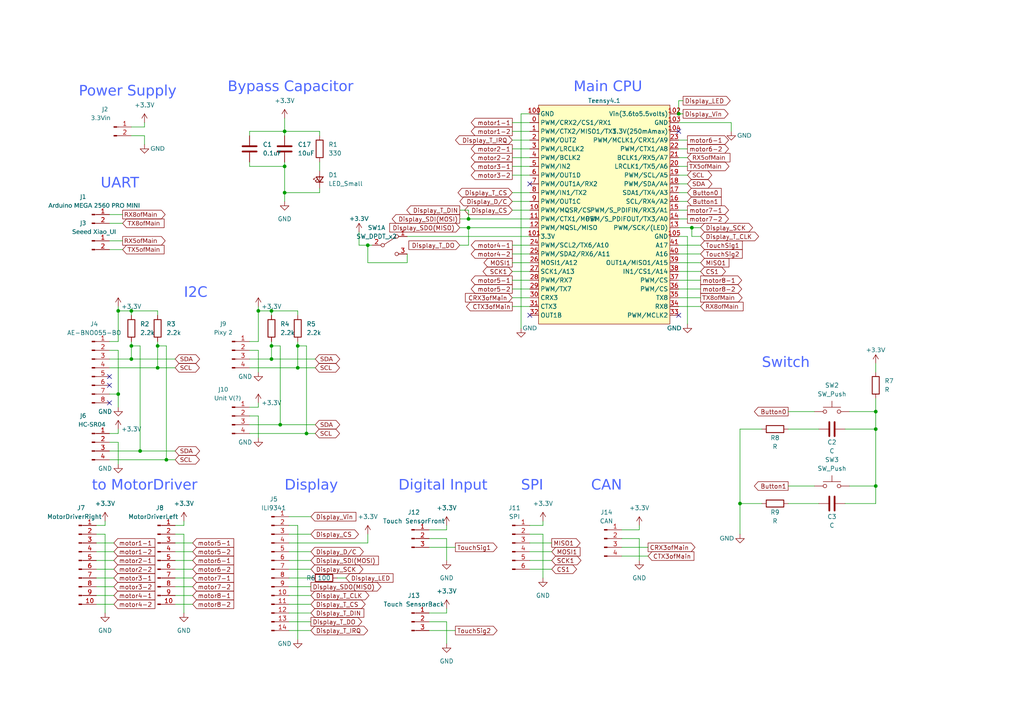
<source format=kicad_sch>
(kicad_sch (version 20230121) (generator eeschema)

  (uuid f03e5790-dfc2-43f2-af82-e63c85f5da6e)

  (paper "A4")

  (lib_symbols
    (symbol "@admixSymbols2:Teensy4.1" (in_bom yes) (on_board yes)
      (property "Reference" "U" (at 0 26.67 0)
        (effects (font (size 1.27 1.27)))
      )
      (property "Value" "" (at -19.05 25.4 0)
        (effects (font (size 1.27 1.27)))
      )
      (property "Footprint" "" (at -19.05 25.4 0)
        (effects (font (size 1.27 1.27)) hide)
      )
      (property "Datasheet" "" (at -19.05 25.4 0)
        (effects (font (size 1.27 1.27)) hide)
      )
      (symbol "Teensy4.1_0_0"
        (text "" (at -21.59 -25.4 0)
          (effects (font (size 1.27 1.27)))
        )
        (text "" (at -21.59 -12.7 0)
          (effects (font (size 1.27 1.27)))
        )
        (text "" (at -21.59 0 0)
          (effects (font (size 1.27 1.27)))
        )
        (text "" (at -21.59 12.7 0)
          (effects (font (size 1.27 1.27)))
        )
        (text "" (at -21.59 25.4 0)
          (effects (font (size 1.27 1.27)))
        )
        (text "" (at 1.27 35.56 0)
          (effects (font (size 1.27 1.27)))
        )
        (text "" (at 21.59 -22.86 0)
          (effects (font (size 1.27 1.27)))
        )
        (text "" (at 21.59 -10.16 0)
          (effects (font (size 1.27 1.27)))
        )
        (text "" (at 21.59 2.54 0)
          (effects (font (size 1.27 1.27)))
        )
        (text "" (at 21.59 15.24 0)
          (effects (font (size 1.27 1.27)))
        )
      )
      (symbol "Teensy4.1_1_1"
        (rectangle (start -19.05 27.94) (end 19.05 -35.56)
          (stroke (width 0) (type default))
          (fill (type background))
        )
        (pin passive line (at -21.59 22.86 0) (length 2.54)
          (name "PWM/CRX2/CS1/RX1" (effects (font (size 1.27 1.27))))
          (number "0" (effects (font (size 1.27 1.27))))
        )
        (pin passive line (at -21.59 20.32 0) (length 2.54)
          (name "PWM/CTX2/MISO1/TX1" (effects (font (size 1.27 1.27))))
          (number "1" (effects (font (size 1.27 1.27))))
        )
        (pin passive line (at -21.59 -2.54 0) (length 2.54)
          (name "PWM/MQSR/CS" (effects (font (size 1.27 1.27))))
          (number "10" (effects (font (size 1.27 1.27))))
        )
        (pin passive line (at -21.59 25.4 0) (length 2.54)
          (name "GND" (effects (font (size 1.27 1.27))))
          (number "100" (effects (font (size 1.27 1.27))))
        )
        (pin passive line (at -21.59 -10.16 0) (length 2.54)
          (name "3.3V" (effects (font (size 1.27 1.27))))
          (number "101" (effects (font (size 1.27 1.27))))
        )
        (pin passive line (at 21.59 25.4 180) (length 2.54)
          (name "Vin(3.6to5.5volts)" (effects (font (size 1.27 1.27))))
          (number "102" (effects (font (size 1.27 1.27))))
        )
        (pin passive line (at 21.59 22.86 180) (length 2.54)
          (name "GND" (effects (font (size 1.27 1.27))))
          (number "103" (effects (font (size 1.27 1.27))))
        )
        (pin passive line (at 21.59 20.32 180) (length 2.54)
          (name "3.3V(250mAmax)" (effects (font (size 1.27 1.27))))
          (number "104" (effects (font (size 1.27 1.27))))
        )
        (pin passive line (at 21.59 -10.16 180) (length 2.54)
          (name "GND" (effects (font (size 1.27 1.27))))
          (number "105" (effects (font (size 1.27 1.27))))
        )
        (pin passive line (at -21.59 -5.08 0) (length 2.54)
          (name "PWM/CTX1/MOSI" (effects (font (size 1.27 1.27))))
          (number "11" (effects (font (size 1.27 1.27))))
        )
        (pin passive line (at -21.59 -7.62 0) (length 2.54)
          (name "PWM/MQSL/MISO" (effects (font (size 1.27 1.27))))
          (number "12" (effects (font (size 1.27 1.27))))
        )
        (pin passive line (at 21.59 -7.62 180) (length 2.54)
          (name "PWM/SCK/(LED)" (effects (font (size 1.27 1.27))))
          (number "13" (effects (font (size 1.27 1.27))))
        )
        (pin passive line (at 21.59 -5.08 180) (length 2.54)
          (name "PWM/S_PDIFOUT/TX3/A0" (effects (font (size 1.27 1.27))))
          (number "14" (effects (font (size 1.27 1.27))))
        )
        (pin passive line (at 21.59 -2.54 180) (length 2.54)
          (name "PWM/S_PDIFIN/RX3/A1" (effects (font (size 1.27 1.27))))
          (number "15" (effects (font (size 1.27 1.27))))
        )
        (pin passive line (at 21.59 0 180) (length 2.54)
          (name "SCL/RX4/A2" (effects (font (size 1.27 1.27))))
          (number "16" (effects (font (size 1.27 1.27))))
        )
        (pin passive line (at 21.59 2.54 180) (length 2.54)
          (name "SDA1/TX4/A3" (effects (font (size 1.27 1.27))))
          (number "17" (effects (font (size 1.27 1.27))))
        )
        (pin passive line (at 21.59 5.08 180) (length 2.54)
          (name "PWM/SDA/A4" (effects (font (size 1.27 1.27))))
          (number "18" (effects (font (size 1.27 1.27))))
        )
        (pin passive line (at 21.59 7.62 180) (length 2.54)
          (name "PWM/SCL/A5" (effects (font (size 1.27 1.27))))
          (number "19" (effects (font (size 1.27 1.27))))
        )
        (pin passive line (at -21.59 17.78 0) (length 2.54)
          (name "PWM/OUT2" (effects (font (size 1.27 1.27))))
          (number "2" (effects (font (size 1.27 1.27))))
        )
        (pin passive line (at 21.59 10.16 180) (length 2.54)
          (name "LRCLK1/TX5/A6" (effects (font (size 1.27 1.27))))
          (number "20" (effects (font (size 1.27 1.27))))
        )
        (pin passive line (at 21.59 12.7 180) (length 2.54)
          (name "BCLK1/RX5/A7" (effects (font (size 1.27 1.27))))
          (number "21" (effects (font (size 1.27 1.27))))
        )
        (pin passive line (at 21.59 15.24 180) (length 2.54)
          (name "PWM/CTX1/A8" (effects (font (size 1.27 1.27))))
          (number "22" (effects (font (size 1.27 1.27))))
        )
        (pin passive line (at 21.59 17.78 180) (length 2.54)
          (name "PWM/MCLK1/CRX1/A9" (effects (font (size 1.27 1.27))))
          (number "23" (effects (font (size 1.27 1.27))))
        )
        (pin passive line (at -21.59 -12.7 0) (length 2.54)
          (name "PWM/SCL2/TX6/A10" (effects (font (size 1.27 1.27))))
          (number "24" (effects (font (size 1.27 1.27))))
        )
        (pin passive line (at -21.59 -15.24 0) (length 2.54)
          (name "PWM/SDA2/RX6/A11" (effects (font (size 1.27 1.27))))
          (number "25" (effects (font (size 1.27 1.27))))
        )
        (pin passive line (at -21.59 -17.78 0) (length 2.54)
          (name "MOSI1/A12" (effects (font (size 1.27 1.27))))
          (number "26" (effects (font (size 1.27 1.27))))
        )
        (pin passive line (at -21.59 -20.32 0) (length 2.54)
          (name "SCK1/A13" (effects (font (size 1.27 1.27))))
          (number "27" (effects (font (size 1.27 1.27))))
        )
        (pin passive line (at -21.59 -22.86 0) (length 2.54)
          (name "PWM/RX7" (effects (font (size 1.27 1.27))))
          (number "28" (effects (font (size 1.27 1.27))))
        )
        (pin passive line (at -21.59 -25.4 0) (length 2.54)
          (name "PWM/TX7" (effects (font (size 1.27 1.27))))
          (number "29" (effects (font (size 1.27 1.27))))
        )
        (pin passive line (at -21.59 15.24 0) (length 2.54)
          (name "PWM/LRCLK2" (effects (font (size 1.27 1.27))))
          (number "3" (effects (font (size 1.27 1.27))))
        )
        (pin passive line (at -21.59 -27.94 0) (length 2.54)
          (name "CRX3" (effects (font (size 1.27 1.27))))
          (number "30" (effects (font (size 1.27 1.27))))
        )
        (pin passive line (at -21.59 -30.48 0) (length 2.54)
          (name "CTX3" (effects (font (size 1.27 1.27))))
          (number "31" (effects (font (size 1.27 1.27))))
        )
        (pin passive line (at -21.59 -33.02 0) (length 2.54)
          (name "OUT1B" (effects (font (size 1.27 1.27))))
          (number "32" (effects (font (size 1.27 1.27))))
        )
        (pin passive line (at 21.59 -33.02 180) (length 2.54)
          (name "PWM/MCLK2" (effects (font (size 1.27 1.27))))
          (number "33" (effects (font (size 1.27 1.27))))
        )
        (pin passive line (at 21.59 -30.48 180) (length 2.54)
          (name "RX8" (effects (font (size 1.27 1.27))))
          (number "34" (effects (font (size 1.27 1.27))))
        )
        (pin passive line (at 21.59 -27.94 180) (length 2.54)
          (name "TX8" (effects (font (size 1.27 1.27))))
          (number "35" (effects (font (size 1.27 1.27))))
        )
        (pin passive line (at 21.59 -25.4 180) (length 2.54)
          (name "PWM/CS" (effects (font (size 1.27 1.27))))
          (number "36" (effects (font (size 1.27 1.27))))
        )
        (pin passive line (at 21.59 -22.86 180) (length 2.54)
          (name "PWM/CS" (effects (font (size 1.27 1.27))))
          (number "37" (effects (font (size 1.27 1.27))))
        )
        (pin passive line (at 21.59 -20.32 180) (length 2.54)
          (name "IN1/CS1/A14" (effects (font (size 1.27 1.27))))
          (number "38" (effects (font (size 1.27 1.27))))
        )
        (pin passive line (at 21.59 -17.78 180) (length 2.54)
          (name "OUT1A/MISO1/A15" (effects (font (size 1.27 1.27))))
          (number "39" (effects (font (size 1.27 1.27))))
        )
        (pin passive line (at -21.59 12.7 0) (length 2.54)
          (name "PWM/BCLK2" (effects (font (size 1.27 1.27))))
          (number "4" (effects (font (size 1.27 1.27))))
        )
        (pin passive line (at 21.59 -15.24 180) (length 2.54)
          (name "A16" (effects (font (size 1.27 1.27))))
          (number "40" (effects (font (size 1.27 1.27))))
        )
        (pin passive line (at 21.59 -12.7 180) (length 2.54)
          (name "A17" (effects (font (size 1.27 1.27))))
          (number "41" (effects (font (size 1.27 1.27))))
        )
        (pin passive line (at -21.59 10.16 0) (length 2.54)
          (name "PWM/IN2" (effects (font (size 1.27 1.27))))
          (number "5" (effects (font (size 1.27 1.27))))
        )
        (pin passive line (at -21.59 7.62 0) (length 2.54)
          (name "PWM/OUT1D" (effects (font (size 1.27 1.27))))
          (number "6" (effects (font (size 1.27 1.27))))
        )
        (pin passive line (at -21.59 5.08 0) (length 2.54)
          (name "PWM/OUT1A/RX2" (effects (font (size 1.27 1.27))))
          (number "7" (effects (font (size 1.27 1.27))))
        )
        (pin passive line (at -21.59 2.54 0) (length 2.54)
          (name "PWM/IN1/TX2" (effects (font (size 1.27 1.27))))
          (number "8" (effects (font (size 1.27 1.27))))
        )
        (pin passive line (at -21.59 0 0) (length 2.54)
          (name "PWM/OUT1C" (effects (font (size 1.27 1.27))))
          (number "9" (effects (font (size 1.27 1.27))))
        )
      )
    )
    (symbol "Connector:Conn_01x02_Pin" (pin_names (offset 1.016) hide) (in_bom yes) (on_board yes)
      (property "Reference" "J" (at 0 2.54 0)
        (effects (font (size 1.27 1.27)))
      )
      (property "Value" "Conn_01x02_Pin" (at 0 -5.08 0)
        (effects (font (size 1.27 1.27)))
      )
      (property "Footprint" "" (at 0 0 0)
        (effects (font (size 1.27 1.27)) hide)
      )
      (property "Datasheet" "~" (at 0 0 0)
        (effects (font (size 1.27 1.27)) hide)
      )
      (property "ki_locked" "" (at 0 0 0)
        (effects (font (size 1.27 1.27)))
      )
      (property "ki_keywords" "connector" (at 0 0 0)
        (effects (font (size 1.27 1.27)) hide)
      )
      (property "ki_description" "Generic connector, single row, 01x02, script generated" (at 0 0 0)
        (effects (font (size 1.27 1.27)) hide)
      )
      (property "ki_fp_filters" "Connector*:*_1x??_*" (at 0 0 0)
        (effects (font (size 1.27 1.27)) hide)
      )
      (symbol "Conn_01x02_Pin_1_1"
        (polyline
          (pts
            (xy 1.27 -2.54)
            (xy 0.8636 -2.54)
          )
          (stroke (width 0.1524) (type default))
          (fill (type none))
        )
        (polyline
          (pts
            (xy 1.27 0)
            (xy 0.8636 0)
          )
          (stroke (width 0.1524) (type default))
          (fill (type none))
        )
        (rectangle (start 0.8636 -2.413) (end 0 -2.667)
          (stroke (width 0.1524) (type default))
          (fill (type outline))
        )
        (rectangle (start 0.8636 0.127) (end 0 -0.127)
          (stroke (width 0.1524) (type default))
          (fill (type outline))
        )
        (pin passive line (at 5.08 0 180) (length 3.81)
          (name "Pin_1" (effects (font (size 1.27 1.27))))
          (number "1" (effects (font (size 1.27 1.27))))
        )
        (pin passive line (at 5.08 -2.54 180) (length 3.81)
          (name "Pin_2" (effects (font (size 1.27 1.27))))
          (number "2" (effects (font (size 1.27 1.27))))
        )
      )
    )
    (symbol "Connector:Conn_01x03_Pin" (pin_names (offset 1.016) hide) (in_bom yes) (on_board yes)
      (property "Reference" "J" (at 0 5.08 0)
        (effects (font (size 1.27 1.27)))
      )
      (property "Value" "Conn_01x03_Pin" (at 0 -5.08 0)
        (effects (font (size 1.27 1.27)))
      )
      (property "Footprint" "" (at 0 0 0)
        (effects (font (size 1.27 1.27)) hide)
      )
      (property "Datasheet" "~" (at 0 0 0)
        (effects (font (size 1.27 1.27)) hide)
      )
      (property "ki_locked" "" (at 0 0 0)
        (effects (font (size 1.27 1.27)))
      )
      (property "ki_keywords" "connector" (at 0 0 0)
        (effects (font (size 1.27 1.27)) hide)
      )
      (property "ki_description" "Generic connector, single row, 01x03, script generated" (at 0 0 0)
        (effects (font (size 1.27 1.27)) hide)
      )
      (property "ki_fp_filters" "Connector*:*_1x??_*" (at 0 0 0)
        (effects (font (size 1.27 1.27)) hide)
      )
      (symbol "Conn_01x03_Pin_1_1"
        (polyline
          (pts
            (xy 1.27 -2.54)
            (xy 0.8636 -2.54)
          )
          (stroke (width 0.1524) (type default))
          (fill (type none))
        )
        (polyline
          (pts
            (xy 1.27 0)
            (xy 0.8636 0)
          )
          (stroke (width 0.1524) (type default))
          (fill (type none))
        )
        (polyline
          (pts
            (xy 1.27 2.54)
            (xy 0.8636 2.54)
          )
          (stroke (width 0.1524) (type default))
          (fill (type none))
        )
        (rectangle (start 0.8636 -2.413) (end 0 -2.667)
          (stroke (width 0.1524) (type default))
          (fill (type outline))
        )
        (rectangle (start 0.8636 0.127) (end 0 -0.127)
          (stroke (width 0.1524) (type default))
          (fill (type outline))
        )
        (rectangle (start 0.8636 2.667) (end 0 2.413)
          (stroke (width 0.1524) (type default))
          (fill (type outline))
        )
        (pin passive line (at 5.08 2.54 180) (length 3.81)
          (name "Pin_1" (effects (font (size 1.27 1.27))))
          (number "1" (effects (font (size 1.27 1.27))))
        )
        (pin passive line (at 5.08 0 180) (length 3.81)
          (name "Pin_2" (effects (font (size 1.27 1.27))))
          (number "2" (effects (font (size 1.27 1.27))))
        )
        (pin passive line (at 5.08 -2.54 180) (length 3.81)
          (name "Pin_3" (effects (font (size 1.27 1.27))))
          (number "3" (effects (font (size 1.27 1.27))))
        )
      )
    )
    (symbol "Connector:Conn_01x04_Pin" (pin_names (offset 1.016) hide) (in_bom yes) (on_board yes)
      (property "Reference" "J" (at 0 5.08 0)
        (effects (font (size 1.27 1.27)))
      )
      (property "Value" "Conn_01x04_Pin" (at 0 -7.62 0)
        (effects (font (size 1.27 1.27)))
      )
      (property "Footprint" "" (at 0 0 0)
        (effects (font (size 1.27 1.27)) hide)
      )
      (property "Datasheet" "~" (at 0 0 0)
        (effects (font (size 1.27 1.27)) hide)
      )
      (property "ki_locked" "" (at 0 0 0)
        (effects (font (size 1.27 1.27)))
      )
      (property "ki_keywords" "connector" (at 0 0 0)
        (effects (font (size 1.27 1.27)) hide)
      )
      (property "ki_description" "Generic connector, single row, 01x04, script generated" (at 0 0 0)
        (effects (font (size 1.27 1.27)) hide)
      )
      (property "ki_fp_filters" "Connector*:*_1x??_*" (at 0 0 0)
        (effects (font (size 1.27 1.27)) hide)
      )
      (symbol "Conn_01x04_Pin_1_1"
        (polyline
          (pts
            (xy 1.27 -5.08)
            (xy 0.8636 -5.08)
          )
          (stroke (width 0.1524) (type default))
          (fill (type none))
        )
        (polyline
          (pts
            (xy 1.27 -2.54)
            (xy 0.8636 -2.54)
          )
          (stroke (width 0.1524) (type default))
          (fill (type none))
        )
        (polyline
          (pts
            (xy 1.27 0)
            (xy 0.8636 0)
          )
          (stroke (width 0.1524) (type default))
          (fill (type none))
        )
        (polyline
          (pts
            (xy 1.27 2.54)
            (xy 0.8636 2.54)
          )
          (stroke (width 0.1524) (type default))
          (fill (type none))
        )
        (rectangle (start 0.8636 -4.953) (end 0 -5.207)
          (stroke (width 0.1524) (type default))
          (fill (type outline))
        )
        (rectangle (start 0.8636 -2.413) (end 0 -2.667)
          (stroke (width 0.1524) (type default))
          (fill (type outline))
        )
        (rectangle (start 0.8636 0.127) (end 0 -0.127)
          (stroke (width 0.1524) (type default))
          (fill (type outline))
        )
        (rectangle (start 0.8636 2.667) (end 0 2.413)
          (stroke (width 0.1524) (type default))
          (fill (type outline))
        )
        (pin passive line (at 5.08 2.54 180) (length 3.81)
          (name "Pin_1" (effects (font (size 1.27 1.27))))
          (number "1" (effects (font (size 1.27 1.27))))
        )
        (pin passive line (at 5.08 0 180) (length 3.81)
          (name "Pin_2" (effects (font (size 1.27 1.27))))
          (number "2" (effects (font (size 1.27 1.27))))
        )
        (pin passive line (at 5.08 -2.54 180) (length 3.81)
          (name "Pin_3" (effects (font (size 1.27 1.27))))
          (number "3" (effects (font (size 1.27 1.27))))
        )
        (pin passive line (at 5.08 -5.08 180) (length 3.81)
          (name "Pin_4" (effects (font (size 1.27 1.27))))
          (number "4" (effects (font (size 1.27 1.27))))
        )
      )
    )
    (symbol "Connector:Conn_01x06_Pin" (pin_names (offset 1.016) hide) (in_bom yes) (on_board yes)
      (property "Reference" "J" (at 0 7.62 0)
        (effects (font (size 1.27 1.27)))
      )
      (property "Value" "Conn_01x06_Pin" (at 0 -10.16 0)
        (effects (font (size 1.27 1.27)))
      )
      (property "Footprint" "" (at 0 0 0)
        (effects (font (size 1.27 1.27)) hide)
      )
      (property "Datasheet" "~" (at 0 0 0)
        (effects (font (size 1.27 1.27)) hide)
      )
      (property "ki_locked" "" (at 0 0 0)
        (effects (font (size 1.27 1.27)))
      )
      (property "ki_keywords" "connector" (at 0 0 0)
        (effects (font (size 1.27 1.27)) hide)
      )
      (property "ki_description" "Generic connector, single row, 01x06, script generated" (at 0 0 0)
        (effects (font (size 1.27 1.27)) hide)
      )
      (property "ki_fp_filters" "Connector*:*_1x??_*" (at 0 0 0)
        (effects (font (size 1.27 1.27)) hide)
      )
      (symbol "Conn_01x06_Pin_1_1"
        (polyline
          (pts
            (xy 1.27 -7.62)
            (xy 0.8636 -7.62)
          )
          (stroke (width 0.1524) (type default))
          (fill (type none))
        )
        (polyline
          (pts
            (xy 1.27 -5.08)
            (xy 0.8636 -5.08)
          )
          (stroke (width 0.1524) (type default))
          (fill (type none))
        )
        (polyline
          (pts
            (xy 1.27 -2.54)
            (xy 0.8636 -2.54)
          )
          (stroke (width 0.1524) (type default))
          (fill (type none))
        )
        (polyline
          (pts
            (xy 1.27 0)
            (xy 0.8636 0)
          )
          (stroke (width 0.1524) (type default))
          (fill (type none))
        )
        (polyline
          (pts
            (xy 1.27 2.54)
            (xy 0.8636 2.54)
          )
          (stroke (width 0.1524) (type default))
          (fill (type none))
        )
        (polyline
          (pts
            (xy 1.27 5.08)
            (xy 0.8636 5.08)
          )
          (stroke (width 0.1524) (type default))
          (fill (type none))
        )
        (rectangle (start 0.8636 -7.493) (end 0 -7.747)
          (stroke (width 0.1524) (type default))
          (fill (type outline))
        )
        (rectangle (start 0.8636 -4.953) (end 0 -5.207)
          (stroke (width 0.1524) (type default))
          (fill (type outline))
        )
        (rectangle (start 0.8636 -2.413) (end 0 -2.667)
          (stroke (width 0.1524) (type default))
          (fill (type outline))
        )
        (rectangle (start 0.8636 0.127) (end 0 -0.127)
          (stroke (width 0.1524) (type default))
          (fill (type outline))
        )
        (rectangle (start 0.8636 2.667) (end 0 2.413)
          (stroke (width 0.1524) (type default))
          (fill (type outline))
        )
        (rectangle (start 0.8636 5.207) (end 0 4.953)
          (stroke (width 0.1524) (type default))
          (fill (type outline))
        )
        (pin passive line (at 5.08 5.08 180) (length 3.81)
          (name "Pin_1" (effects (font (size 1.27 1.27))))
          (number "1" (effects (font (size 1.27 1.27))))
        )
        (pin passive line (at 5.08 2.54 180) (length 3.81)
          (name "Pin_2" (effects (font (size 1.27 1.27))))
          (number "2" (effects (font (size 1.27 1.27))))
        )
        (pin passive line (at 5.08 0 180) (length 3.81)
          (name "Pin_3" (effects (font (size 1.27 1.27))))
          (number "3" (effects (font (size 1.27 1.27))))
        )
        (pin passive line (at 5.08 -2.54 180) (length 3.81)
          (name "Pin_4" (effects (font (size 1.27 1.27))))
          (number "4" (effects (font (size 1.27 1.27))))
        )
        (pin passive line (at 5.08 -5.08 180) (length 3.81)
          (name "Pin_5" (effects (font (size 1.27 1.27))))
          (number "5" (effects (font (size 1.27 1.27))))
        )
        (pin passive line (at 5.08 -7.62 180) (length 3.81)
          (name "Pin_6" (effects (font (size 1.27 1.27))))
          (number "6" (effects (font (size 1.27 1.27))))
        )
      )
    )
    (symbol "Connector:Conn_01x08_Pin" (pin_names (offset 1.016) hide) (in_bom yes) (on_board yes)
      (property "Reference" "J" (at 0 10.16 0)
        (effects (font (size 1.27 1.27)))
      )
      (property "Value" "Conn_01x08_Pin" (at 0 -12.7 0)
        (effects (font (size 1.27 1.27)))
      )
      (property "Footprint" "" (at 0 0 0)
        (effects (font (size 1.27 1.27)) hide)
      )
      (property "Datasheet" "~" (at 0 0 0)
        (effects (font (size 1.27 1.27)) hide)
      )
      (property "ki_locked" "" (at 0 0 0)
        (effects (font (size 1.27 1.27)))
      )
      (property "ki_keywords" "connector" (at 0 0 0)
        (effects (font (size 1.27 1.27)) hide)
      )
      (property "ki_description" "Generic connector, single row, 01x08, script generated" (at 0 0 0)
        (effects (font (size 1.27 1.27)) hide)
      )
      (property "ki_fp_filters" "Connector*:*_1x??_*" (at 0 0 0)
        (effects (font (size 1.27 1.27)) hide)
      )
      (symbol "Conn_01x08_Pin_1_1"
        (polyline
          (pts
            (xy 1.27 -10.16)
            (xy 0.8636 -10.16)
          )
          (stroke (width 0.1524) (type default))
          (fill (type none))
        )
        (polyline
          (pts
            (xy 1.27 -7.62)
            (xy 0.8636 -7.62)
          )
          (stroke (width 0.1524) (type default))
          (fill (type none))
        )
        (polyline
          (pts
            (xy 1.27 -5.08)
            (xy 0.8636 -5.08)
          )
          (stroke (width 0.1524) (type default))
          (fill (type none))
        )
        (polyline
          (pts
            (xy 1.27 -2.54)
            (xy 0.8636 -2.54)
          )
          (stroke (width 0.1524) (type default))
          (fill (type none))
        )
        (polyline
          (pts
            (xy 1.27 0)
            (xy 0.8636 0)
          )
          (stroke (width 0.1524) (type default))
          (fill (type none))
        )
        (polyline
          (pts
            (xy 1.27 2.54)
            (xy 0.8636 2.54)
          )
          (stroke (width 0.1524) (type default))
          (fill (type none))
        )
        (polyline
          (pts
            (xy 1.27 5.08)
            (xy 0.8636 5.08)
          )
          (stroke (width 0.1524) (type default))
          (fill (type none))
        )
        (polyline
          (pts
            (xy 1.27 7.62)
            (xy 0.8636 7.62)
          )
          (stroke (width 0.1524) (type default))
          (fill (type none))
        )
        (rectangle (start 0.8636 -10.033) (end 0 -10.287)
          (stroke (width 0.1524) (type default))
          (fill (type outline))
        )
        (rectangle (start 0.8636 -7.493) (end 0 -7.747)
          (stroke (width 0.1524) (type default))
          (fill (type outline))
        )
        (rectangle (start 0.8636 -4.953) (end 0 -5.207)
          (stroke (width 0.1524) (type default))
          (fill (type outline))
        )
        (rectangle (start 0.8636 -2.413) (end 0 -2.667)
          (stroke (width 0.1524) (type default))
          (fill (type outline))
        )
        (rectangle (start 0.8636 0.127) (end 0 -0.127)
          (stroke (width 0.1524) (type default))
          (fill (type outline))
        )
        (rectangle (start 0.8636 2.667) (end 0 2.413)
          (stroke (width 0.1524) (type default))
          (fill (type outline))
        )
        (rectangle (start 0.8636 5.207) (end 0 4.953)
          (stroke (width 0.1524) (type default))
          (fill (type outline))
        )
        (rectangle (start 0.8636 7.747) (end 0 7.493)
          (stroke (width 0.1524) (type default))
          (fill (type outline))
        )
        (pin passive line (at 5.08 7.62 180) (length 3.81)
          (name "Pin_1" (effects (font (size 1.27 1.27))))
          (number "1" (effects (font (size 1.27 1.27))))
        )
        (pin passive line (at 5.08 5.08 180) (length 3.81)
          (name "Pin_2" (effects (font (size 1.27 1.27))))
          (number "2" (effects (font (size 1.27 1.27))))
        )
        (pin passive line (at 5.08 2.54 180) (length 3.81)
          (name "Pin_3" (effects (font (size 1.27 1.27))))
          (number "3" (effects (font (size 1.27 1.27))))
        )
        (pin passive line (at 5.08 0 180) (length 3.81)
          (name "Pin_4" (effects (font (size 1.27 1.27))))
          (number "4" (effects (font (size 1.27 1.27))))
        )
        (pin passive line (at 5.08 -2.54 180) (length 3.81)
          (name "Pin_5" (effects (font (size 1.27 1.27))))
          (number "5" (effects (font (size 1.27 1.27))))
        )
        (pin passive line (at 5.08 -5.08 180) (length 3.81)
          (name "Pin_6" (effects (font (size 1.27 1.27))))
          (number "6" (effects (font (size 1.27 1.27))))
        )
        (pin passive line (at 5.08 -7.62 180) (length 3.81)
          (name "Pin_7" (effects (font (size 1.27 1.27))))
          (number "7" (effects (font (size 1.27 1.27))))
        )
        (pin passive line (at 5.08 -10.16 180) (length 3.81)
          (name "Pin_8" (effects (font (size 1.27 1.27))))
          (number "8" (effects (font (size 1.27 1.27))))
        )
      )
    )
    (symbol "Connector:Conn_01x10_Pin" (pin_names (offset 1.016) hide) (in_bom yes) (on_board yes)
      (property "Reference" "J" (at 0 12.7 0)
        (effects (font (size 1.27 1.27)))
      )
      (property "Value" "Conn_01x10_Pin" (at 0 -15.24 0)
        (effects (font (size 1.27 1.27)))
      )
      (property "Footprint" "" (at 0 0 0)
        (effects (font (size 1.27 1.27)) hide)
      )
      (property "Datasheet" "~" (at 0 0 0)
        (effects (font (size 1.27 1.27)) hide)
      )
      (property "ki_locked" "" (at 0 0 0)
        (effects (font (size 1.27 1.27)))
      )
      (property "ki_keywords" "connector" (at 0 0 0)
        (effects (font (size 1.27 1.27)) hide)
      )
      (property "ki_description" "Generic connector, single row, 01x10, script generated" (at 0 0 0)
        (effects (font (size 1.27 1.27)) hide)
      )
      (property "ki_fp_filters" "Connector*:*_1x??_*" (at 0 0 0)
        (effects (font (size 1.27 1.27)) hide)
      )
      (symbol "Conn_01x10_Pin_1_1"
        (polyline
          (pts
            (xy 1.27 -12.7)
            (xy 0.8636 -12.7)
          )
          (stroke (width 0.1524) (type default))
          (fill (type none))
        )
        (polyline
          (pts
            (xy 1.27 -10.16)
            (xy 0.8636 -10.16)
          )
          (stroke (width 0.1524) (type default))
          (fill (type none))
        )
        (polyline
          (pts
            (xy 1.27 -7.62)
            (xy 0.8636 -7.62)
          )
          (stroke (width 0.1524) (type default))
          (fill (type none))
        )
        (polyline
          (pts
            (xy 1.27 -5.08)
            (xy 0.8636 -5.08)
          )
          (stroke (width 0.1524) (type default))
          (fill (type none))
        )
        (polyline
          (pts
            (xy 1.27 -2.54)
            (xy 0.8636 -2.54)
          )
          (stroke (width 0.1524) (type default))
          (fill (type none))
        )
        (polyline
          (pts
            (xy 1.27 0)
            (xy 0.8636 0)
          )
          (stroke (width 0.1524) (type default))
          (fill (type none))
        )
        (polyline
          (pts
            (xy 1.27 2.54)
            (xy 0.8636 2.54)
          )
          (stroke (width 0.1524) (type default))
          (fill (type none))
        )
        (polyline
          (pts
            (xy 1.27 5.08)
            (xy 0.8636 5.08)
          )
          (stroke (width 0.1524) (type default))
          (fill (type none))
        )
        (polyline
          (pts
            (xy 1.27 7.62)
            (xy 0.8636 7.62)
          )
          (stroke (width 0.1524) (type default))
          (fill (type none))
        )
        (polyline
          (pts
            (xy 1.27 10.16)
            (xy 0.8636 10.16)
          )
          (stroke (width 0.1524) (type default))
          (fill (type none))
        )
        (rectangle (start 0.8636 -12.573) (end 0 -12.827)
          (stroke (width 0.1524) (type default))
          (fill (type outline))
        )
        (rectangle (start 0.8636 -10.033) (end 0 -10.287)
          (stroke (width 0.1524) (type default))
          (fill (type outline))
        )
        (rectangle (start 0.8636 -7.493) (end 0 -7.747)
          (stroke (width 0.1524) (type default))
          (fill (type outline))
        )
        (rectangle (start 0.8636 -4.953) (end 0 -5.207)
          (stroke (width 0.1524) (type default))
          (fill (type outline))
        )
        (rectangle (start 0.8636 -2.413) (end 0 -2.667)
          (stroke (width 0.1524) (type default))
          (fill (type outline))
        )
        (rectangle (start 0.8636 0.127) (end 0 -0.127)
          (stroke (width 0.1524) (type default))
          (fill (type outline))
        )
        (rectangle (start 0.8636 2.667) (end 0 2.413)
          (stroke (width 0.1524) (type default))
          (fill (type outline))
        )
        (rectangle (start 0.8636 5.207) (end 0 4.953)
          (stroke (width 0.1524) (type default))
          (fill (type outline))
        )
        (rectangle (start 0.8636 7.747) (end 0 7.493)
          (stroke (width 0.1524) (type default))
          (fill (type outline))
        )
        (rectangle (start 0.8636 10.287) (end 0 10.033)
          (stroke (width 0.1524) (type default))
          (fill (type outline))
        )
        (pin passive line (at 5.08 10.16 180) (length 3.81)
          (name "Pin_1" (effects (font (size 1.27 1.27))))
          (number "1" (effects (font (size 1.27 1.27))))
        )
        (pin passive line (at 5.08 -12.7 180) (length 3.81)
          (name "Pin_10" (effects (font (size 1.27 1.27))))
          (number "10" (effects (font (size 1.27 1.27))))
        )
        (pin passive line (at 5.08 7.62 180) (length 3.81)
          (name "Pin_2" (effects (font (size 1.27 1.27))))
          (number "2" (effects (font (size 1.27 1.27))))
        )
        (pin passive line (at 5.08 5.08 180) (length 3.81)
          (name "Pin_3" (effects (font (size 1.27 1.27))))
          (number "3" (effects (font (size 1.27 1.27))))
        )
        (pin passive line (at 5.08 2.54 180) (length 3.81)
          (name "Pin_4" (effects (font (size 1.27 1.27))))
          (number "4" (effects (font (size 1.27 1.27))))
        )
        (pin passive line (at 5.08 0 180) (length 3.81)
          (name "Pin_5" (effects (font (size 1.27 1.27))))
          (number "5" (effects (font (size 1.27 1.27))))
        )
        (pin passive line (at 5.08 -2.54 180) (length 3.81)
          (name "Pin_6" (effects (font (size 1.27 1.27))))
          (number "6" (effects (font (size 1.27 1.27))))
        )
        (pin passive line (at 5.08 -5.08 180) (length 3.81)
          (name "Pin_7" (effects (font (size 1.27 1.27))))
          (number "7" (effects (font (size 1.27 1.27))))
        )
        (pin passive line (at 5.08 -7.62 180) (length 3.81)
          (name "Pin_8" (effects (font (size 1.27 1.27))))
          (number "8" (effects (font (size 1.27 1.27))))
        )
        (pin passive line (at 5.08 -10.16 180) (length 3.81)
          (name "Pin_9" (effects (font (size 1.27 1.27))))
          (number "9" (effects (font (size 1.27 1.27))))
        )
      )
    )
    (symbol "Connector:Conn_01x14_Pin" (pin_names (offset 1.016) hide) (in_bom yes) (on_board yes)
      (property "Reference" "J" (at 0 17.78 0)
        (effects (font (size 1.27 1.27)))
      )
      (property "Value" "Conn_01x14_Pin" (at 0 -20.32 0)
        (effects (font (size 1.27 1.27)))
      )
      (property "Footprint" "" (at 0 0 0)
        (effects (font (size 1.27 1.27)) hide)
      )
      (property "Datasheet" "~" (at 0 0 0)
        (effects (font (size 1.27 1.27)) hide)
      )
      (property "ki_locked" "" (at 0 0 0)
        (effects (font (size 1.27 1.27)))
      )
      (property "ki_keywords" "connector" (at 0 0 0)
        (effects (font (size 1.27 1.27)) hide)
      )
      (property "ki_description" "Generic connector, single row, 01x14, script generated" (at 0 0 0)
        (effects (font (size 1.27 1.27)) hide)
      )
      (property "ki_fp_filters" "Connector*:*_1x??_*" (at 0 0 0)
        (effects (font (size 1.27 1.27)) hide)
      )
      (symbol "Conn_01x14_Pin_1_1"
        (polyline
          (pts
            (xy 1.27 -17.78)
            (xy 0.8636 -17.78)
          )
          (stroke (width 0.1524) (type default))
          (fill (type none))
        )
        (polyline
          (pts
            (xy 1.27 -15.24)
            (xy 0.8636 -15.24)
          )
          (stroke (width 0.1524) (type default))
          (fill (type none))
        )
        (polyline
          (pts
            (xy 1.27 -12.7)
            (xy 0.8636 -12.7)
          )
          (stroke (width 0.1524) (type default))
          (fill (type none))
        )
        (polyline
          (pts
            (xy 1.27 -10.16)
            (xy 0.8636 -10.16)
          )
          (stroke (width 0.1524) (type default))
          (fill (type none))
        )
        (polyline
          (pts
            (xy 1.27 -7.62)
            (xy 0.8636 -7.62)
          )
          (stroke (width 0.1524) (type default))
          (fill (type none))
        )
        (polyline
          (pts
            (xy 1.27 -5.08)
            (xy 0.8636 -5.08)
          )
          (stroke (width 0.1524) (type default))
          (fill (type none))
        )
        (polyline
          (pts
            (xy 1.27 -2.54)
            (xy 0.8636 -2.54)
          )
          (stroke (width 0.1524) (type default))
          (fill (type none))
        )
        (polyline
          (pts
            (xy 1.27 0)
            (xy 0.8636 0)
          )
          (stroke (width 0.1524) (type default))
          (fill (type none))
        )
        (polyline
          (pts
            (xy 1.27 2.54)
            (xy 0.8636 2.54)
          )
          (stroke (width 0.1524) (type default))
          (fill (type none))
        )
        (polyline
          (pts
            (xy 1.27 5.08)
            (xy 0.8636 5.08)
          )
          (stroke (width 0.1524) (type default))
          (fill (type none))
        )
        (polyline
          (pts
            (xy 1.27 7.62)
            (xy 0.8636 7.62)
          )
          (stroke (width 0.1524) (type default))
          (fill (type none))
        )
        (polyline
          (pts
            (xy 1.27 10.16)
            (xy 0.8636 10.16)
          )
          (stroke (width 0.1524) (type default))
          (fill (type none))
        )
        (polyline
          (pts
            (xy 1.27 12.7)
            (xy 0.8636 12.7)
          )
          (stroke (width 0.1524) (type default))
          (fill (type none))
        )
        (polyline
          (pts
            (xy 1.27 15.24)
            (xy 0.8636 15.24)
          )
          (stroke (width 0.1524) (type default))
          (fill (type none))
        )
        (rectangle (start 0.8636 -17.653) (end 0 -17.907)
          (stroke (width 0.1524) (type default))
          (fill (type outline))
        )
        (rectangle (start 0.8636 -15.113) (end 0 -15.367)
          (stroke (width 0.1524) (type default))
          (fill (type outline))
        )
        (rectangle (start 0.8636 -12.573) (end 0 -12.827)
          (stroke (width 0.1524) (type default))
          (fill (type outline))
        )
        (rectangle (start 0.8636 -10.033) (end 0 -10.287)
          (stroke (width 0.1524) (type default))
          (fill (type outline))
        )
        (rectangle (start 0.8636 -7.493) (end 0 -7.747)
          (stroke (width 0.1524) (type default))
          (fill (type outline))
        )
        (rectangle (start 0.8636 -4.953) (end 0 -5.207)
          (stroke (width 0.1524) (type default))
          (fill (type outline))
        )
        (rectangle (start 0.8636 -2.413) (end 0 -2.667)
          (stroke (width 0.1524) (type default))
          (fill (type outline))
        )
        (rectangle (start 0.8636 0.127) (end 0 -0.127)
          (stroke (width 0.1524) (type default))
          (fill (type outline))
        )
        (rectangle (start 0.8636 2.667) (end 0 2.413)
          (stroke (width 0.1524) (type default))
          (fill (type outline))
        )
        (rectangle (start 0.8636 5.207) (end 0 4.953)
          (stroke (width 0.1524) (type default))
          (fill (type outline))
        )
        (rectangle (start 0.8636 7.747) (end 0 7.493)
          (stroke (width 0.1524) (type default))
          (fill (type outline))
        )
        (rectangle (start 0.8636 10.287) (end 0 10.033)
          (stroke (width 0.1524) (type default))
          (fill (type outline))
        )
        (rectangle (start 0.8636 12.827) (end 0 12.573)
          (stroke (width 0.1524) (type default))
          (fill (type outline))
        )
        (rectangle (start 0.8636 15.367) (end 0 15.113)
          (stroke (width 0.1524) (type default))
          (fill (type outline))
        )
        (pin passive line (at 5.08 15.24 180) (length 3.81)
          (name "Pin_1" (effects (font (size 1.27 1.27))))
          (number "1" (effects (font (size 1.27 1.27))))
        )
        (pin passive line (at 5.08 -7.62 180) (length 3.81)
          (name "Pin_10" (effects (font (size 1.27 1.27))))
          (number "10" (effects (font (size 1.27 1.27))))
        )
        (pin passive line (at 5.08 -10.16 180) (length 3.81)
          (name "Pin_11" (effects (font (size 1.27 1.27))))
          (number "11" (effects (font (size 1.27 1.27))))
        )
        (pin passive line (at 5.08 -12.7 180) (length 3.81)
          (name "Pin_12" (effects (font (size 1.27 1.27))))
          (number "12" (effects (font (size 1.27 1.27))))
        )
        (pin passive line (at 5.08 -15.24 180) (length 3.81)
          (name "Pin_13" (effects (font (size 1.27 1.27))))
          (number "13" (effects (font (size 1.27 1.27))))
        )
        (pin passive line (at 5.08 -17.78 180) (length 3.81)
          (name "Pin_14" (effects (font (size 1.27 1.27))))
          (number "14" (effects (font (size 1.27 1.27))))
        )
        (pin passive line (at 5.08 12.7 180) (length 3.81)
          (name "Pin_2" (effects (font (size 1.27 1.27))))
          (number "2" (effects (font (size 1.27 1.27))))
        )
        (pin passive line (at 5.08 10.16 180) (length 3.81)
          (name "Pin_3" (effects (font (size 1.27 1.27))))
          (number "3" (effects (font (size 1.27 1.27))))
        )
        (pin passive line (at 5.08 7.62 180) (length 3.81)
          (name "Pin_4" (effects (font (size 1.27 1.27))))
          (number "4" (effects (font (size 1.27 1.27))))
        )
        (pin passive line (at 5.08 5.08 180) (length 3.81)
          (name "Pin_5" (effects (font (size 1.27 1.27))))
          (number "5" (effects (font (size 1.27 1.27))))
        )
        (pin passive line (at 5.08 2.54 180) (length 3.81)
          (name "Pin_6" (effects (font (size 1.27 1.27))))
          (number "6" (effects (font (size 1.27 1.27))))
        )
        (pin passive line (at 5.08 0 180) (length 3.81)
          (name "Pin_7" (effects (font (size 1.27 1.27))))
          (number "7" (effects (font (size 1.27 1.27))))
        )
        (pin passive line (at 5.08 -2.54 180) (length 3.81)
          (name "Pin_8" (effects (font (size 1.27 1.27))))
          (number "8" (effects (font (size 1.27 1.27))))
        )
        (pin passive line (at 5.08 -5.08 180) (length 3.81)
          (name "Pin_9" (effects (font (size 1.27 1.27))))
          (number "9" (effects (font (size 1.27 1.27))))
        )
      )
    )
    (symbol "Device:C" (pin_numbers hide) (pin_names (offset 0.254)) (in_bom yes) (on_board yes)
      (property "Reference" "C" (at 0.635 2.54 0)
        (effects (font (size 1.27 1.27)) (justify left))
      )
      (property "Value" "C" (at 0.635 -2.54 0)
        (effects (font (size 1.27 1.27)) (justify left))
      )
      (property "Footprint" "" (at 0.9652 -3.81 0)
        (effects (font (size 1.27 1.27)) hide)
      )
      (property "Datasheet" "~" (at 0 0 0)
        (effects (font (size 1.27 1.27)) hide)
      )
      (property "ki_keywords" "cap capacitor" (at 0 0 0)
        (effects (font (size 1.27 1.27)) hide)
      )
      (property "ki_description" "Unpolarized capacitor" (at 0 0 0)
        (effects (font (size 1.27 1.27)) hide)
      )
      (property "ki_fp_filters" "C_*" (at 0 0 0)
        (effects (font (size 1.27 1.27)) hide)
      )
      (symbol "C_0_1"
        (polyline
          (pts
            (xy -2.032 -0.762)
            (xy 2.032 -0.762)
          )
          (stroke (width 0.508) (type default))
          (fill (type none))
        )
        (polyline
          (pts
            (xy -2.032 0.762)
            (xy 2.032 0.762)
          )
          (stroke (width 0.508) (type default))
          (fill (type none))
        )
      )
      (symbol "C_1_1"
        (pin passive line (at 0 3.81 270) (length 2.794)
          (name "~" (effects (font (size 1.27 1.27))))
          (number "1" (effects (font (size 1.27 1.27))))
        )
        (pin passive line (at 0 -3.81 90) (length 2.794)
          (name "~" (effects (font (size 1.27 1.27))))
          (number "2" (effects (font (size 1.27 1.27))))
        )
      )
    )
    (symbol "Device:LED_Small" (pin_numbers hide) (pin_names (offset 0.254) hide) (in_bom yes) (on_board yes)
      (property "Reference" "D" (at -1.27 3.175 0)
        (effects (font (size 1.27 1.27)) (justify left))
      )
      (property "Value" "LED_Small" (at -4.445 -2.54 0)
        (effects (font (size 1.27 1.27)) (justify left))
      )
      (property "Footprint" "" (at 0 0 90)
        (effects (font (size 1.27 1.27)) hide)
      )
      (property "Datasheet" "~" (at 0 0 90)
        (effects (font (size 1.27 1.27)) hide)
      )
      (property "ki_keywords" "LED diode light-emitting-diode" (at 0 0 0)
        (effects (font (size 1.27 1.27)) hide)
      )
      (property "ki_description" "Light emitting diode, small symbol" (at 0 0 0)
        (effects (font (size 1.27 1.27)) hide)
      )
      (property "ki_fp_filters" "LED* LED_SMD:* LED_THT:*" (at 0 0 0)
        (effects (font (size 1.27 1.27)) hide)
      )
      (symbol "LED_Small_0_1"
        (polyline
          (pts
            (xy -0.762 -1.016)
            (xy -0.762 1.016)
          )
          (stroke (width 0.254) (type default))
          (fill (type none))
        )
        (polyline
          (pts
            (xy 1.016 0)
            (xy -0.762 0)
          )
          (stroke (width 0) (type default))
          (fill (type none))
        )
        (polyline
          (pts
            (xy 0.762 -1.016)
            (xy -0.762 0)
            (xy 0.762 1.016)
            (xy 0.762 -1.016)
          )
          (stroke (width 0.254) (type default))
          (fill (type none))
        )
        (polyline
          (pts
            (xy 0 0.762)
            (xy -0.508 1.27)
            (xy -0.254 1.27)
            (xy -0.508 1.27)
            (xy -0.508 1.016)
          )
          (stroke (width 0) (type default))
          (fill (type none))
        )
        (polyline
          (pts
            (xy 0.508 1.27)
            (xy 0 1.778)
            (xy 0.254 1.778)
            (xy 0 1.778)
            (xy 0 1.524)
          )
          (stroke (width 0) (type default))
          (fill (type none))
        )
      )
      (symbol "LED_Small_1_1"
        (pin passive line (at -2.54 0 0) (length 1.778)
          (name "K" (effects (font (size 1.27 1.27))))
          (number "1" (effects (font (size 1.27 1.27))))
        )
        (pin passive line (at 2.54 0 180) (length 1.778)
          (name "A" (effects (font (size 1.27 1.27))))
          (number "2" (effects (font (size 1.27 1.27))))
        )
      )
    )
    (symbol "Device:R" (pin_numbers hide) (pin_names (offset 0)) (in_bom yes) (on_board yes)
      (property "Reference" "R" (at 2.032 0 90)
        (effects (font (size 1.27 1.27)))
      )
      (property "Value" "R" (at 0 0 90)
        (effects (font (size 1.27 1.27)))
      )
      (property "Footprint" "" (at -1.778 0 90)
        (effects (font (size 1.27 1.27)) hide)
      )
      (property "Datasheet" "~" (at 0 0 0)
        (effects (font (size 1.27 1.27)) hide)
      )
      (property "ki_keywords" "R res resistor" (at 0 0 0)
        (effects (font (size 1.27 1.27)) hide)
      )
      (property "ki_description" "Resistor" (at 0 0 0)
        (effects (font (size 1.27 1.27)) hide)
      )
      (property "ki_fp_filters" "R_*" (at 0 0 0)
        (effects (font (size 1.27 1.27)) hide)
      )
      (symbol "R_0_1"
        (rectangle (start -1.016 -2.54) (end 1.016 2.54)
          (stroke (width 0.254) (type default))
          (fill (type none))
        )
      )
      (symbol "R_1_1"
        (pin passive line (at 0 3.81 270) (length 1.27)
          (name "~" (effects (font (size 1.27 1.27))))
          (number "1" (effects (font (size 1.27 1.27))))
        )
        (pin passive line (at 0 -3.81 90) (length 1.27)
          (name "~" (effects (font (size 1.27 1.27))))
          (number "2" (effects (font (size 1.27 1.27))))
        )
      )
    )
    (symbol "Switch:SW_DPDT_x2" (pin_names (offset 0) hide) (in_bom yes) (on_board yes)
      (property "Reference" "SW" (at 0 4.318 0)
        (effects (font (size 1.27 1.27)))
      )
      (property "Value" "SW_DPDT_x2" (at 0 -5.08 0)
        (effects (font (size 1.27 1.27)))
      )
      (property "Footprint" "" (at 0 0 0)
        (effects (font (size 1.27 1.27)) hide)
      )
      (property "Datasheet" "~" (at 0 0 0)
        (effects (font (size 1.27 1.27)) hide)
      )
      (property "ki_keywords" "switch dual-pole double-throw DPDT spdt ON-ON" (at 0 0 0)
        (effects (font (size 1.27 1.27)) hide)
      )
      (property "ki_description" "Switch, dual pole double throw, separate symbols" (at 0 0 0)
        (effects (font (size 1.27 1.27)) hide)
      )
      (property "ki_fp_filters" "SW*DPDT*" (at 0 0 0)
        (effects (font (size 1.27 1.27)) hide)
      )
      (symbol "SW_DPDT_x2_0_0"
        (circle (center -2.032 0) (radius 0.508)
          (stroke (width 0) (type default))
          (fill (type none))
        )
        (circle (center 2.032 -2.54) (radius 0.508)
          (stroke (width 0) (type default))
          (fill (type none))
        )
      )
      (symbol "SW_DPDT_x2_0_1"
        (polyline
          (pts
            (xy -1.524 0.254)
            (xy 1.651 2.286)
          )
          (stroke (width 0) (type default))
          (fill (type none))
        )
        (circle (center 2.032 2.54) (radius 0.508)
          (stroke (width 0) (type default))
          (fill (type none))
        )
      )
      (symbol "SW_DPDT_x2_1_1"
        (pin passive line (at 5.08 2.54 180) (length 2.54)
          (name "A" (effects (font (size 1.27 1.27))))
          (number "1" (effects (font (size 1.27 1.27))))
        )
        (pin passive line (at -5.08 0 0) (length 2.54)
          (name "B" (effects (font (size 1.27 1.27))))
          (number "2" (effects (font (size 1.27 1.27))))
        )
        (pin passive line (at 5.08 -2.54 180) (length 2.54)
          (name "C" (effects (font (size 1.27 1.27))))
          (number "3" (effects (font (size 1.27 1.27))))
        )
      )
      (symbol "SW_DPDT_x2_2_1"
        (pin passive line (at 5.08 2.54 180) (length 2.54)
          (name "A" (effects (font (size 1.27 1.27))))
          (number "4" (effects (font (size 1.27 1.27))))
        )
        (pin passive line (at -5.08 0 0) (length 2.54)
          (name "B" (effects (font (size 1.27 1.27))))
          (number "5" (effects (font (size 1.27 1.27))))
        )
        (pin passive line (at 5.08 -2.54 180) (length 2.54)
          (name "C" (effects (font (size 1.27 1.27))))
          (number "6" (effects (font (size 1.27 1.27))))
        )
      )
    )
    (symbol "Switch:SW_Push" (pin_numbers hide) (pin_names (offset 1.016) hide) (in_bom yes) (on_board yes)
      (property "Reference" "SW" (at 1.27 2.54 0)
        (effects (font (size 1.27 1.27)) (justify left))
      )
      (property "Value" "SW_Push" (at 0 -1.524 0)
        (effects (font (size 1.27 1.27)))
      )
      (property "Footprint" "" (at 0 5.08 0)
        (effects (font (size 1.27 1.27)) hide)
      )
      (property "Datasheet" "~" (at 0 5.08 0)
        (effects (font (size 1.27 1.27)) hide)
      )
      (property "ki_keywords" "switch normally-open pushbutton push-button" (at 0 0 0)
        (effects (font (size 1.27 1.27)) hide)
      )
      (property "ki_description" "Push button switch, generic, two pins" (at 0 0 0)
        (effects (font (size 1.27 1.27)) hide)
      )
      (symbol "SW_Push_0_1"
        (circle (center -2.032 0) (radius 0.508)
          (stroke (width 0) (type default))
          (fill (type none))
        )
        (polyline
          (pts
            (xy 0 1.27)
            (xy 0 3.048)
          )
          (stroke (width 0) (type default))
          (fill (type none))
        )
        (polyline
          (pts
            (xy 2.54 1.27)
            (xy -2.54 1.27)
          )
          (stroke (width 0) (type default))
          (fill (type none))
        )
        (circle (center 2.032 0) (radius 0.508)
          (stroke (width 0) (type default))
          (fill (type none))
        )
        (pin passive line (at -5.08 0 0) (length 2.54)
          (name "1" (effects (font (size 1.27 1.27))))
          (number "1" (effects (font (size 1.27 1.27))))
        )
        (pin passive line (at 5.08 0 180) (length 2.54)
          (name "2" (effects (font (size 1.27 1.27))))
          (number "2" (effects (font (size 1.27 1.27))))
        )
      )
    )
    (symbol "power:+3.3V" (power) (pin_names (offset 0)) (in_bom yes) (on_board yes)
      (property "Reference" "#PWR" (at 0 -3.81 0)
        (effects (font (size 1.27 1.27)) hide)
      )
      (property "Value" "+3.3V" (at 0 3.556 0)
        (effects (font (size 1.27 1.27)))
      )
      (property "Footprint" "" (at 0 0 0)
        (effects (font (size 1.27 1.27)) hide)
      )
      (property "Datasheet" "" (at 0 0 0)
        (effects (font (size 1.27 1.27)) hide)
      )
      (property "ki_keywords" "global power" (at 0 0 0)
        (effects (font (size 1.27 1.27)) hide)
      )
      (property "ki_description" "Power symbol creates a global label with name \"+3.3V\"" (at 0 0 0)
        (effects (font (size 1.27 1.27)) hide)
      )
      (symbol "+3.3V_0_1"
        (polyline
          (pts
            (xy -0.762 1.27)
            (xy 0 2.54)
          )
          (stroke (width 0) (type default))
          (fill (type none))
        )
        (polyline
          (pts
            (xy 0 0)
            (xy 0 2.54)
          )
          (stroke (width 0) (type default))
          (fill (type none))
        )
        (polyline
          (pts
            (xy 0 2.54)
            (xy 0.762 1.27)
          )
          (stroke (width 0) (type default))
          (fill (type none))
        )
      )
      (symbol "+3.3V_1_1"
        (pin power_in line (at 0 0 90) (length 0) hide
          (name "+3.3V" (effects (font (size 1.27 1.27))))
          (number "1" (effects (font (size 1.27 1.27))))
        )
      )
    )
    (symbol "power:GND" (power) (pin_names (offset 0)) (in_bom yes) (on_board yes)
      (property "Reference" "#PWR" (at 0 -6.35 0)
        (effects (font (size 1.27 1.27)) hide)
      )
      (property "Value" "GND" (at 0 -3.81 0)
        (effects (font (size 1.27 1.27)))
      )
      (property "Footprint" "" (at 0 0 0)
        (effects (font (size 1.27 1.27)) hide)
      )
      (property "Datasheet" "" (at 0 0 0)
        (effects (font (size 1.27 1.27)) hide)
      )
      (property "ki_keywords" "global power" (at 0 0 0)
        (effects (font (size 1.27 1.27)) hide)
      )
      (property "ki_description" "Power symbol creates a global label with name \"GND\" , ground" (at 0 0 0)
        (effects (font (size 1.27 1.27)) hide)
      )
      (symbol "GND_0_1"
        (polyline
          (pts
            (xy 0 0)
            (xy 0 -1.27)
            (xy 1.27 -1.27)
            (xy 0 -2.54)
            (xy -1.27 -1.27)
            (xy 0 -1.27)
          )
          (stroke (width 0) (type default))
          (fill (type none))
        )
      )
      (symbol "GND_1_1"
        (pin power_in line (at 0 0 270) (length 0) hide
          (name "GND" (effects (font (size 1.27 1.27))))
          (number "1" (effects (font (size 1.27 1.27))))
        )
      )
    )
  )

  (junction (at 78.74 104.14) (diameter 0) (color 0 0 0 0)
    (uuid 01762adf-ce33-4664-9c20-d51f8b767090)
  )
  (junction (at 135.89 63.5) (diameter 0) (color 0 0 0 0)
    (uuid 01e6752e-9d91-4a3a-91a0-4614be70c5db)
  )
  (junction (at 78.74 100.33) (diameter 0) (color 0 0 0 0)
    (uuid 086ccedb-7f04-4a54-95d7-c85eeca7405e)
  )
  (junction (at 38.1 104.14) (diameter 0) (color 0 0 0 0)
    (uuid 1775fcb7-71c6-4794-b139-1909d37d65d6)
  )
  (junction (at 40.64 130.81) (diameter 0) (color 0 0 0 0)
    (uuid 221b00b2-4f73-435a-b484-5ed93c428ef6)
  )
  (junction (at 254 124.46) (diameter 0) (color 0 0 0 0)
    (uuid 253fff68-53bd-40e7-a1b2-c9cca58c3906)
  )
  (junction (at 86.36 100.33) (diameter 0) (color 0 0 0 0)
    (uuid 3c80a109-74bf-4644-bdb0-2a4d1a40a6f4)
  )
  (junction (at 45.72 106.68) (diameter 0) (color 0 0 0 0)
    (uuid 4583ce9c-a07a-4843-8c42-9694b658d4c7)
  )
  (junction (at 78.74 90.17) (diameter 0) (color 0 0 0 0)
    (uuid 45a60ea3-70ca-4cb3-a3a7-0a31e60e0d9f)
  )
  (junction (at 48.26 133.35) (diameter 0) (color 0 0 0 0)
    (uuid 486f0f56-a1dd-4f75-88c9-417d3a9953d4)
  )
  (junction (at 106.68 71.12) (diameter 0) (color 0 0 0 0)
    (uuid 4d363026-c787-4084-a727-427c4a215922)
  )
  (junction (at 82.55 55.88) (diameter 0) (color 0 0 0 0)
    (uuid 596d39f3-cd8c-496e-9596-228bdd89a998)
  )
  (junction (at 135.89 66.04) (diameter 0) (color 0 0 0 0)
    (uuid 5b4d1484-053e-4577-a008-4c6ce98a37e1)
  )
  (junction (at 88.9 125.73) (diameter 0) (color 0 0 0 0)
    (uuid 60784ae2-7454-4971-8a6f-34ec202ea701)
  )
  (junction (at 38.1 100.33) (diameter 0) (color 0 0 0 0)
    (uuid 63059ae6-5dca-418c-84bf-d8fb650a3705)
  )
  (junction (at 38.1 90.17) (diameter 0) (color 0 0 0 0)
    (uuid 6bb0f523-89f3-49f7-b163-f87a43ade367)
  )
  (junction (at 254 140.97) (diameter 0) (color 0 0 0 0)
    (uuid 78f966b9-c21f-4e5a-9ace-3e4334a0e0db)
  )
  (junction (at 74.93 90.17) (diameter 0) (color 0 0 0 0)
    (uuid 7ace54c9-76c3-4529-9f4e-920a2a00852f)
  )
  (junction (at 254 119.38) (diameter 0) (color 0 0 0 0)
    (uuid 8730bf74-9dc4-4af3-b46b-66f4254ca5e9)
  )
  (junction (at 82.55 38.1) (diameter 0) (color 0 0 0 0)
    (uuid a934892f-46bd-442d-bfa6-b1c0a4605b05)
  )
  (junction (at 200.66 66.04) (diameter 0) (color 0 0 0 0)
    (uuid aa8bb55d-22e7-4f7b-ad28-fdcb790a48a8)
  )
  (junction (at 45.72 100.33) (diameter 0) (color 0 0 0 0)
    (uuid b9ac654b-9ce3-4460-b74d-b0fee0fedb86)
  )
  (junction (at 196.85 33.02) (diameter 0) (color 0 0 0 0)
    (uuid d0ec69ac-ed5f-4b79-8348-b8e4ba1895a4)
  )
  (junction (at 34.29 90.17) (diameter 0) (color 0 0 0 0)
    (uuid d924d234-d852-460a-9001-c92f646171f7)
  )
  (junction (at 86.36 106.68) (diameter 0) (color 0 0 0 0)
    (uuid d9894d4b-a97f-4440-957f-d4b2100a2b37)
  )
  (junction (at 34.29 114.3) (diameter 0) (color 0 0 0 0)
    (uuid dd78d221-63eb-436b-b585-84e555554234)
  )
  (junction (at 81.28 123.19) (diameter 0) (color 0 0 0 0)
    (uuid e12985a0-da71-4a12-a7b2-819c47687fff)
  )
  (junction (at 214.63 146.05) (diameter 0) (color 0 0 0 0)
    (uuid ecc9783f-d91e-49c6-9298-5cba3a0e5fa9)
  )
  (junction (at 82.55 48.26) (diameter 0) (color 0 0 0 0)
    (uuid fb7cee8e-7ac1-4c00-ad97-569ea1deef1f)
  )

  (no_connect (at 196.85 38.1) (uuid 27b8cc8c-089b-4ffd-a888-b96304ee8385))
  (no_connect (at 153.67 91.44) (uuid 59184745-39d7-406c-b3e3-b013f27ee45b))
  (no_connect (at 153.67 53.34) (uuid 7993ed09-7d97-4e95-9028-1811b38bd096))
  (no_connect (at 31.75 109.22) (uuid 8d7bb9c9-8e14-488b-a6df-6cf3bb4f0a22))
  (no_connect (at 31.75 116.84) (uuid e3ce9e5a-e88a-4ad2-a949-7301966b7ad9))
  (no_connect (at 196.85 91.44) (uuid f5ba6150-21e3-4cdf-b232-fd80d272de1b))
  (no_connect (at 31.75 111.76) (uuid fd2130fe-756b-4611-913c-09f034a09e15))

  (wire (pts (xy 200.66 66.04) (xy 203.2 66.04))
    (stroke (width 0) (type default))
    (uuid 011a6a49-4e83-411a-8e59-8969dde8bdbe)
  )
  (wire (pts (xy 78.74 90.17) (xy 74.93 90.17))
    (stroke (width 0) (type default))
    (uuid 0161e39e-fe33-429e-b56b-37c17cd44199)
  )
  (wire (pts (xy 157.48 151.13) (xy 157.48 152.4))
    (stroke (width 0) (type default))
    (uuid 01c582cf-34cc-422f-a23e-4e972b1bf319)
  )
  (wire (pts (xy 118.11 76.2) (xy 106.68 76.2))
    (stroke (width 0) (type default))
    (uuid 01c901f6-6892-40b0-9273-3d8eb6c5f15f)
  )
  (wire (pts (xy 135.89 60.96) (xy 135.89 63.5))
    (stroke (width 0) (type default))
    (uuid 03b1f80e-9d2e-40a8-ad3b-e54b5f9ee333)
  )
  (wire (pts (xy 196.85 88.9) (xy 203.2 88.9))
    (stroke (width 0) (type default))
    (uuid 03d2583b-39b8-43a3-a6d7-ffa3276ae7b9)
  )
  (wire (pts (xy 31.75 62.23) (xy 35.56 62.23))
    (stroke (width 0) (type default))
    (uuid 050c9f2c-2573-4867-94ae-6f0921e59ed8)
  )
  (wire (pts (xy 50.8 160.02) (xy 55.88 160.02))
    (stroke (width 0) (type default))
    (uuid 07d6668e-5fd4-4ab7-9811-3b7bdef42eab)
  )
  (wire (pts (xy 27.94 160.02) (xy 33.02 160.02))
    (stroke (width 0) (type default))
    (uuid 085bd04f-6984-4015-845c-50085b4fa04f)
  )
  (wire (pts (xy 196.85 50.8) (xy 199.39 50.8))
    (stroke (width 0) (type default))
    (uuid 09c7a194-b8c9-432e-8389-84f5e73429ba)
  )
  (wire (pts (xy 254 124.46) (xy 245.11 124.46))
    (stroke (width 0) (type default))
    (uuid 0a9f82e9-96e0-47d3-a26a-6bcb4fe47c37)
  )
  (wire (pts (xy 86.36 106.68) (xy 91.44 106.68))
    (stroke (width 0) (type default))
    (uuid 0aba1cf9-68eb-47e6-aba2-0cc099a627f3)
  )
  (wire (pts (xy 45.72 90.17) (xy 38.1 90.17))
    (stroke (width 0) (type default))
    (uuid 0bb4c80c-1a1d-460d-8a66-dc8e93890a4f)
  )
  (wire (pts (xy 31.75 130.81) (xy 40.64 130.81))
    (stroke (width 0) (type default))
    (uuid 0cf569e9-89fb-4588-8a1a-7c56457a0a6e)
  )
  (wire (pts (xy 38.1 100.33) (xy 38.1 104.14))
    (stroke (width 0) (type default))
    (uuid 0d55ddf8-f95e-4f64-b992-6e5892a590bf)
  )
  (wire (pts (xy 45.72 99.06) (xy 45.72 100.33))
    (stroke (width 0) (type default))
    (uuid 108a457e-3668-4ebc-b1be-5820755f0700)
  )
  (wire (pts (xy 196.85 86.36) (xy 203.2 86.36))
    (stroke (width 0) (type default))
    (uuid 11ee387d-f426-4ef3-ac20-a4e17c67eee0)
  )
  (wire (pts (xy 196.85 81.28) (xy 203.2 81.28))
    (stroke (width 0) (type default))
    (uuid 1395ee66-c2b5-407d-84e5-9b6bd1b3ab79)
  )
  (wire (pts (xy 180.34 161.29) (xy 187.96 161.29))
    (stroke (width 0) (type default))
    (uuid 13bce507-a04b-4301-9f18-9f7d7a73b58a)
  )
  (wire (pts (xy 148.59 43.18) (xy 153.67 43.18))
    (stroke (width 0) (type default))
    (uuid 1526a327-8ddc-4a8a-ac48-8df6fdec8c0e)
  )
  (wire (pts (xy 214.63 124.46) (xy 220.98 124.46))
    (stroke (width 0) (type default))
    (uuid 157aeaba-d647-4c68-bbd7-1b0feec6df71)
  )
  (wire (pts (xy 30.48 152.4) (xy 27.94 152.4))
    (stroke (width 0) (type default))
    (uuid 164a1870-41f7-421b-99e4-c73cf5161543)
  )
  (wire (pts (xy 196.85 40.64) (xy 199.39 40.64))
    (stroke (width 0) (type default))
    (uuid 168a94c6-4aa5-4330-ae5b-15897de93bb0)
  )
  (wire (pts (xy 92.71 46.99) (xy 92.71 49.53))
    (stroke (width 0) (type default))
    (uuid 1bbc3a33-dce5-4616-9404-0d4b228befc7)
  )
  (wire (pts (xy 27.94 172.72) (xy 33.02 172.72))
    (stroke (width 0) (type default))
    (uuid 1bc7fa9b-52ff-44fd-a7a9-d713bd269380)
  )
  (wire (pts (xy 196.85 45.72) (xy 199.39 45.72))
    (stroke (width 0) (type default))
    (uuid 1bdd3a16-7031-4979-b6dd-4e7bccf19f2f)
  )
  (wire (pts (xy 185.42 156.21) (xy 185.42 162.56))
    (stroke (width 0) (type default))
    (uuid 1c247fa6-658e-4ea0-9d20-d541d51c7f25)
  )
  (wire (pts (xy 34.29 88.9) (xy 34.29 90.17))
    (stroke (width 0) (type default))
    (uuid 1c740ea6-5f7b-4159-9aa0-587ba5e22f50)
  )
  (wire (pts (xy 148.59 78.74) (xy 153.67 78.74))
    (stroke (width 0) (type default))
    (uuid 1de89116-fe85-421f-83ce-ddb10f7c6509)
  )
  (wire (pts (xy 124.46 180.34) (xy 129.54 180.34))
    (stroke (width 0) (type default))
    (uuid 1fe941b6-388a-42b2-9ec2-78093a7c261b)
  )
  (wire (pts (xy 228.6 146.05) (xy 237.49 146.05))
    (stroke (width 0) (type default))
    (uuid 201f9855-4a6b-42c8-8c93-09371ada5667)
  )
  (wire (pts (xy 148.59 38.1) (xy 153.67 38.1))
    (stroke (width 0) (type default))
    (uuid 220b965f-2237-4eff-90d6-4cb643fbf4d7)
  )
  (wire (pts (xy 228.6 140.97) (xy 236.22 140.97))
    (stroke (width 0) (type default))
    (uuid 22eb98f5-5fa2-49a8-8f41-5bf7bbb98e17)
  )
  (wire (pts (xy 196.85 43.18) (xy 199.39 43.18))
    (stroke (width 0) (type default))
    (uuid 24b31c9f-f9ad-42c8-a70c-778f2e0ffb0d)
  )
  (wire (pts (xy 40.64 100.33) (xy 40.64 130.81))
    (stroke (width 0) (type default))
    (uuid 24b87a73-28a1-41e5-b792-dc1d66179249)
  )
  (wire (pts (xy 196.85 29.21) (xy 196.85 33.02))
    (stroke (width 0) (type default))
    (uuid 24da12f0-74bd-4d21-b651-cb22d3ad034c)
  )
  (wire (pts (xy 82.55 34.29) (xy 82.55 38.1))
    (stroke (width 0) (type default))
    (uuid 2a75d1a3-a731-4a35-82ce-a2f9299245b9)
  )
  (wire (pts (xy 45.72 100.33) (xy 45.72 106.68))
    (stroke (width 0) (type default))
    (uuid 2acdf813-6a3e-4843-b9d2-28f8eea5530c)
  )
  (wire (pts (xy 74.93 120.65) (xy 72.39 120.65))
    (stroke (width 0) (type default))
    (uuid 2c11a181-0be4-4ffa-8afd-e3b8167e7916)
  )
  (wire (pts (xy 148.59 76.2) (xy 153.67 76.2))
    (stroke (width 0) (type default))
    (uuid 2c949292-10c4-463e-ad7f-364225b3e133)
  )
  (wire (pts (xy 104.14 67.31) (xy 104.14 71.12))
    (stroke (width 0) (type default))
    (uuid 2ceb717f-0679-412b-8539-8b4d2ee83cb1)
  )
  (wire (pts (xy 196.85 33.02) (xy 198.12 33.02))
    (stroke (width 0) (type default))
    (uuid 2e761eb9-bc65-45c5-ba2c-38719a95de0e)
  )
  (wire (pts (xy 34.29 128.27) (xy 31.75 128.27))
    (stroke (width 0) (type default))
    (uuid 2f3c4013-34c0-477d-aaa7-43b1005c0155)
  )
  (wire (pts (xy 212.09 38.1) (xy 212.09 35.56))
    (stroke (width 0) (type default))
    (uuid 3273384c-a6d5-4e5d-8d36-d4dc67a8287b)
  )
  (wire (pts (xy 97.79 167.64) (xy 100.33 167.64))
    (stroke (width 0) (type default))
    (uuid 33287d52-bcd4-421d-a840-adcfcdddf6f7)
  )
  (wire (pts (xy 45.72 91.44) (xy 45.72 90.17))
    (stroke (width 0) (type default))
    (uuid 33930494-ed92-4860-94e5-252fc2b067ea)
  )
  (wire (pts (xy 27.94 157.48) (xy 33.02 157.48))
    (stroke (width 0) (type default))
    (uuid 33bad588-d55c-4d9c-9d1b-818cef1540cd)
  )
  (wire (pts (xy 72.39 104.14) (xy 78.74 104.14))
    (stroke (width 0) (type default))
    (uuid 34ce9148-0a5b-4387-ade2-2adea27f29f1)
  )
  (wire (pts (xy 38.1 90.17) (xy 34.29 90.17))
    (stroke (width 0) (type default))
    (uuid 35fb27df-8172-4c05-9180-b170d2325581)
  )
  (wire (pts (xy 148.59 48.26) (xy 153.67 48.26))
    (stroke (width 0) (type default))
    (uuid 3960e4a8-0350-4ec4-98ef-fa3c6b765735)
  )
  (wire (pts (xy 148.59 45.72) (xy 153.67 45.72))
    (stroke (width 0) (type default))
    (uuid 3a7c3491-8575-419f-a1b9-ce38759fdc4a)
  )
  (wire (pts (xy 27.94 170.18) (xy 33.02 170.18))
    (stroke (width 0) (type default))
    (uuid 3ac2d38b-8a94-4ef9-b65e-e4a78168459d)
  )
  (wire (pts (xy 86.36 90.17) (xy 78.74 90.17))
    (stroke (width 0) (type default))
    (uuid 3c981cef-cac5-4129-8abf-5b2ab98ae389)
  )
  (wire (pts (xy 254 105.41) (xy 254 107.95))
    (stroke (width 0) (type default))
    (uuid 3edbf062-bb06-4846-8f1c-f2a5d17d8acc)
  )
  (wire (pts (xy 34.29 124.46) (xy 34.29 125.73))
    (stroke (width 0) (type default))
    (uuid 40060728-a49d-4b4f-9459-02746e5b613b)
  )
  (wire (pts (xy 135.89 71.12) (xy 135.89 66.04))
    (stroke (width 0) (type default))
    (uuid 40757473-f349-4d34-b6d1-c9672001bc58)
  )
  (wire (pts (xy 124.46 182.88) (xy 132.08 182.88))
    (stroke (width 0) (type default))
    (uuid 427d3765-352e-46f9-a05b-9b8abc32cf8c)
  )
  (wire (pts (xy 118.11 73.66) (xy 118.11 76.2))
    (stroke (width 0) (type default))
    (uuid 42d3f475-382c-4f23-80e6-b145201b9e8f)
  )
  (wire (pts (xy 196.85 63.5) (xy 199.39 63.5))
    (stroke (width 0) (type default))
    (uuid 438ea8af-3cd3-4768-b1db-438a8e83daed)
  )
  (wire (pts (xy 151.13 33.02) (xy 153.67 33.02))
    (stroke (width 0) (type default))
    (uuid 4481fdea-3f74-44db-89fb-952662b3af1d)
  )
  (wire (pts (xy 72.39 46.99) (xy 72.39 48.26))
    (stroke (width 0) (type default))
    (uuid 44fbe739-cd38-426d-b177-9963050b1aa8)
  )
  (wire (pts (xy 78.74 100.33) (xy 78.74 104.14))
    (stroke (width 0) (type default))
    (uuid 45cc8e8b-d56a-45ce-9fbb-cc67c7ab6cb3)
  )
  (wire (pts (xy 148.59 73.66) (xy 153.67 73.66))
    (stroke (width 0) (type default))
    (uuid 4682e0c5-2d79-4db0-8e0a-8830f6573f6d)
  )
  (wire (pts (xy 27.94 167.64) (xy 33.02 167.64))
    (stroke (width 0) (type default))
    (uuid 4781e392-e75d-4cf2-8b92-c7f423ab13db)
  )
  (wire (pts (xy 50.8 172.72) (xy 55.88 172.72))
    (stroke (width 0) (type default))
    (uuid 491562a8-58c4-4743-9ba4-3d8aded38d5b)
  )
  (wire (pts (xy 196.85 55.88) (xy 199.39 55.88))
    (stroke (width 0) (type default))
    (uuid 495da4ed-a97a-4917-9a7f-2f91374e39c0)
  )
  (wire (pts (xy 72.39 123.19) (xy 81.28 123.19))
    (stroke (width 0) (type default))
    (uuid 4af6d6c6-085a-4f0d-a7fe-87db627bd4e1)
  )
  (wire (pts (xy 196.85 83.82) (xy 203.2 83.82))
    (stroke (width 0) (type default))
    (uuid 4c0cb098-11a9-4700-9a64-6d9361dac4d2)
  )
  (wire (pts (xy 81.28 100.33) (xy 81.28 123.19))
    (stroke (width 0) (type default))
    (uuid 510c1af1-1aad-4849-afad-1d204d4679e2)
  )
  (wire (pts (xy 133.35 63.5) (xy 135.89 63.5))
    (stroke (width 0) (type default))
    (uuid 513f9e4d-b12e-4cbf-bfd1-1e92a8c544f6)
  )
  (wire (pts (xy 124.46 156.21) (xy 129.54 156.21))
    (stroke (width 0) (type default))
    (uuid 52d618d6-5c0b-464a-afa7-a338ec07f357)
  )
  (wire (pts (xy 153.67 160.02) (xy 160.02 160.02))
    (stroke (width 0) (type default))
    (uuid 53d3ac59-2751-48cb-981a-12b462288598)
  )
  (wire (pts (xy 196.85 76.2) (xy 203.2 76.2))
    (stroke (width 0) (type default))
    (uuid 547d13eb-25cc-43d5-ba63-0422e9550cf6)
  )
  (wire (pts (xy 148.59 55.88) (xy 153.67 55.88))
    (stroke (width 0) (type default))
    (uuid 562e73e9-d3d6-4250-a2f3-24579e3b7c63)
  )
  (wire (pts (xy 133.35 66.04) (xy 135.89 66.04))
    (stroke (width 0) (type default))
    (uuid 57d44a13-5394-4a10-a349-4dd34e0600a5)
  )
  (wire (pts (xy 124.46 153.67) (xy 129.54 153.67))
    (stroke (width 0) (type default))
    (uuid 5836eab4-ff34-409a-a726-64bcb9a2ee3f)
  )
  (wire (pts (xy 86.36 91.44) (xy 86.36 90.17))
    (stroke (width 0) (type default))
    (uuid 58f13b33-d30c-47bb-808e-0521cc5c6ef8)
  )
  (wire (pts (xy 157.48 152.4) (xy 153.67 152.4))
    (stroke (width 0) (type default))
    (uuid 5901f0dc-6bec-43c2-8f29-67ada10c9bfa)
  )
  (wire (pts (xy 78.74 91.44) (xy 78.74 90.17))
    (stroke (width 0) (type default))
    (uuid 5c585f70-e7be-43a8-b60f-22fee4368956)
  )
  (wire (pts (xy 246.38 140.97) (xy 254 140.97))
    (stroke (width 0) (type default))
    (uuid 5c700168-6932-4891-989f-a46eac07590d)
  )
  (wire (pts (xy 228.6 124.46) (xy 237.49 124.46))
    (stroke (width 0) (type default))
    (uuid 5c76fcb6-4513-4a53-85c9-0dc99496aba6)
  )
  (wire (pts (xy 50.8 157.48) (xy 55.88 157.48))
    (stroke (width 0) (type default))
    (uuid 5d01949f-43a2-4c8c-9436-3ab722dd7ab2)
  )
  (wire (pts (xy 38.1 36.83) (xy 41.91 36.83))
    (stroke (width 0) (type default))
    (uuid 5d96ff59-5787-42c3-a9a5-d1c6f4415a64)
  )
  (wire (pts (xy 78.74 104.14) (xy 91.44 104.14))
    (stroke (width 0) (type default))
    (uuid 6210fd75-9da9-4b7d-b675-80ad9eabf6b3)
  )
  (wire (pts (xy 74.93 107.95) (xy 74.93 101.6))
    (stroke (width 0) (type default))
    (uuid 63f28a75-0b3c-4c43-aed8-afc364aeebe7)
  )
  (wire (pts (xy 153.67 165.1) (xy 160.02 165.1))
    (stroke (width 0) (type default))
    (uuid 653ae055-92ee-4545-b2d1-f290cda09107)
  )
  (wire (pts (xy 254 146.05) (xy 245.11 146.05))
    (stroke (width 0) (type default))
    (uuid 68d2439b-248d-43a5-b03b-fc32a6d13282)
  )
  (wire (pts (xy 104.14 71.12) (xy 106.68 71.12))
    (stroke (width 0) (type default))
    (uuid 6a0efaf3-d7bd-4a98-9a98-6c5bdfb64eba)
  )
  (wire (pts (xy 148.59 50.8) (xy 153.67 50.8))
    (stroke (width 0) (type default))
    (uuid 6be112ad-7ec8-4a92-9898-e4b62d374c58)
  )
  (wire (pts (xy 148.59 88.9) (xy 153.67 88.9))
    (stroke (width 0) (type default))
    (uuid 6f8bad6c-dfca-45a1-96c3-99cd9c56194a)
  )
  (wire (pts (xy 246.38 119.38) (xy 254 119.38))
    (stroke (width 0) (type default))
    (uuid 6fcda630-fd36-43a2-83b3-f1892061b6e8)
  )
  (wire (pts (xy 74.93 90.17) (xy 74.93 99.06))
    (stroke (width 0) (type default))
    (uuid 70137a45-b6f8-4530-a0a9-67a182047bbf)
  )
  (wire (pts (xy 34.29 90.17) (xy 34.29 99.06))
    (stroke (width 0) (type default))
    (uuid 70185df4-5e0e-434c-9c9f-0512dda9de30)
  )
  (wire (pts (xy 254 140.97) (xy 254 146.05))
    (stroke (width 0) (type default))
    (uuid 71835d1f-83f3-4c38-ac07-2f158a31eea0)
  )
  (wire (pts (xy 78.74 99.06) (xy 78.74 100.33))
    (stroke (width 0) (type default))
    (uuid 71c98a49-0747-4f11-8e88-04176f343c2b)
  )
  (wire (pts (xy 31.75 64.77) (xy 35.56 64.77))
    (stroke (width 0) (type default))
    (uuid 72266505-8e9c-40c2-8245-467b24d73427)
  )
  (wire (pts (xy 31.75 114.3) (xy 34.29 114.3))
    (stroke (width 0) (type default))
    (uuid 738ff7a8-5f41-4044-ab77-e95b03637e98)
  )
  (wire (pts (xy 254 119.38) (xy 254 124.46))
    (stroke (width 0) (type default))
    (uuid 7397356d-73dd-4630-ab3b-f7efca863087)
  )
  (wire (pts (xy 83.82 162.56) (xy 90.17 162.56))
    (stroke (width 0) (type default))
    (uuid 754bc5d7-3128-4216-8b5a-e88e43e93722)
  )
  (wire (pts (xy 83.82 180.34) (xy 90.17 180.34))
    (stroke (width 0) (type default))
    (uuid 764d73d3-102f-467d-87c7-a7db60f85d75)
  )
  (wire (pts (xy 81.28 123.19) (xy 91.44 123.19))
    (stroke (width 0) (type default))
    (uuid 76d26d84-0930-453f-b447-b438655d039a)
  )
  (wire (pts (xy 106.68 76.2) (xy 106.68 71.12))
    (stroke (width 0) (type default))
    (uuid 794a85f3-eb00-410b-958c-1e9582de7ec0)
  )
  (wire (pts (xy 53.34 154.94) (xy 53.34 177.8))
    (stroke (width 0) (type default))
    (uuid 795eba19-f699-40a5-a163-185834963d5f)
  )
  (wire (pts (xy 30.48 151.13) (xy 30.48 152.4))
    (stroke (width 0) (type default))
    (uuid 7a0232d9-7d3f-4d24-8fb4-c711fa2aa6cc)
  )
  (wire (pts (xy 31.75 104.14) (xy 38.1 104.14))
    (stroke (width 0) (type default))
    (uuid 7a797e76-ccbe-4a1c-9632-ef8209a02fa6)
  )
  (wire (pts (xy 53.34 152.4) (xy 50.8 152.4))
    (stroke (width 0) (type default))
    (uuid 7c558cec-21a7-48e7-aa5d-820be5d721f6)
  )
  (wire (pts (xy 31.75 133.35) (xy 48.26 133.35))
    (stroke (width 0) (type default))
    (uuid 7d0f00a2-78b4-42f4-9a81-dd80ffc78b04)
  )
  (wire (pts (xy 82.55 38.1) (xy 82.55 39.37))
    (stroke (width 0) (type default))
    (uuid 7db22f67-e937-4cea-818f-3aaade371d46)
  )
  (wire (pts (xy 133.35 71.12) (xy 135.89 71.12))
    (stroke (width 0) (type default))
    (uuid 7dd4dc71-3f69-462d-bf9a-a447ce4f8cff)
  )
  (wire (pts (xy 106.68 154.94) (xy 106.68 157.48))
    (stroke (width 0) (type default))
    (uuid 7e286203-879c-409a-997d-ca652c5f628b)
  )
  (wire (pts (xy 41.91 39.37) (xy 38.1 39.37))
    (stroke (width 0) (type default))
    (uuid 7e6311e0-64f6-4821-99f9-38604ec6f06e)
  )
  (wire (pts (xy 106.68 71.12) (xy 107.95 71.12))
    (stroke (width 0) (type default))
    (uuid 8122bf6e-55f4-4f75-9f9b-98ea2cec1336)
  )
  (wire (pts (xy 34.29 125.73) (xy 31.75 125.73))
    (stroke (width 0) (type default))
    (uuid 822c7683-a0c3-40a6-bc2c-c2be9c27e887)
  )
  (wire (pts (xy 31.75 72.39) (xy 35.56 72.39))
    (stroke (width 0) (type default))
    (uuid 832df716-2387-42e7-8074-fe6eef7359f2)
  )
  (wire (pts (xy 88.9 100.33) (xy 88.9 125.73))
    (stroke (width 0) (type default))
    (uuid 854a36a2-22cc-47e9-adfd-9874d45886c9)
  )
  (wire (pts (xy 92.71 38.1) (xy 82.55 38.1))
    (stroke (width 0) (type default))
    (uuid 86fc4261-b53b-4719-897d-c2fead398731)
  )
  (wire (pts (xy 83.82 170.18) (xy 90.17 170.18))
    (stroke (width 0) (type default))
    (uuid 86feece4-65fc-489a-8414-986fc667ab16)
  )
  (wire (pts (xy 148.59 58.42) (xy 153.67 58.42))
    (stroke (width 0) (type default))
    (uuid 887b77f7-f564-4072-98d2-bc203ff1c4b1)
  )
  (wire (pts (xy 38.1 99.06) (xy 38.1 100.33))
    (stroke (width 0) (type default))
    (uuid 88d1c28c-f748-44f7-a0f8-7b42636e9044)
  )
  (wire (pts (xy 148.59 40.64) (xy 153.67 40.64))
    (stroke (width 0) (type default))
    (uuid 89c56026-10dc-4cbd-bb94-a00741a284cc)
  )
  (wire (pts (xy 129.54 180.34) (xy 129.54 186.69))
    (stroke (width 0) (type default))
    (uuid 8a3b3d39-cf1c-4f8a-99fc-39b0d403bada)
  )
  (wire (pts (xy 72.39 106.68) (xy 86.36 106.68))
    (stroke (width 0) (type default))
    (uuid 8a694d2d-497b-4106-b424-daaa3044800a)
  )
  (wire (pts (xy 129.54 177.8) (xy 129.54 176.53))
    (stroke (width 0) (type default))
    (uuid 8a9f8db8-f0a0-493e-9718-af5fee183433)
  )
  (wire (pts (xy 214.63 146.05) (xy 214.63 124.46))
    (stroke (width 0) (type default))
    (uuid 8b05c29a-261f-4a6f-8f96-c9fbdb01e70b)
  )
  (wire (pts (xy 196.85 68.58) (xy 199.39 68.58))
    (stroke (width 0) (type default))
    (uuid 8cbc762a-df8c-47fb-8ff8-3fb08b0d5243)
  )
  (wire (pts (xy 83.82 149.86) (xy 90.17 149.86))
    (stroke (width 0) (type default))
    (uuid 8ef74170-269d-4ec8-9366-ec2c61249b2c)
  )
  (wire (pts (xy 196.85 78.74) (xy 203.2 78.74))
    (stroke (width 0) (type default))
    (uuid 9377e5bf-a9d7-4e04-9872-2aaaaad73aef)
  )
  (wire (pts (xy 48.26 100.33) (xy 48.26 133.35))
    (stroke (width 0) (type default))
    (uuid 9599a35b-ec16-4db3-8281-90a7cd7a99fe)
  )
  (wire (pts (xy 83.82 167.64) (xy 90.17 167.64))
    (stroke (width 0) (type default))
    (uuid 9682ec17-0af6-4a8a-9e26-77b9df5d1eb4)
  )
  (wire (pts (xy 196.85 53.34) (xy 199.39 53.34))
    (stroke (width 0) (type default))
    (uuid 97f57514-fca7-4f66-b4ae-de7b3ff755f3)
  )
  (wire (pts (xy 45.72 106.68) (xy 50.8 106.68))
    (stroke (width 0) (type default))
    (uuid 98115439-b6fe-4fce-ba51-35b41005ced0)
  )
  (wire (pts (xy 92.71 54.61) (xy 92.71 55.88))
    (stroke (width 0) (type default))
    (uuid 99d26c45-faa7-4799-bca7-5a6ce59fd79f)
  )
  (wire (pts (xy 72.39 48.26) (xy 82.55 48.26))
    (stroke (width 0) (type default))
    (uuid 99e26ec2-4e2b-43c2-858c-769efd9f6e89)
  )
  (wire (pts (xy 50.8 170.18) (xy 55.88 170.18))
    (stroke (width 0) (type default))
    (uuid 9a9502fb-9825-4daf-984f-f66d72d6fc1b)
  )
  (wire (pts (xy 196.85 60.96) (xy 199.39 60.96))
    (stroke (width 0) (type default))
    (uuid 9dd7eb42-0eb9-4fa4-9901-44d7679acbcd)
  )
  (wire (pts (xy 196.85 71.12) (xy 203.2 71.12))
    (stroke (width 0) (type default))
    (uuid 9f809c11-0021-47ef-a38b-23db9e1d6801)
  )
  (wire (pts (xy 83.82 177.8) (xy 90.17 177.8))
    (stroke (width 0) (type default))
    (uuid a0106c93-9636-42f0-bdf8-7fc2496340e8)
  )
  (wire (pts (xy 74.93 127) (xy 74.93 120.65))
    (stroke (width 0) (type default))
    (uuid a04c8a4f-8aaa-4b90-acdb-ea9ec7740d20)
  )
  (wire (pts (xy 199.39 68.58) (xy 199.39 93.98))
    (stroke (width 0) (type default))
    (uuid a0bb36a4-0359-4535-b899-92f1439efb5c)
  )
  (wire (pts (xy 157.48 154.94) (xy 157.48 167.64))
    (stroke (width 0) (type default))
    (uuid a27e1282-080e-4ede-91d9-f2df9465634f)
  )
  (wire (pts (xy 30.48 154.94) (xy 30.48 177.8))
    (stroke (width 0) (type default))
    (uuid a2fcfbe8-7f12-424d-a741-b81d0c3f56b0)
  )
  (wire (pts (xy 83.82 154.94) (xy 90.17 154.94))
    (stroke (width 0) (type default))
    (uuid a369a3dc-89d8-446c-89ce-c21f0349e908)
  )
  (wire (pts (xy 74.93 118.11) (xy 72.39 118.11))
    (stroke (width 0) (type default))
    (uuid a3a2e134-5789-4058-9b67-b404af044956)
  )
  (wire (pts (xy 153.67 157.48) (xy 160.02 157.48))
    (stroke (width 0) (type default))
    (uuid a44ce29f-6139-4a80-963e-32befb52f4f3)
  )
  (wire (pts (xy 72.39 125.73) (xy 88.9 125.73))
    (stroke (width 0) (type default))
    (uuid a4e3b3d6-7afb-4e5a-af60-828eb5e88d9b)
  )
  (wire (pts (xy 124.46 158.75) (xy 132.08 158.75))
    (stroke (width 0) (type default))
    (uuid a6878fa0-3b18-4d1b-b66a-bdff329980b4)
  )
  (wire (pts (xy 196.85 66.04) (xy 200.66 66.04))
    (stroke (width 0) (type default))
    (uuid a6aeb267-d9d8-4427-86c2-ff7879cde7f5)
  )
  (wire (pts (xy 86.36 99.06) (xy 86.36 100.33))
    (stroke (width 0) (type default))
    (uuid a70aa091-3215-4fe9-a6b3-82089023c1e7)
  )
  (wire (pts (xy 86.36 100.33) (xy 86.36 106.68))
    (stroke (width 0) (type default))
    (uuid a7ad9aa9-a62d-431a-9308-8fbad41d90f4)
  )
  (wire (pts (xy 124.46 177.8) (xy 129.54 177.8))
    (stroke (width 0) (type default))
    (uuid a7ef1cf3-3667-4dc1-844a-574d76d77fe3)
  )
  (wire (pts (xy 82.55 48.26) (xy 82.55 46.99))
    (stroke (width 0) (type default))
    (uuid a80d8d84-4770-4943-8d11-9d1458b035cd)
  )
  (wire (pts (xy 180.34 158.75) (xy 187.96 158.75))
    (stroke (width 0) (type default))
    (uuid a939ceef-f245-4398-abe2-b90d76bd1c43)
  )
  (wire (pts (xy 148.59 81.28) (xy 153.67 81.28))
    (stroke (width 0) (type default))
    (uuid aa16dae0-a5b3-4029-a32d-35b6008b984d)
  )
  (wire (pts (xy 196.85 73.66) (xy 203.2 73.66))
    (stroke (width 0) (type default))
    (uuid ab038846-d64c-46c9-8c1b-766e9414213f)
  )
  (wire (pts (xy 83.82 157.48) (xy 106.68 157.48))
    (stroke (width 0) (type default))
    (uuid ac262b85-1ce1-415e-afbd-70ae1dd69eac)
  )
  (wire (pts (xy 83.82 165.1) (xy 90.17 165.1))
    (stroke (width 0) (type default))
    (uuid ad41d3e5-228d-47aa-a41c-fdd08257f866)
  )
  (wire (pts (xy 50.8 167.64) (xy 55.88 167.64))
    (stroke (width 0) (type default))
    (uuid adda5be8-aa81-4bd0-a3a8-f9636e0f7eb8)
  )
  (wire (pts (xy 148.59 35.56) (xy 153.67 35.56))
    (stroke (width 0) (type default))
    (uuid ae788b29-d37c-4114-80d7-c9258c8ec727)
  )
  (wire (pts (xy 88.9 125.73) (xy 91.44 125.73))
    (stroke (width 0) (type default))
    (uuid aeaebff7-feea-4df0-b1cc-34a67f468b8e)
  )
  (wire (pts (xy 38.1 104.14) (xy 50.8 104.14))
    (stroke (width 0) (type default))
    (uuid af50ee46-636c-42e4-a96a-164962e097c8)
  )
  (wire (pts (xy 86.36 100.33) (xy 88.9 100.33))
    (stroke (width 0) (type default))
    (uuid b0b0f12c-aa54-48a2-b3fe-3bdeba4337d1)
  )
  (wire (pts (xy 83.82 172.72) (xy 90.17 172.72))
    (stroke (width 0) (type default))
    (uuid b1aebbab-ca4f-486c-a671-ef091d70c19d)
  )
  (wire (pts (xy 198.12 29.21) (xy 196.85 29.21))
    (stroke (width 0) (type default))
    (uuid b36e6995-ff26-4552-9709-db13a5ea2915)
  )
  (wire (pts (xy 200.66 68.58) (xy 200.66 66.04))
    (stroke (width 0) (type default))
    (uuid b8651a33-d768-440e-8e20-76026c8125ba)
  )
  (wire (pts (xy 83.82 160.02) (xy 90.17 160.02))
    (stroke (width 0) (type default))
    (uuid b99f84e5-083a-4245-a93b-4c116285b1b8)
  )
  (wire (pts (xy 78.74 100.33) (xy 81.28 100.33))
    (stroke (width 0) (type default))
    (uuid ba72d9b2-7551-47a6-b307-5b1e5c92fbf6)
  )
  (wire (pts (xy 185.42 153.67) (xy 185.42 152.4))
    (stroke (width 0) (type default))
    (uuid bc921ea1-c2b1-444c-ad21-3e5ff9a83709)
  )
  (wire (pts (xy 34.29 118.11) (xy 34.29 114.3))
    (stroke (width 0) (type default))
    (uuid bef8a0c3-624f-4cf3-9d66-755e836c3ffc)
  )
  (wire (pts (xy 83.82 182.88) (xy 90.17 182.88))
    (stroke (width 0) (type default))
    (uuid bf954582-b98b-4479-b24d-28851c799a6e)
  )
  (wire (pts (xy 180.34 153.67) (xy 185.42 153.67))
    (stroke (width 0) (type default))
    (uuid c1cefc59-c6b2-4554-a52d-c3c596c24dd9)
  )
  (wire (pts (xy 50.8 175.26) (xy 55.88 175.26))
    (stroke (width 0) (type default))
    (uuid c3970433-8c7c-44e9-a26d-0db27cf2a651)
  )
  (wire (pts (xy 118.11 68.58) (xy 153.67 68.58))
    (stroke (width 0) (type default))
    (uuid c88d22a8-4da1-4778-9a66-a26023981cfd)
  )
  (wire (pts (xy 135.89 66.04) (xy 153.67 66.04))
    (stroke (width 0) (type default))
    (uuid c90147d6-f255-4a85-bacd-b0182a1c9846)
  )
  (wire (pts (xy 92.71 55.88) (xy 82.55 55.88))
    (stroke (width 0) (type default))
    (uuid c9aca7a7-2532-4359-9445-f799092964e3)
  )
  (wire (pts (xy 27.94 175.26) (xy 33.02 175.26))
    (stroke (width 0) (type default))
    (uuid cb4c6bd7-8628-4bc4-8509-80a637db1f5d)
  )
  (wire (pts (xy 48.26 133.35) (xy 50.8 133.35))
    (stroke (width 0) (type default))
    (uuid cc8048ac-7081-4992-b59d-27b11d43af0e)
  )
  (wire (pts (xy 45.72 100.33) (xy 48.26 100.33))
    (stroke (width 0) (type default))
    (uuid cccc7304-042f-4a23-a870-e7b1d198330d)
  )
  (wire (pts (xy 31.75 106.68) (xy 45.72 106.68))
    (stroke (width 0) (type default))
    (uuid ccce1ba1-20ca-45fa-aca8-a495ef80b1ea)
  )
  (wire (pts (xy 50.8 165.1) (xy 55.88 165.1))
    (stroke (width 0) (type default))
    (uuid cd0c1091-fe0b-42cf-95d9-afd3805f15b3)
  )
  (wire (pts (xy 50.8 162.56) (xy 55.88 162.56))
    (stroke (width 0) (type default))
    (uuid cd4939b4-3d2a-4867-bf0e-1eca5a66d872)
  )
  (wire (pts (xy 74.93 88.9) (xy 74.93 90.17))
    (stroke (width 0) (type default))
    (uuid ce1f2251-ac3e-41b0-9f65-6df6caef98c3)
  )
  (wire (pts (xy 72.39 39.37) (xy 72.39 38.1))
    (stroke (width 0) (type default))
    (uuid ceb5e787-ffc5-4312-8f9d-6a408c83127d)
  )
  (wire (pts (xy 27.94 154.94) (xy 30.48 154.94))
    (stroke (width 0) (type default))
    (uuid cf5835a8-6ab1-4eb9-8e39-39354d09ab48)
  )
  (wire (pts (xy 74.93 101.6) (xy 72.39 101.6))
    (stroke (width 0) (type default))
    (uuid d07897b6-78f0-448b-9608-a56eb6571b71)
  )
  (wire (pts (xy 148.59 60.96) (xy 153.67 60.96))
    (stroke (width 0) (type default))
    (uuid d1d39280-1da4-4780-87e4-f6a8b49f7d71)
  )
  (wire (pts (xy 74.93 99.06) (xy 72.39 99.06))
    (stroke (width 0) (type default))
    (uuid d2361880-47d9-4b04-bc64-6e81bba0087f)
  )
  (wire (pts (xy 254 124.46) (xy 254 140.97))
    (stroke (width 0) (type default))
    (uuid d378f6d5-030e-4acf-b6f7-600b3266b706)
  )
  (wire (pts (xy 27.94 162.56) (xy 33.02 162.56))
    (stroke (width 0) (type default))
    (uuid d4a0f752-34ac-4e38-9e68-1fb99588972b)
  )
  (wire (pts (xy 72.39 38.1) (xy 82.55 38.1))
    (stroke (width 0) (type default))
    (uuid d5392ee3-923a-4712-8b2b-d7587291c99d)
  )
  (wire (pts (xy 203.2 68.58) (xy 200.66 68.58))
    (stroke (width 0) (type default))
    (uuid d5d769a8-f4ed-4598-9c71-67b02fc1fcac)
  )
  (wire (pts (xy 27.94 165.1) (xy 33.02 165.1))
    (stroke (width 0) (type default))
    (uuid d6af549b-4fb5-42a1-8396-85f712a02fa6)
  )
  (wire (pts (xy 53.34 151.13) (xy 53.34 152.4))
    (stroke (width 0) (type default))
    (uuid d6dbf370-d113-4ef0-852c-82d5a6510885)
  )
  (wire (pts (xy 83.82 152.4) (xy 86.36 152.4))
    (stroke (width 0) (type default))
    (uuid d7c9147c-e664-4098-b10c-c85ddb7138e9)
  )
  (wire (pts (xy 38.1 100.33) (xy 40.64 100.33))
    (stroke (width 0) (type default))
    (uuid d7f567f0-52e0-43d9-bb73-bfd2662c0176)
  )
  (wire (pts (xy 38.1 91.44) (xy 38.1 90.17))
    (stroke (width 0) (type default))
    (uuid d8a0e759-93eb-43f4-b3f5-2a6408ced0aa)
  )
  (wire (pts (xy 214.63 154.94) (xy 214.63 146.05))
    (stroke (width 0) (type default))
    (uuid d962ff6f-39c6-46f9-a436-c18ed1ecbdb7)
  )
  (wire (pts (xy 50.8 154.94) (xy 53.34 154.94))
    (stroke (width 0) (type default))
    (uuid da81ea6e-5ed5-4d09-b309-c277c0a42967)
  )
  (wire (pts (xy 135.89 63.5) (xy 153.67 63.5))
    (stroke (width 0) (type default))
    (uuid db5b67fa-503b-4ad6-ace5-da9839e9a33d)
  )
  (wire (pts (xy 196.85 58.42) (xy 199.39 58.42))
    (stroke (width 0) (type default))
    (uuid dd50ed70-f977-45a7-b99a-7fefbf65f9a1)
  )
  (wire (pts (xy 86.36 152.4) (xy 86.36 185.42))
    (stroke (width 0) (type default))
    (uuid df775cf8-17cc-4834-8159-2843c8ebb454)
  )
  (wire (pts (xy 40.64 130.81) (xy 50.8 130.81))
    (stroke (width 0) (type default))
    (uuid e02fd41c-b898-45be-91a2-7c162c523c93)
  )
  (wire (pts (xy 212.09 35.56) (xy 196.85 35.56))
    (stroke (width 0) (type default))
    (uuid e09971ef-377e-406d-bcdb-391f5e8adad3)
  )
  (wire (pts (xy 82.55 55.88) (xy 82.55 48.26))
    (stroke (width 0) (type default))
    (uuid e25fc86e-2097-48e5-8a0f-b2fe0b669011)
  )
  (wire (pts (xy 31.75 69.85) (xy 35.56 69.85))
    (stroke (width 0) (type default))
    (uuid e4be756f-5229-4086-9ef3-1e84cb0b065f)
  )
  (wire (pts (xy 41.91 39.37) (xy 41.91 41.91))
    (stroke (width 0) (type default))
    (uuid e624a9bf-e7dd-4332-97fe-f9b53837f87f)
  )
  (wire (pts (xy 148.59 71.12) (xy 153.67 71.12))
    (stroke (width 0) (type default))
    (uuid e749bf9a-14e0-46ea-9fbb-8ba3f113af0c)
  )
  (wire (pts (xy 34.29 134.62) (xy 34.29 128.27))
    (stroke (width 0) (type default))
    (uuid e7838a18-7017-4384-9143-75502c59b47b)
  )
  (wire (pts (xy 180.34 156.21) (xy 185.42 156.21))
    (stroke (width 0) (type default))
    (uuid e792a892-dd07-4fc5-aac2-4ba0d88aa573)
  )
  (wire (pts (xy 129.54 156.21) (xy 129.54 162.56))
    (stroke (width 0) (type default))
    (uuid e917eff6-ca5a-4784-aaaf-a6ddf76705b8)
  )
  (wire (pts (xy 228.6 119.38) (xy 236.22 119.38))
    (stroke (width 0) (type default))
    (uuid eb23a389-4db0-4279-a1f1-2ab863ca5caa)
  )
  (wire (pts (xy 254 115.57) (xy 254 119.38))
    (stroke (width 0) (type default))
    (uuid ebbe7413-a788-4fef-b0a3-b28a0dcdaa91)
  )
  (wire (pts (xy 31.75 99.06) (xy 34.29 99.06))
    (stroke (width 0) (type default))
    (uuid ed2da7f8-909b-4dd7-958a-c05819139031)
  )
  (wire (pts (xy 148.59 86.36) (xy 153.67 86.36))
    (stroke (width 0) (type default))
    (uuid ed466f6d-1dca-4da6-86de-16c443384aa1)
  )
  (wire (pts (xy 83.82 175.26) (xy 90.17 175.26))
    (stroke (width 0) (type default))
    (uuid ed87ea5d-4818-42e3-8826-d65515b126ae)
  )
  (wire (pts (xy 129.54 153.67) (xy 129.54 152.4))
    (stroke (width 0) (type default))
    (uuid ef6fa47c-ec20-4d10-ae18-1449be2ac9d1)
  )
  (wire (pts (xy 153.67 154.94) (xy 157.48 154.94))
    (stroke (width 0) (type default))
    (uuid f04867e8-111c-49c0-992c-d7126c3ef416)
  )
  (wire (pts (xy 151.13 95.25) (xy 151.13 33.02))
    (stroke (width 0) (type default))
    (uuid f1d653e1-3f1d-4a0d-82bc-e100e826bbbe)
  )
  (wire (pts (xy 31.75 101.6) (xy 34.29 101.6))
    (stroke (width 0) (type default))
    (uuid f20bab41-c366-4e31-b618-3ec5416f86d6)
  )
  (wire (pts (xy 41.91 36.83) (xy 41.91 35.56))
    (stroke (width 0) (type default))
    (uuid f286cd9d-2eff-42ba-8e67-667edb4cea19)
  )
  (wire (pts (xy 82.55 58.42) (xy 82.55 55.88))
    (stroke (width 0) (type default))
    (uuid f3852ad0-47d2-4367-a745-82d05c7c18fe)
  )
  (wire (pts (xy 153.67 162.56) (xy 160.02 162.56))
    (stroke (width 0) (type default))
    (uuid f406624f-0390-4c2a-9b68-8423fa4fd5e3)
  )
  (wire (pts (xy 34.29 114.3) (xy 34.29 101.6))
    (stroke (width 0) (type default))
    (uuid f4ac6b4b-4760-40d6-b1fe-1dced44a6800)
  )
  (wire (pts (xy 133.35 60.96) (xy 135.89 60.96))
    (stroke (width 0) (type default))
    (uuid f65684b7-9d06-4048-916d-868c498cd1a9)
  )
  (wire (pts (xy 214.63 146.05) (xy 220.98 146.05))
    (stroke (width 0) (type default))
    (uuid f6ce3d99-fd0d-4c6b-bd8c-be6a3392afb9)
  )
  (wire (pts (xy 148.59 83.82) (xy 153.67 83.82))
    (stroke (width 0) (type default))
    (uuid f936d54a-5f78-4ff8-94be-5e13445ff8d6)
  )
  (wire (pts (xy 74.93 116.84) (xy 74.93 118.11))
    (stroke (width 0) (type default))
    (uuid f9557585-ca0f-405f-9616-577b2154cc46)
  )
  (wire (pts (xy 196.85 48.26) (xy 199.39 48.26))
    (stroke (width 0) (type default))
    (uuid fa207900-30d9-4bf1-96b3-4aec09d248c3)
  )
  (wire (pts (xy 92.71 39.37) (xy 92.71 38.1))
    (stroke (width 0) (type default))
    (uuid fa4f665e-a6fa-45a5-ad27-79696355804a)
  )

  (text "to MotorDriver" (at 26.67 143.51 0)
    (effects (font (face "Comic Sans MS") (size 3 3) (color 74 100 255 1)) (justify left bottom))
    (uuid 2ecb4876-155b-417d-83c2-c4cc761cd227)
  )
  (text "Switch" (at 220.98 107.95 0)
    (effects (font (face "Comic Sans MS") (size 3 3) (color 74 100 255 1)) (justify left bottom))
    (uuid 3487e9eb-2d94-477d-b3fc-801a0e1eb6a3)
  )
  (text "SPI" (at 151.13 143.51 0)
    (effects (font (face "Comic Sans MS") (size 3 3) (color 74 100 255 1)) (justify left bottom))
    (uuid 3ab666eb-d82e-4173-81f0-0733567246e7)
  )
  (text "I2C" (at 53.34 87.63 0)
    (effects (font (face "Comic Sans MS") (size 3 3) (color 74 100 255 1)) (justify left bottom))
    (uuid 3d8b21d2-01e8-4a56-b00e-5c0276b44b4f)
  )
  (text "Power Supply" (at 22.86 29.21 0)
    (effects (font (face "Comic Sans MS") (size 3 3) (color 74 100 255 1)) (justify left bottom))
    (uuid 4752f0b4-a18e-475b-93f6-8da38e676fdb)
  )
  (text "Display" (at 82.55 143.51 0)
    (effects (font (face "Comic Sans MS") (size 3 3) (color 74 100 255 1)) (justify left bottom))
    (uuid 547d9c92-be4a-44d1-9d55-95ecce2c4232)
  )
  (text "Digital Input" (at 115.57 143.51 0)
    (effects (font (face "Comic Sans MS") (size 3 3) (color 74 100 255 1)) (justify left bottom))
    (uuid 6185dbd7-2e9a-439c-9adb-c264a8887ca7)
  )
  (text "Main CPU" (at 166.37 27.94 0)
    (effects (font (face "Comic Sans MS") (size 3 3) (color 74 100 255 1)) (justify left bottom))
    (uuid 8faeaf1e-a45a-46d4-acb3-0aa13aa69f18)
  )
  (text "UART" (at 29.21 55.88 0)
    (effects (font (face "Comic Sans MS") (size 3 3) (color 74 100 255 1)) (justify left bottom))
    (uuid a13abe12-b84d-481b-9c4c-1efa681b7925)
  )
  (text "Bypass Capacitor" (at 66.04 27.94 0)
    (effects (font (face "Comic Sans MS") (size 3 3) (color 74 100 255 1)) (justify left bottom))
    (uuid a9d82e30-f0fc-490c-a941-7c1a46816335)
  )
  (text "CAN" (at 171.45 143.51 0)
    (effects (font (face "Comic Sans MS") (size 3 3) (color 74 100 255 1)) (justify left bottom))
    (uuid afd1192c-341e-49aa-bf7f-31766644c62a)
  )

  (global_label "motor1-1" (shape output) (at 148.59 35.56 180) (fields_autoplaced)
    (effects (font (size 1.27 1.27)) (justify right))
    (uuid 016c308b-798a-44c3-bc25-147094240fbd)
    (property "Intersheetrefs" "${INTERSHEET_REFS}" (at 138.8108 35.56 0)
      (effects (font (size 1.27 1.27)) (justify right) hide)
    )
  )
  (global_label "RX5ofMain" (shape input) (at 199.39 45.72 0) (fields_autoplaced)
    (effects (font (face "Calibri") (size 1.27 1.27)) (justify left))
    (uuid 01844609-7fe9-4976-b938-e335022109d8)
    (property "Intersheetrefs" "${INTERSHEET_REFS}" (at 210.132 45.72 0)
      (effects (font (size 1.27 1.27)) (justify left) hide)
    )
  )
  (global_label "SCL" (shape bidirectional) (at 91.44 125.73 0) (fields_autoplaced)
    (effects (font (face "Calibri") (size 1.27 1.27)) (justify left))
    (uuid 044fdc9c-7998-474e-b61e-e83f92d55fa2)
    (property "Intersheetrefs" "${INTERSHEET_REFS}" (at 97.8253 125.73 0)
      (effects (font (size 1.27 1.27)) (justify left) hide)
    )
  )
  (global_label "motor3-2" (shape input) (at 33.02 170.18 0) (fields_autoplaced)
    (effects (font (size 1.27 1.27)) (justify left))
    (uuid 05134ad9-ccdc-4a9c-8709-67d37d139c14)
    (property "Intersheetrefs" "${INTERSHEET_REFS}" (at 42.7992 170.18 0)
      (effects (font (size 1.27 1.27)) (justify left) hide)
    )
  )
  (global_label "motor8-1" (shape input) (at 55.88 172.72 0) (fields_autoplaced)
    (effects (font (size 1.27 1.27)) (justify left))
    (uuid 05647203-c209-46f7-af8f-72d1dfb72e46)
    (property "Intersheetrefs" "${INTERSHEET_REFS}" (at 65.6592 172.72 0)
      (effects (font (size 1.27 1.27)) (justify left) hide)
    )
  )
  (global_label "RX8ofMain" (shape output) (at 35.56 62.23 0) (fields_autoplaced)
    (effects (font (face "Calibri") (size 1.27 1.27)) (justify left))
    (uuid 07ee0be8-5079-42c9-bbb9-438aa879ee0b)
    (property "Intersheetrefs" "${INTERSHEET_REFS}" (at 46.302 62.23 0)
      (effects (font (size 1.27 1.27)) (justify left) hide)
    )
  )
  (global_label "CTX3ofMain" (shape input) (at 187.96 161.29 0) (fields_autoplaced)
    (effects (font (size 1.27 1.27)) (justify left))
    (uuid 08ba2532-de67-4824-a98f-27cf033cba59)
    (property "Intersheetrefs" "${INTERSHEET_REFS}" (at 199.7815 161.29 0)
      (effects (font (size 1.27 1.27)) (justify left) hide)
    )
  )
  (global_label "TX5ofMain" (shape input) (at 35.56 72.39 0) (fields_autoplaced)
    (effects (font (face "Calibri") (size 1.27 1.27)) (justify left))
    (uuid 092e185c-f0a0-44c0-81c0-fa873541a166)
    (property "Intersheetrefs" "${INTERSHEET_REFS}" (at 46.2028 72.39 0)
      (effects (font (size 1.27 1.27)) (justify left) hide)
    )
  )
  (global_label "motor1-1" (shape input) (at 33.02 157.48 0) (fields_autoplaced)
    (effects (font (size 1.27 1.27)) (justify left))
    (uuid 09c7e6a4-b3d2-4646-83af-bf505a198216)
    (property "Intersheetrefs" "${INTERSHEET_REFS}" (at 42.7992 157.48 0)
      (effects (font (size 1.27 1.27)) (justify left) hide)
    )
  )
  (global_label "motor4-2" (shape output) (at 148.59 73.66 180) (fields_autoplaced)
    (effects (font (size 1.27 1.27)) (justify right))
    (uuid 0a175f7a-ba85-4df3-8076-4edd5412232e)
    (property "Intersheetrefs" "${INTERSHEET_REFS}" (at 138.8108 73.66 0)
      (effects (font (size 1.27 1.27)) (justify right) hide)
    )
  )
  (global_label "MISO1" (shape input) (at 203.2 76.2 0) (fields_autoplaced)
    (effects (font (size 1.27 1.27)) (justify left))
    (uuid 0b57378d-e69f-4c00-b1ac-5e310914eefb)
    (property "Intersheetrefs" "${INTERSHEET_REFS}" (at 210.9332 76.2 0)
      (effects (font (size 1.27 1.27)) (justify left) hide)
    )
  )
  (global_label "Display_CS" (shape bidirectional) (at 90.17 154.94 0) (fields_autoplaced)
    (effects (font (size 1.27 1.27)) (justify left))
    (uuid 0c474c5b-f1e9-49f9-83bd-d7c59a254533)
    (property "Intersheetrefs" "${INTERSHEET_REFS}" (at 102.1325 154.94 0)
      (effects (font (size 1.27 1.27)) (justify left) hide)
    )
  )
  (global_label "motor5-2" (shape output) (at 148.59 83.82 180) (fields_autoplaced)
    (effects (font (size 1.27 1.27)) (justify right))
    (uuid 0da53182-ad39-4669-a7e5-3ed25d3c6b7c)
    (property "Intersheetrefs" "${INTERSHEET_REFS}" (at 138.8108 83.82 0)
      (effects (font (size 1.27 1.27)) (justify right) hide)
    )
  )
  (global_label "motor5-1" (shape output) (at 148.59 81.28 180) (fields_autoplaced)
    (effects (font (size 1.27 1.27)) (justify right))
    (uuid 0e3291ac-9474-45c1-b80f-72534b86f809)
    (property "Intersheetrefs" "${INTERSHEET_REFS}" (at 138.8108 81.28 0)
      (effects (font (size 1.27 1.27)) (justify right) hide)
    )
  )
  (global_label "motor2-1" (shape output) (at 148.59 43.18 180) (fields_autoplaced)
    (effects (font (size 1.27 1.27)) (justify right))
    (uuid 0ed7074b-cc20-4888-918f-de4634140dc1)
    (property "Intersheetrefs" "${INTERSHEET_REFS}" (at 138.8108 43.18 0)
      (effects (font (size 1.27 1.27)) (justify right) hide)
    )
  )
  (global_label "Display_SCK" (shape bidirectional) (at 203.2 66.04 0) (fields_autoplaced)
    (effects (font (size 1.27 1.27)) (justify left))
    (uuid 17ca6105-5897-4730-ab26-947bfab24f2b)
    (property "Intersheetrefs" "${INTERSHEET_REFS}" (at 216.2246 66.04 0)
      (effects (font (size 1.27 1.27)) (justify left) hide)
    )
  )
  (global_label "SDA" (shape bidirectional) (at 91.44 123.19 0) (fields_autoplaced)
    (effects (font (face "Calibri") (size 1.27 1.27)) (justify left))
    (uuid 18957cb7-5444-4774-9328-50f7bb35c624)
    (property "Intersheetrefs" "${INTERSHEET_REFS}" (at 98.2261 123.19 0)
      (effects (font (size 1.27 1.27)) (justify left) hide)
    )
  )
  (global_label "motor6-2" (shape input) (at 55.88 165.1 0) (fields_autoplaced)
    (effects (font (size 1.27 1.27)) (justify left))
    (uuid 203811a2-1fed-4369-a7d6-fbd18ec0e3cc)
    (property "Intersheetrefs" "${INTERSHEET_REFS}" (at 65.6592 165.1 0)
      (effects (font (size 1.27 1.27)) (justify left) hide)
    )
  )
  (global_label "Display_LED" (shape output) (at 198.12 29.21 0) (fields_autoplaced)
    (effects (font (size 1.27 1.27)) (justify left))
    (uuid 219b8938-2e91-4d8f-bd68-7f48d760f312)
    (property "Intersheetrefs" "${INTERSHEET_REFS}" (at 209.8385 29.21 0)
      (effects (font (size 1.27 1.27)) (justify left) hide)
    )
  )
  (global_label "motor7-2" (shape output) (at 199.39 63.5 0) (fields_autoplaced)
    (effects (font (size 1.27 1.27)) (justify left))
    (uuid 233804e2-cd0c-4920-90d7-c138c70b3bb5)
    (property "Intersheetrefs" "${INTERSHEET_REFS}" (at 209.1692 63.5 0)
      (effects (font (size 1.27 1.27)) (justify left) hide)
    )
  )
  (global_label "motor2-1" (shape input) (at 33.02 162.56 0) (fields_autoplaced)
    (effects (font (size 1.27 1.27)) (justify left))
    (uuid 241685a5-17c1-499d-a087-b3e32dde527a)
    (property "Intersheetrefs" "${INTERSHEET_REFS}" (at 42.7992 162.56 0)
      (effects (font (size 1.27 1.27)) (justify left) hide)
    )
  )
  (global_label "TX5ofMain" (shape output) (at 199.39 48.26 0) (fields_autoplaced)
    (effects (font (face "Calibri") (size 1.27 1.27)) (justify left))
    (uuid 2507950d-198a-4a2a-8bcc-1688e36e29da)
    (property "Intersheetrefs" "${INTERSHEET_REFS}" (at 210.0328 48.26 0)
      (effects (font (size 1.27 1.27)) (justify left) hide)
    )
  )
  (global_label "SDA" (shape bidirectional) (at 91.44 104.14 0) (fields_autoplaced)
    (effects (font (face "Calibri") (size 1.27 1.27)) (justify left))
    (uuid 26f91def-c642-4436-9acd-a439d729b85f)
    (property "Intersheetrefs" "${INTERSHEET_REFS}" (at 98.2261 104.14 0)
      (effects (font (size 1.27 1.27)) (justify left) hide)
    )
  )
  (global_label "motor8-2" (shape output) (at 203.2 83.82 0) (fields_autoplaced)
    (effects (font (size 1.27 1.27)) (justify left))
    (uuid 2ea09e42-24bc-404c-b6f3-970a096ed908)
    (property "Intersheetrefs" "${INTERSHEET_REFS}" (at 212.9792 83.82 0)
      (effects (font (size 1.27 1.27)) (justify left) hide)
    )
  )
  (global_label "motor2-2" (shape output) (at 148.59 45.72 180) (fields_autoplaced)
    (effects (font (size 1.27 1.27)) (justify right))
    (uuid 304cd579-64f1-4f9f-bcf1-6b7416d2a1fd)
    (property "Intersheetrefs" "${INTERSHEET_REFS}" (at 138.8108 45.72 0)
      (effects (font (size 1.27 1.27)) (justify right) hide)
    )
  )
  (global_label "TouchSig1" (shape input) (at 203.2 71.12 0) (fields_autoplaced)
    (effects (font (size 1.27 1.27)) (justify left))
    (uuid 329f0e6e-202b-473a-aad9-217b1a9837d6)
    (property "Intersheetrefs" "${INTERSHEET_REFS}" (at 213.7299 71.12 0)
      (effects (font (size 1.27 1.27)) (justify left) hide)
    )
  )
  (global_label "Display_T_CLK" (shape bidirectional) (at 203.2 68.58 0) (fields_autoplaced)
    (effects (font (size 1.27 1.27)) (justify left))
    (uuid 3dc2c080-40e1-40f4-b188-484b0e22e725)
    (property "Intersheetrefs" "${INTERSHEET_REFS}" (at 217.7023 68.58 0)
      (effects (font (size 1.27 1.27)) (justify left) hide)
    )
  )
  (global_label "RX5ofMain" (shape output) (at 35.56 69.85 0) (fields_autoplaced)
    (effects (font (face "Calibri") (size 1.27 1.27)) (justify left))
    (uuid 409cae1a-bdd5-4ac0-a944-f3271e2e7f51)
    (property "Intersheetrefs" "${INTERSHEET_REFS}" (at 46.302 69.85 0)
      (effects (font (size 1.27 1.27)) (justify left) hide)
    )
  )
  (global_label "Display_LED" (shape input) (at 100.33 167.64 0) (fields_autoplaced)
    (effects (font (size 1.27 1.27)) (justify left))
    (uuid 43418f07-c5be-478f-bdcb-b92badd91f87)
    (property "Intersheetrefs" "${INTERSHEET_REFS}" (at 112.0485 167.64 0)
      (effects (font (size 1.27 1.27)) (justify left) hide)
    )
  )
  (global_label "motor4-2" (shape input) (at 33.02 175.26 0) (fields_autoplaced)
    (effects (font (size 1.27 1.27)) (justify left))
    (uuid 4cefa45f-befa-4f50-86f6-70c7b20221e9)
    (property "Intersheetrefs" "${INTERSHEET_REFS}" (at 42.7992 175.26 0)
      (effects (font (size 1.27 1.27)) (justify left) hide)
    )
  )
  (global_label "Display_T_CS" (shape bidirectional) (at 90.17 175.26 0) (fields_autoplaced)
    (effects (font (size 1.27 1.27)) (justify left))
    (uuid 51090817-438f-4d58-a355-90a0d2973326)
    (property "Intersheetrefs" "${INTERSHEET_REFS}" (at 103.7219 175.26 0)
      (effects (font (size 1.27 1.27)) (justify left) hide)
    )
  )
  (global_label "TX8ofMain" (shape output) (at 203.2 86.36 0) (fields_autoplaced)
    (effects (font (face "Calibri") (size 1.27 1.27)) (justify left))
    (uuid 523a3194-1220-4bc6-a28e-4ec0dc87e6fa)
    (property "Intersheetrefs" "${INTERSHEET_REFS}" (at 213.8428 86.36 0)
      (effects (font (size 1.27 1.27)) (justify left) hide)
    )
  )
  (global_label "Display_SDO(MISO)" (shape input) (at 133.35 66.04 180) (fields_autoplaced)
    (effects (font (size 1.27 1.27)) (justify right))
    (uuid 555ad060-643c-4c34-90a0-df6ff8bf0326)
    (property "Intersheetrefs" "${INTERSHEET_REFS}" (at 116.1052 66.04 0)
      (effects (font (size 1.27 1.27)) (justify right) hide)
    )
  )
  (global_label "Button1" (shape output) (at 228.6 140.97 180) (fields_autoplaced)
    (effects (font (size 1.27 1.27)) (justify right))
    (uuid 592345ee-f5aa-4949-82ed-0cf067e23f45)
    (property "Intersheetrefs" "${INTERSHEET_REFS}" (at 219.8903 140.97 0)
      (effects (font (size 1.27 1.27)) (justify right) hide)
    )
  )
  (global_label "Button0" (shape input) (at 199.39 55.88 0) (fields_autoplaced)
    (effects (font (size 1.27 1.27)) (justify left))
    (uuid 5bfc5517-63f6-4164-8f8e-79d0ea812125)
    (property "Intersheetrefs" "${INTERSHEET_REFS}" (at 208.0997 55.88 0)
      (effects (font (size 1.27 1.27)) (justify left) hide)
    )
  )
  (global_label "CRX3ofMain" (shape output) (at 187.96 158.75 0) (fields_autoplaced)
    (effects (font (size 1.27 1.27)) (justify left))
    (uuid 5cb8747e-dcd8-4136-a791-ab849844604c)
    (property "Intersheetrefs" "${INTERSHEET_REFS}" (at 199.8435 158.75 0)
      (effects (font (size 1.27 1.27)) (justify left) hide)
    )
  )
  (global_label "Display_T_DIN" (shape output) (at 133.35 60.96 180) (fields_autoplaced)
    (effects (font (size 1.27 1.27)) (justify right))
    (uuid 5f3155e4-2373-472a-b9bf-c4fe9afe881e)
    (property "Intersheetrefs" "${INTERSHEET_REFS}" (at 120.4304 60.96 0)
      (effects (font (size 1.27 1.27)) (justify right) hide)
    )
  )
  (global_label "Display_T_DO" (shape output) (at 90.17 180.34 0) (fields_autoplaced)
    (effects (font (size 1.27 1.27)) (justify left))
    (uuid 63d9f305-e49b-4fd4-abd6-1e97aa99ca06)
    (property "Intersheetrefs" "${INTERSHEET_REFS}" (at 102.7707 180.34 0)
      (effects (font (size 1.27 1.27)) (justify left) hide)
    )
  )
  (global_label "Display_Vin" (shape output) (at 198.12 33.02 0) (fields_autoplaced)
    (effects (font (size 1.27 1.27)) (justify left))
    (uuid 63fad117-bb1b-4877-961a-63889d02868f)
    (property "Intersheetrefs" "${INTERSHEET_REFS}" (at 209.1089 33.02 0)
      (effects (font (size 1.27 1.27)) (justify left) hide)
    )
  )
  (global_label "Display_T_DIN" (shape input) (at 90.17 177.8 0) (fields_autoplaced)
    (effects (font (size 1.27 1.27)) (justify left))
    (uuid 6996b411-2445-4bd9-ba90-a96e1170097e)
    (property "Intersheetrefs" "${INTERSHEET_REFS}" (at 103.0896 177.8 0)
      (effects (font (size 1.27 1.27)) (justify left) hide)
    )
  )
  (global_label "motor3-1" (shape output) (at 148.59 48.26 180) (fields_autoplaced)
    (effects (font (size 1.27 1.27)) (justify right))
    (uuid 6b531392-8e10-41c1-88a3-c336ebb2282a)
    (property "Intersheetrefs" "${INTERSHEET_REFS}" (at 138.8108 48.26 0)
      (effects (font (size 1.27 1.27)) (justify right) hide)
    )
  )
  (global_label "Display_T_CS" (shape bidirectional) (at 148.59 55.88 180) (fields_autoplaced)
    (effects (font (size 1.27 1.27)) (justify right))
    (uuid 6b6dad96-a715-4b3b-95a9-8e74cd51cfe5)
    (property "Intersheetrefs" "${INTERSHEET_REFS}" (at 135.0381 55.88 0)
      (effects (font (size 1.27 1.27)) (justify right) hide)
    )
  )
  (global_label "TouchSig1" (shape output) (at 132.08 158.75 0) (fields_autoplaced)
    (effects (font (size 1.27 1.27)) (justify left))
    (uuid 6bd3c4ee-336a-49e7-a58a-575b2fbc5255)
    (property "Intersheetrefs" "${INTERSHEET_REFS}" (at 142.6099 158.75 0)
      (effects (font (size 1.27 1.27)) (justify left) hide)
    )
  )
  (global_label "SDA" (shape bidirectional) (at 50.8 130.81 0) (fields_autoplaced)
    (effects (font (face "Calibri") (size 1.27 1.27)) (justify left))
    (uuid 6cd0b662-da58-422e-9248-118f968fb11c)
    (property "Intersheetrefs" "${INTERSHEET_REFS}" (at 57.5861 130.81 0)
      (effects (font (size 1.27 1.27)) (justify left) hide)
    )
  )
  (global_label "motor6-2" (shape output) (at 199.39 43.18 0) (fields_autoplaced)
    (effects (font (size 1.27 1.27)) (justify left))
    (uuid 6fad8888-8c27-458d-b1a6-8c221a87a225)
    (property "Intersheetrefs" "${INTERSHEET_REFS}" (at 209.1692 43.18 0)
      (effects (font (size 1.27 1.27)) (justify left) hide)
    )
  )
  (global_label "TouchSig2" (shape output) (at 132.08 182.88 0) (fields_autoplaced)
    (effects (font (size 1.27 1.27)) (justify left))
    (uuid 725db986-5a97-4107-bd02-a467da4e83c3)
    (property "Intersheetrefs" "${INTERSHEET_REFS}" (at 142.6099 182.88 0)
      (effects (font (size 1.27 1.27)) (justify left) hide)
    )
  )
  (global_label "motor6-1" (shape input) (at 55.88 162.56 0) (fields_autoplaced)
    (effects (font (size 1.27 1.27)) (justify left))
    (uuid 7359ab63-cf8f-451c-9540-6bf9a5ce36f2)
    (property "Intersheetrefs" "${INTERSHEET_REFS}" (at 65.6592 162.56 0)
      (effects (font (size 1.27 1.27)) (justify left) hide)
    )
  )
  (global_label "CTX3ofMain" (shape output) (at 148.59 88.9 180) (fields_autoplaced)
    (effects (font (size 1.27 1.27)) (justify right))
    (uuid 7672566e-877a-4a9f-83f8-f82aaf87262c)
    (property "Intersheetrefs" "${INTERSHEET_REFS}" (at 136.7685 88.9 0)
      (effects (font (size 1.27 1.27)) (justify right) hide)
    )
  )
  (global_label "motor4-1" (shape output) (at 148.59 71.12 180) (fields_autoplaced)
    (effects (font (size 1.27 1.27)) (justify right))
    (uuid 767ad5fe-7b49-42c8-bb8e-66e55e3b2de8)
    (property "Intersheetrefs" "${INTERSHEET_REFS}" (at 138.8108 71.12 0)
      (effects (font (size 1.27 1.27)) (justify right) hide)
    )
  )
  (global_label "motor8-2" (shape input) (at 55.88 175.26 0) (fields_autoplaced)
    (effects (font (size 1.27 1.27)) (justify left))
    (uuid 787e9634-c076-428f-a10a-30fbcd4729f0)
    (property "Intersheetrefs" "${INTERSHEET_REFS}" (at 65.6592 175.26 0)
      (effects (font (size 1.27 1.27)) (justify left) hide)
    )
  )
  (global_label "SDA" (shape bidirectional) (at 50.8 104.14 0) (fields_autoplaced)
    (effects (font (face "Calibri") (size 1.27 1.27)) (justify left))
    (uuid 8d2f65d9-83f6-4464-97ce-b506d2b15500)
    (property "Intersheetrefs" "${INTERSHEET_REFS}" (at 57.5861 104.14 0)
      (effects (font (size 1.27 1.27)) (justify left) hide)
    )
  )
  (global_label "Display_SDO(MISO)" (shape output) (at 90.17 170.18 0) (fields_autoplaced)
    (effects (font (size 1.27 1.27)) (justify left))
    (uuid 8ff5e4dd-ef62-4306-bd72-77cb0d925042)
    (property "Intersheetrefs" "${INTERSHEET_REFS}" (at 107.4148 170.18 0)
      (effects (font (size 1.27 1.27)) (justify left) hide)
    )
  )
  (global_label "SCL" (shape bidirectional) (at 199.39 50.8 0) (fields_autoplaced)
    (effects (font (face "Calibri") (size 1.27 1.27)) (justify left))
    (uuid 9657dfcf-5187-4637-ab11-cfbfe038446b)
    (property "Intersheetrefs" "${INTERSHEET_REFS}" (at 205.7753 50.8 0)
      (effects (font (size 1.27 1.27)) (justify left) hide)
    )
  )
  (global_label "MOSI1" (shape output) (at 148.59 76.2 180) (fields_autoplaced)
    (effects (font (size 1.27 1.27)) (justify right))
    (uuid 96e27c8a-52a8-4121-b060-12f7dc82c403)
    (property "Intersheetrefs" "${INTERSHEET_REFS}" (at 140.8568 76.2 0)
      (effects (font (size 1.27 1.27)) (justify right) hide)
    )
  )
  (global_label "motor6-1" (shape output) (at 199.39 40.64 0) (fields_autoplaced)
    (effects (font (size 1.27 1.27)) (justify left))
    (uuid 9e4af372-36f4-476d-a29d-2c1081230b5d)
    (property "Intersheetrefs" "${INTERSHEET_REFS}" (at 209.1692 40.64 0)
      (effects (font (size 1.27 1.27)) (justify left) hide)
    )
  )
  (global_label "Display_SCK" (shape bidirectional) (at 90.17 165.1 0) (fields_autoplaced)
    (effects (font (size 1.27 1.27)) (justify left))
    (uuid a09c9410-61ec-4eeb-8f36-59d758385481)
    (property "Intersheetrefs" "${INTERSHEET_REFS}" (at 103.1946 165.1 0)
      (effects (font (size 1.27 1.27)) (justify left) hide)
    )
  )
  (global_label "Display_D{slash}C" (shape bidirectional) (at 90.17 160.02 0) (fields_autoplaced)
    (effects (font (size 1.27 1.27)) (justify left))
    (uuid a5ac41f6-0c66-442e-88c9-8e13de9d51fc)
    (property "Intersheetrefs" "${INTERSHEET_REFS}" (at 103.104 160.02 0)
      (effects (font (size 1.27 1.27)) (justify left) hide)
    )
  )
  (global_label "Display_SDI(MOSI)" (shape input) (at 90.17 162.56 0) (fields_autoplaced)
    (effects (font (size 1.27 1.27)) (justify left))
    (uuid a5fb06d7-4448-41c1-a691-e308eb13b3bb)
    (property "Intersheetrefs" "${INTERSHEET_REFS}" (at 106.5947 162.56 0)
      (effects (font (size 1.27 1.27)) (justify left) hide)
    )
  )
  (global_label "motor1-2" (shape output) (at 148.59 38.1 180) (fields_autoplaced)
    (effects (font (size 1.27 1.27)) (justify right))
    (uuid a7959489-fa3e-42a7-95d3-7f43697bfd98)
    (property "Intersheetrefs" "${INTERSHEET_REFS}" (at 138.8108 38.1 0)
      (effects (font (size 1.27 1.27)) (justify right) hide)
    )
  )
  (global_label "MISO1" (shape output) (at 160.02 157.48 0) (fields_autoplaced)
    (effects (font (size 1.27 1.27)) (justify left))
    (uuid abb03ae3-cdcb-4192-8059-8095f9a1b188)
    (property "Intersheetrefs" "${INTERSHEET_REFS}" (at 167.7532 157.48 0)
      (effects (font (size 1.27 1.27)) (justify left) hide)
    )
  )
  (global_label "Button0" (shape output) (at 228.6 119.38 180) (fields_autoplaced)
    (effects (font (size 1.27 1.27)) (justify right))
    (uuid ac322152-6abd-45b2-9cfa-9615367c7e7b)
    (property "Intersheetrefs" "${INTERSHEET_REFS}" (at 219.8903 119.38 0)
      (effects (font (size 1.27 1.27)) (justify right) hide)
    )
  )
  (global_label "SDA" (shape bidirectional) (at 199.39 53.34 0) (fields_autoplaced)
    (effects (font (face "Calibri") (size 1.27 1.27)) (justify left))
    (uuid ac91f313-d13a-43a8-bc25-ac2eedd79592)
    (property "Intersheetrefs" "${INTERSHEET_REFS}" (at 206.1761 53.34 0)
      (effects (font (size 1.27 1.27)) (justify left) hide)
    )
  )
  (global_label "motor5-1" (shape input) (at 55.88 157.48 0) (fields_autoplaced)
    (effects (font (size 1.27 1.27)) (justify left))
    (uuid ad6807c9-2a05-412c-bfb5-a05d0627a8a0)
    (property "Intersheetrefs" "${INTERSHEET_REFS}" (at 65.6592 157.48 0)
      (effects (font (size 1.27 1.27)) (justify left) hide)
    )
  )
  (global_label "SCL" (shape bidirectional) (at 50.8 133.35 0) (fields_autoplaced)
    (effects (font (face "Calibri") (size 1.27 1.27)) (justify left))
    (uuid ae290b0c-614a-4d55-a495-17757ed0d742)
    (property "Intersheetrefs" "${INTERSHEET_REFS}" (at 57.1853 133.35 0)
      (effects (font (size 1.27 1.27)) (justify left) hide)
    )
  )
  (global_label "Display_Vin" (shape input) (at 90.17 149.86 0) (fields_autoplaced)
    (effects (font (size 1.27 1.27)) (justify left))
    (uuid af78ec56-4131-4a9a-b3f1-a42bc8f6bf7f)
    (property "Intersheetrefs" "${INTERSHEET_REFS}" (at 101.1589 149.86 0)
      (effects (font (size 1.27 1.27)) (justify left) hide)
    )
  )
  (global_label "SCK1" (shape bidirectional) (at 160.02 162.56 0) (fields_autoplaced)
    (effects (font (size 1.27 1.27)) (justify left))
    (uuid b20d2fc7-4776-46a2-8d38-c9c727a4d310)
    (property "Intersheetrefs" "${INTERSHEET_REFS}" (at 168.094 162.56 0)
      (effects (font (size 1.27 1.27)) (justify left) hide)
    )
  )
  (global_label "CS1" (shape bidirectional) (at 160.02 165.1 0) (fields_autoplaced)
    (effects (font (size 1.27 1.27)) (justify left))
    (uuid b211f2af-143b-46d1-a76f-d0ab050713ec)
    (property "Intersheetrefs" "${INTERSHEET_REFS}" (at 167.0319 165.1 0)
      (effects (font (size 1.27 1.27)) (justify left) hide)
    )
  )
  (global_label "motor8-1" (shape output) (at 203.2 81.28 0) (fields_autoplaced)
    (effects (font (size 1.27 1.27)) (justify left))
    (uuid b3c19a1f-5e87-4777-b9a2-945592825e17)
    (property "Intersheetrefs" "${INTERSHEET_REFS}" (at 212.9792 81.28 0)
      (effects (font (size 1.27 1.27)) (justify left) hide)
    )
  )
  (global_label "RX8ofMain" (shape input) (at 203.2 88.9 0) (fields_autoplaced)
    (effects (font (face "Calibri") (size 1.27 1.27)) (justify left))
    (uuid b4ec8452-6efe-4c2e-ab0b-12949fdc4154)
    (property "Intersheetrefs" "${INTERSHEET_REFS}" (at 213.942 88.9 0)
      (effects (font (size 1.27 1.27)) (justify left) hide)
    )
  )
  (global_label "Display_SDI(MOSI)" (shape output) (at 133.35 63.5 180) (fields_autoplaced)
    (effects (font (size 1.27 1.27)) (justify right))
    (uuid b7c7bfb4-c009-4e86-bd58-c1ec7f4e6a30)
    (property "Intersheetrefs" "${INTERSHEET_REFS}" (at 116.9253 63.5 0)
      (effects (font (size 1.27 1.27)) (justify right) hide)
    )
  )
  (global_label "motor3-2" (shape output) (at 148.59 50.8 180) (fields_autoplaced)
    (effects (font (size 1.27 1.27)) (justify right))
    (uuid b9360e39-8acd-4d6d-b6d6-dc14504d9e5c)
    (property "Intersheetrefs" "${INTERSHEET_REFS}" (at 138.8108 50.8 0)
      (effects (font (size 1.27 1.27)) (justify right) hide)
    )
  )
  (global_label "Display_T_CLK" (shape bidirectional) (at 90.17 172.72 0) (fields_autoplaced)
    (effects (font (size 1.27 1.27)) (justify left))
    (uuid c242f3a1-5eb5-4741-a4ec-b774519fe70c)
    (property "Intersheetrefs" "${INTERSHEET_REFS}" (at 104.6723 172.72 0)
      (effects (font (size 1.27 1.27)) (justify left) hide)
    )
  )
  (global_label "Display_D{slash}C" (shape bidirectional) (at 148.59 58.42 180) (fields_autoplaced)
    (effects (font (size 1.27 1.27)) (justify right))
    (uuid c4e1a614-06de-4927-b557-7726ad02287e)
    (property "Intersheetrefs" "${INTERSHEET_REFS}" (at 135.656 58.42 0)
      (effects (font (size 1.27 1.27)) (justify right) hide)
    )
  )
  (global_label "SCL" (shape bidirectional) (at 50.8 106.68 0) (fields_autoplaced)
    (effects (font (face "Calibri") (size 1.27 1.27)) (justify left))
    (uuid c641b236-feca-4a0b-8429-e3f919d2ad34)
    (property "Intersheetrefs" "${INTERSHEET_REFS}" (at 57.1853 106.68 0)
      (effects (font (size 1.27 1.27)) (justify left) hide)
    )
  )
  (global_label "SCK1" (shape bidirectional) (at 148.59 78.74 180) (fields_autoplaced)
    (effects (font (size 1.27 1.27)) (justify right))
    (uuid c67db317-e110-4ca9-aca3-d60c5f6d6aea)
    (property "Intersheetrefs" "${INTERSHEET_REFS}" (at 140.516 78.74 0)
      (effects (font (size 1.27 1.27)) (justify right) hide)
    )
  )
  (global_label "motor5-2" (shape input) (at 55.88 160.02 0) (fields_autoplaced)
    (effects (font (size 1.27 1.27)) (justify left))
    (uuid c6cb130b-d3e7-488e-bc98-207cb69af377)
    (property "Intersheetrefs" "${INTERSHEET_REFS}" (at 65.6592 160.02 0)
      (effects (font (size 1.27 1.27)) (justify left) hide)
    )
  )
  (global_label "Button1" (shape input) (at 199.39 58.42 0) (fields_autoplaced)
    (effects (font (size 1.27 1.27)) (justify left))
    (uuid c837f0c2-3cfd-4eb2-90f6-15c8cda6429c)
    (property "Intersheetrefs" "${INTERSHEET_REFS}" (at 208.0997 58.42 0)
      (effects (font (size 1.27 1.27)) (justify left) hide)
    )
  )
  (global_label "CRX3ofMain" (shape input) (at 148.59 86.36 180) (fields_autoplaced)
    (effects (font (size 1.27 1.27)) (justify right))
    (uuid ce2f1d64-1da0-4271-b999-54069b648ba8)
    (property "Intersheetrefs" "${INTERSHEET_REFS}" (at 136.7065 86.36 0)
      (effects (font (size 1.27 1.27)) (justify right) hide)
    )
  )
  (global_label "TouchSig2" (shape input) (at 203.2 73.66 0) (fields_autoplaced)
    (effects (font (size 1.27 1.27)) (justify left))
    (uuid d40707de-0cbf-4467-a0fa-3d276638168b)
    (property "Intersheetrefs" "${INTERSHEET_REFS}" (at 213.7299 73.66 0)
      (effects (font (size 1.27 1.27)) (justify left) hide)
    )
  )
  (global_label "MOSI1" (shape input) (at 160.02 160.02 0) (fields_autoplaced)
    (effects (font (size 1.27 1.27)) (justify left))
    (uuid d75c110f-f749-484f-b243-7dc0ff0e8090)
    (property "Intersheetrefs" "${INTERSHEET_REFS}" (at 167.7532 160.02 0)
      (effects (font (size 1.27 1.27)) (justify left) hide)
    )
  )
  (global_label "motor3-1" (shape input) (at 33.02 167.64 0) (fields_autoplaced)
    (effects (font (size 1.27 1.27)) (justify left))
    (uuid da3d5694-8f92-48f2-a7e9-2da0ca3e62ff)
    (property "Intersheetrefs" "${INTERSHEET_REFS}" (at 42.7992 167.64 0)
      (effects (font (size 1.27 1.27)) (justify left) hide)
    )
  )
  (global_label "Display_T_DO" (shape input) (at 133.35 71.12 180) (fields_autoplaced)
    (effects (font (size 1.27 1.27)) (justify right))
    (uuid e1d57883-9212-4106-baa6-259eccf32b19)
    (property "Intersheetrefs" "${INTERSHEET_REFS}" (at 120.7493 71.12 0)
      (effects (font (size 1.27 1.27)) (justify right) hide)
    )
  )
  (global_label "motor7-1" (shape output) (at 199.39 60.96 0) (fields_autoplaced)
    (effects (font (size 1.27 1.27)) (justify left))
    (uuid e2959fa4-440c-48a8-ba9b-82cd888c0b08)
    (property "Intersheetrefs" "${INTERSHEET_REFS}" (at 209.1692 60.96 0)
      (effects (font (size 1.27 1.27)) (justify left) hide)
    )
  )
  (global_label "Display_CS" (shape bidirectional) (at 148.59 60.96 180) (fields_autoplaced)
    (effects (font (size 1.27 1.27)) (justify right))
    (uuid e48592ec-80e2-4f1e-bd0f-2e3e3ed005fb)
    (property "Intersheetrefs" "${INTERSHEET_REFS}" (at 136.6275 60.96 0)
      (effects (font (size 1.27 1.27)) (justify right) hide)
    )
  )
  (global_label "motor2-2" (shape input) (at 33.02 165.1 0) (fields_autoplaced)
    (effects (font (size 1.27 1.27)) (justify left))
    (uuid e7a5be0f-ba9e-4d64-9283-e494ba682eb0)
    (property "Intersheetrefs" "${INTERSHEET_REFS}" (at 42.7992 165.1 0)
      (effects (font (size 1.27 1.27)) (justify left) hide)
    )
  )
  (global_label "Display_T_IRQ" (shape bidirectional) (at 148.59 40.64 180) (fields_autoplaced)
    (effects (font (size 1.27 1.27)) (justify right))
    (uuid ee6f96d4-336b-4e6d-a54f-438dfe66ffc3)
    (property "Intersheetrefs" "${INTERSHEET_REFS}" (at 134.4835 40.64 0)
      (effects (font (size 1.27 1.27)) (justify right) hide)
    )
  )
  (global_label "motor1-2" (shape input) (at 33.02 160.02 0) (fields_autoplaced)
    (effects (font (size 1.27 1.27)) (justify left))
    (uuid ef551a06-32da-46cb-b195-a7c4fae59480)
    (property "Intersheetrefs" "${INTERSHEET_REFS}" (at 42.7992 160.02 0)
      (effects (font (size 1.27 1.27)) (justify left) hide)
    )
  )
  (global_label "motor4-1" (shape input) (at 33.02 172.72 0) (fields_autoplaced)
    (effects (font (size 1.27 1.27)) (justify left))
    (uuid f20b7be2-cff1-4fb5-93fd-ef99d89a66f9)
    (property "Intersheetrefs" "${INTERSHEET_REFS}" (at 42.7992 172.72 0)
      (effects (font (size 1.27 1.27)) (justify left) hide)
    )
  )
  (global_label "motor7-2" (shape input) (at 55.88 170.18 0) (fields_autoplaced)
    (effects (font (size 1.27 1.27)) (justify left))
    (uuid f3bb6584-d937-4f80-b73c-c4e63b6eb53d)
    (property "Intersheetrefs" "${INTERSHEET_REFS}" (at 65.6592 170.18 0)
      (effects (font (size 1.27 1.27)) (justify left) hide)
    )
  )
  (global_label "SCL" (shape bidirectional) (at 91.44 106.68 0) (fields_autoplaced)
    (effects (font (face "Calibri") (size 1.27 1.27)) (justify left))
    (uuid f5ce1bc8-92f8-47d8-83f1-ed605cf2b4b1)
    (property "Intersheetrefs" "${INTERSHEET_REFS}" (at 97.8253 106.68 0)
      (effects (font (size 1.27 1.27)) (justify left) hide)
    )
  )
  (global_label "motor7-1" (shape input) (at 55.88 167.64 0) (fields_autoplaced)
    (effects (font (size 1.27 1.27)) (justify left))
    (uuid f7ae2a64-cd1f-4e41-b137-bc6b5b2ba360)
    (property "Intersheetrefs" "${INTERSHEET_REFS}" (at 65.6592 167.64 0)
      (effects (font (size 1.27 1.27)) (justify left) hide)
    )
  )
  (global_label "Display_T_IRQ" (shape bidirectional) (at 90.17 182.88 0) (fields_autoplaced)
    (effects (font (size 1.27 1.27)) (justify left))
    (uuid fb97a5fc-ae84-4129-92a0-35ef36916c58)
    (property "Intersheetrefs" "${INTERSHEET_REFS}" (at 104.2765 182.88 0)
      (effects (font (size 1.27 1.27)) (justify left) hide)
    )
  )
  (global_label "TX8ofMain" (shape input) (at 35.56 64.77 0) (fields_autoplaced)
    (effects (font (face "Calibri") (size 1.27 1.27)) (justify left))
    (uuid fe033633-6025-444a-9e45-c0814374e03e)
    (property "Intersheetrefs" "${INTERSHEET_REFS}" (at 46.2028 64.77 0)
      (effects (font (size 1.27 1.27)) (justify left) hide)
    )
  )
  (global_label "CS1" (shape bidirectional) (at 203.2 78.74 0) (fields_autoplaced)
    (effects (font (size 1.27 1.27)) (justify left))
    (uuid ff96fffb-0aae-4307-8e88-d22bff148a0a)
    (property "Intersheetrefs" "${INTERSHEET_REFS}" (at 210.2119 78.74 0)
      (effects (font (size 1.27 1.27)) (justify left) hide)
    )
  )

  (symbol (lib_id "power:GND") (at 129.54 162.56 0) (unit 1)
    (in_bom yes) (on_board yes) (dnp no) (fields_autoplaced)
    (uuid 01c06e3f-9059-4ae3-929d-035086c1e0af)
    (property "Reference" "#PWR026" (at 129.54 168.91 0)
      (effects (font (size 1.27 1.27)) hide)
    )
    (property "Value" "GND" (at 129.54 167.64 0)
      (effects (font (size 1.27 1.27)))
    )
    (property "Footprint" "" (at 129.54 162.56 0)
      (effects (font (size 1.27 1.27)) hide)
    )
    (property "Datasheet" "" (at 129.54 162.56 0)
      (effects (font (size 1.27 1.27)) hide)
    )
    (pin "1" (uuid 09797e97-0d35-4b07-94ee-3fff689c9816))
    (instances
      (project "Main"
        (path "/f03e5790-dfc2-43f2-af82-e63c85f5da6e"
          (reference "#PWR026") (unit 1)
        )
      )
    )
  )

  (symbol (lib_id "Connector:Conn_01x04_Pin") (at 67.31 120.65 0) (unit 1)
    (in_bom yes) (on_board yes) (dnp no)
    (uuid 051bf765-c300-453b-9298-7155017aab51)
    (property "Reference" "J10" (at 64.77 113.03 0)
      (effects (font (face "Calibri") (size 1.27 1.27)))
    )
    (property "Value" "Unit V(?)" (at 66.04 115.57 0)
      (effects (font (face "Calibri") (size 1.27 1.27)))
    )
    (property "Footprint" "Connector_JST:JST_XH_B4B-XH-A_1x04_P2.50mm_Vertical" (at 67.31 120.65 0)
      (effects (font (size 1.27 1.27)) hide)
    )
    (property "Datasheet" "~" (at 67.31 120.65 0)
      (effects (font (size 1.27 1.27)) hide)
    )
    (pin "1" (uuid 515305b0-ddcb-4e1c-b6e1-f00e7904bb6a))
    (pin "2" (uuid 98422b4a-599d-4c9c-b4b3-32fea78b0b8f))
    (pin "3" (uuid 3be4cdeb-ef45-4681-a94b-a5ee22391f2f))
    (pin "4" (uuid 8700723d-e9dd-48f9-b3b2-2aec6fd20e71))
    (instances
      (project "Main"
        (path "/f03e5790-dfc2-43f2-af82-e63c85f5da6e"
          (reference "J10") (unit 1)
        )
      )
    )
  )

  (symbol (lib_id "Connector:Conn_01x10_Pin") (at 22.86 162.56 0) (unit 1)
    (in_bom yes) (on_board yes) (dnp no)
    (uuid 0a2c1e0b-de76-42e9-a7b6-2bbf4a9342f1)
    (property "Reference" "J7" (at 23.495 147.32 0)
      (effects (font (size 1.27 1.27)))
    )
    (property "Value" "MotorDriverRight" (at 21.59 149.86 0)
      (effects (font (size 1.27 1.27)))
    )
    (property "Footprint" "Connector_JST:JST_XH_B10B-XH-A_1x10_P2.50mm_Vertical" (at 22.86 162.56 0)
      (effects (font (size 1.27 1.27)) hide)
    )
    (property "Datasheet" "~" (at 22.86 162.56 0)
      (effects (font (size 1.27 1.27)) hide)
    )
    (pin "1" (uuid 0e4ff124-cefc-44b4-b3d3-b54a2c77a4bb))
    (pin "10" (uuid f81b3524-96b8-448b-84d5-8d310a0bbff1))
    (pin "2" (uuid 2ec19aea-044e-4005-b28d-14504ffe1477))
    (pin "3" (uuid 66ac6bdf-7788-4c50-98e8-b898557954af))
    (pin "4" (uuid 72bf5557-8281-4027-b6b7-a8c6a42de743))
    (pin "5" (uuid a2d340d9-5ca8-4787-8463-a0616b139fb3))
    (pin "6" (uuid 95a5e515-7229-45f8-939e-b6cc3d041674))
    (pin "7" (uuid ddad395a-8d24-4000-a505-c882ca88ce11))
    (pin "8" (uuid 6d1b5c28-06a8-4516-b22e-bc3aab123797))
    (pin "9" (uuid cb747c3e-555d-4bec-8de8-b58d16bfee6d))
    (instances
      (project "Main"
        (path "/f03e5790-dfc2-43f2-af82-e63c85f5da6e"
          (reference "J7") (unit 1)
        )
      )
    )
  )

  (symbol (lib_id "power:GND") (at 129.54 186.69 0) (unit 1)
    (in_bom yes) (on_board yes) (dnp no) (fields_autoplaced)
    (uuid 0cbfca54-29c3-4fee-99e7-43e7edab8933)
    (property "Reference" "#PWR028" (at 129.54 193.04 0)
      (effects (font (size 1.27 1.27)) hide)
    )
    (property "Value" "GND" (at 129.54 191.77 0)
      (effects (font (size 1.27 1.27)))
    )
    (property "Footprint" "" (at 129.54 186.69 0)
      (effects (font (size 1.27 1.27)) hide)
    )
    (property "Datasheet" "" (at 129.54 186.69 0)
      (effects (font (size 1.27 1.27)) hide)
    )
    (pin "1" (uuid b9e83c1c-5038-4a0a-b1e6-8b05359d8bc8))
    (instances
      (project "Main"
        (path "/f03e5790-dfc2-43f2-af82-e63c85f5da6e"
          (reference "#PWR028") (unit 1)
        )
      )
    )
  )

  (symbol (lib_id "Device:R") (at 254 111.76 0) (unit 1)
    (in_bom yes) (on_board yes) (dnp no) (fields_autoplaced)
    (uuid 0fb2bb34-4859-4501-8cfb-38c8c007687e)
    (property "Reference" "R7" (at 256.54 110.49 0)
      (effects (font (size 1.27 1.27)) (justify left))
    )
    (property "Value" "R" (at 256.54 113.03 0)
      (effects (font (size 1.27 1.27)) (justify left))
    )
    (property "Footprint" "Resistor_THT:R_Axial_DIN0207_L6.3mm_D2.5mm_P7.62mm_Horizontal" (at 252.222 111.76 90)
      (effects (font (size 1.27 1.27)) hide)
    )
    (property "Datasheet" "~" (at 254 111.76 0)
      (effects (font (size 1.27 1.27)) hide)
    )
    (pin "1" (uuid 98c5b548-df58-4b36-8aca-b7071999af9f))
    (pin "2" (uuid bb29b079-ff89-4a9e-9d3f-04fb8172c22b))
    (instances
      (project "Main"
        (path "/f03e5790-dfc2-43f2-af82-e63c85f5da6e"
          (reference "R7") (unit 1)
        )
      )
    )
  )

  (symbol (lib_id "Device:C") (at 82.55 43.18 0) (unit 1)
    (in_bom yes) (on_board yes) (dnp no) (fields_autoplaced)
    (uuid 144b351f-fbb0-44ad-901d-c33c5296013d)
    (property "Reference" "C17" (at 86.36 41.9099 0)
      (effects (font (size 1.27 1.27)) (justify left))
    )
    (property "Value" "10uF" (at 86.36 44.4499 0)
      (effects (font (size 1.27 1.27)) (justify left))
    )
    (property "Footprint" "@admixFootPrints:Capacitor_0.1uF" (at 83.5152 46.99 0)
      (effects (font (size 1.27 1.27)) hide)
    )
    (property "Datasheet" "~" (at 82.55 43.18 0)
      (effects (font (size 1.27 1.27)) hide)
    )
    (pin "1" (uuid 3af59e9e-ae44-435d-a7c4-06b20d3428fd))
    (pin "2" (uuid cf745c18-7e1b-4558-bffb-9509a7ef3dfd))
    (instances
      (project "Main"
        (path "/f03e5790-dfc2-43f2-af82-e63c85f5da6e"
          (reference "C17") (unit 1)
        )
      )
    )
  )

  (symbol (lib_id "power:+3.3V") (at 41.91 35.56 0) (unit 1)
    (in_bom yes) (on_board yes) (dnp no) (fields_autoplaced)
    (uuid 1574d939-b9f9-4a19-84e1-dbe3ec00d9ca)
    (property "Reference" "#PWR07" (at 41.91 39.37 0)
      (effects (font (size 1.27 1.27)) hide)
    )
    (property "Value" "+3.3V" (at 41.91 30.48 0)
      (effects (font (size 1.27 1.27)))
    )
    (property "Footprint" "" (at 41.91 35.56 0)
      (effects (font (size 1.27 1.27)) hide)
    )
    (property "Datasheet" "" (at 41.91 35.56 0)
      (effects (font (size 1.27 1.27)) hide)
    )
    (pin "1" (uuid 7b1ef23c-5669-409b-8d8c-450f7eee3d57))
    (instances
      (project "Main"
        (path "/f03e5790-dfc2-43f2-af82-e63c85f5da6e"
          (reference "#PWR07") (unit 1)
        )
      )
    )
  )

  (symbol (lib_id "power:+3.3V") (at 129.54 176.53 0) (unit 1)
    (in_bom yes) (on_board yes) (dnp no) (fields_autoplaced)
    (uuid 18ca0e5f-394b-4438-a70e-9e67e71a13cd)
    (property "Reference" "#PWR027" (at 129.54 180.34 0)
      (effects (font (size 1.27 1.27)) hide)
    )
    (property "Value" "+3.3V" (at 129.54 171.45 0)
      (effects (font (size 1.27 1.27)))
    )
    (property "Footprint" "" (at 129.54 176.53 0)
      (effects (font (size 1.27 1.27)) hide)
    )
    (property "Datasheet" "" (at 129.54 176.53 0)
      (effects (font (size 1.27 1.27)) hide)
    )
    (pin "1" (uuid 79ce7a5c-a035-4a71-8990-732e753985aa))
    (instances
      (project "Main"
        (path "/f03e5790-dfc2-43f2-af82-e63c85f5da6e"
          (reference "#PWR027") (unit 1)
        )
      )
    )
  )

  (symbol (lib_id "power:GND") (at 74.93 127 0) (unit 1)
    (in_bom yes) (on_board yes) (dnp no)
    (uuid 1a77ebac-4403-44d3-aaff-33ea36ae1f79)
    (property "Reference" "#PWR022" (at 74.93 133.35 0)
      (effects (font (size 1.27 1.27)) hide)
    )
    (property "Value" "GND" (at 71.12 128.27 0)
      (effects (font (size 1.27 1.27)))
    )
    (property "Footprint" "" (at 74.93 127 0)
      (effects (font (size 1.27 1.27)) hide)
    )
    (property "Datasheet" "" (at 74.93 127 0)
      (effects (font (size 1.27 1.27)) hide)
    )
    (pin "1" (uuid 977fd2f4-ce6f-42a1-98db-6618bc370d33))
    (instances
      (project "Main"
        (path "/f03e5790-dfc2-43f2-af82-e63c85f5da6e"
          (reference "#PWR022") (unit 1)
        )
      )
    )
  )

  (symbol (lib_id "Switch:SW_Push") (at 241.3 140.97 0) (unit 1)
    (in_bom yes) (on_board yes) (dnp no) (fields_autoplaced)
    (uuid 1bcc3beb-b9e3-466e-949c-c5a2d0e21a5e)
    (property "Reference" "SW3" (at 241.3 133.35 0)
      (effects (font (size 1.27 1.27)))
    )
    (property "Value" "SW_Push" (at 241.3 135.89 0)
      (effects (font (size 1.27 1.27)))
    )
    (property "Footprint" "@admixFootPrints:TactSwitch_2legs" (at 241.3 135.89 0)
      (effects (font (size 1.27 1.27)) hide)
    )
    (property "Datasheet" "~" (at 241.3 135.89 0)
      (effects (font (size 1.27 1.27)) hide)
    )
    (pin "1" (uuid c8b39efe-f1f1-45f0-a568-0c7a3041540d))
    (pin "2" (uuid 3830b3ac-2e98-461a-ad2b-fe07b4639662))
    (instances
      (project "Main"
        (path "/f03e5790-dfc2-43f2-af82-e63c85f5da6e"
          (reference "SW3") (unit 1)
        )
      )
    )
  )

  (symbol (lib_id "power:+3.3V") (at 53.34 151.13 0) (unit 1)
    (in_bom yes) (on_board yes) (dnp no) (fields_autoplaced)
    (uuid 2043a5d4-f8e5-422e-b6bf-c3ce8d82df67)
    (property "Reference" "#PWR017" (at 53.34 154.94 0)
      (effects (font (size 1.27 1.27)) hide)
    )
    (property "Value" "+3.3V" (at 53.34 146.05 0)
      (effects (font (size 1.27 1.27)))
    )
    (property "Footprint" "" (at 53.34 151.13 0)
      (effects (font (size 1.27 1.27)) hide)
    )
    (property "Datasheet" "" (at 53.34 151.13 0)
      (effects (font (size 1.27 1.27)) hide)
    )
    (pin "1" (uuid 8ec52d25-11ba-4cee-947d-6c0553c268df))
    (instances
      (project "Main"
        (path "/f03e5790-dfc2-43f2-af82-e63c85f5da6e"
          (reference "#PWR017") (unit 1)
        )
      )
    )
  )

  (symbol (lib_id "power:GND") (at 199.39 93.98 0) (unit 1)
    (in_bom yes) (on_board yes) (dnp no)
    (uuid 22cc3033-5a1c-4c60-a8f0-68a800d37c58)
    (property "Reference" "#PWR03" (at 199.39 100.33 0)
      (effects (font (size 1.27 1.27)) hide)
    )
    (property "Value" "GND" (at 195.58 95.25 0)
      (effects (font (face "Calibri") (size 1.27 1.27)))
    )
    (property "Footprint" "" (at 199.39 93.98 0)
      (effects (font (size 1.27 1.27)) hide)
    )
    (property "Datasheet" "" (at 199.39 93.98 0)
      (effects (font (size 1.27 1.27)) hide)
    )
    (pin "1" (uuid 08f3d7b6-f142-4ffa-9352-4933595eff39))
    (instances
      (project "Main"
        (path "/f03e5790-dfc2-43f2-af82-e63c85f5da6e"
          (reference "#PWR03") (unit 1)
        )
      )
    )
  )

  (symbol (lib_id "Device:C") (at 241.3 146.05 90) (unit 1)
    (in_bom yes) (on_board yes) (dnp no)
    (uuid 24bb9a76-31cc-46c3-943d-2ead91ea55b7)
    (property "Reference" "C3" (at 241.3 149.86 90)
      (effects (font (size 1.27 1.27)))
    )
    (property "Value" "C" (at 241.3 152.4 90)
      (effects (font (size 1.27 1.27)))
    )
    (property "Footprint" "@admixFootPrints:Capacitor_0.1uF" (at 245.11 145.0848 0)
      (effects (font (size 1.27 1.27)) hide)
    )
    (property "Datasheet" "~" (at 241.3 146.05 0)
      (effects (font (size 1.27 1.27)) hide)
    )
    (pin "1" (uuid aee57f19-1dc6-4ccc-8100-c5f4191dab50))
    (pin "2" (uuid 50b5541b-4f25-45ac-a131-9ea29ab97067))
    (instances
      (project "Main"
        (path "/f03e5790-dfc2-43f2-af82-e63c85f5da6e"
          (reference "C3") (unit 1)
        )
      )
    )
  )

  (symbol (lib_id "Connector:Conn_01x06_Pin") (at 148.59 157.48 0) (unit 1)
    (in_bom yes) (on_board yes) (dnp no) (fields_autoplaced)
    (uuid 3283c7e2-d1fd-48d3-b64c-fb41b46931c9)
    (property "Reference" "J11" (at 149.225 147.32 0)
      (effects (font (size 1.27 1.27)))
    )
    (property "Value" "SPI" (at 149.225 149.86 0)
      (effects (font (size 1.27 1.27)))
    )
    (property "Footprint" "Connector_JST:JST_XH_B6B-XH-A_1x06_P2.50mm_Vertical" (at 148.59 157.48 0)
      (effects (font (size 1.27 1.27)) hide)
    )
    (property "Datasheet" "~" (at 148.59 157.48 0)
      (effects (font (size 1.27 1.27)) hide)
    )
    (pin "1" (uuid 0623d01f-d3b8-4cfc-adb7-0f0226612537))
    (pin "2" (uuid 1dcc8ebe-377c-4a26-b892-7ee75335d5eb))
    (pin "3" (uuid b724cf93-68d9-42b9-a3dc-1ebfef1a4172))
    (pin "4" (uuid 1cd96705-4cf8-4abd-8e49-07eee1002b49))
    (pin "5" (uuid 51ef1aba-b4ef-4bca-a842-d0ef347c185c))
    (pin "6" (uuid 97f032c9-2832-4310-bb72-10eded6b2be8))
    (instances
      (project "Main"
        (path "/f03e5790-dfc2-43f2-af82-e63c85f5da6e"
          (reference "J11") (unit 1)
        )
      )
    )
  )

  (symbol (lib_id "Connector:Conn_01x03_Pin") (at 119.38 180.34 0) (unit 1)
    (in_bom yes) (on_board yes) (dnp no) (fields_autoplaced)
    (uuid 3ddeda40-0ab3-4893-8bcd-03248e86b2bc)
    (property "Reference" "J13" (at 120.015 172.72 0)
      (effects (font (size 1.27 1.27)))
    )
    (property "Value" "Touch SensorBack" (at 120.015 175.26 0)
      (effects (font (size 1.27 1.27)))
    )
    (property "Footprint" "Connector_JST:JST_XH_B3B-XH-A_1x03_P2.50mm_Vertical" (at 119.38 180.34 0)
      (effects (font (size 1.27 1.27)) hide)
    )
    (property "Datasheet" "~" (at 119.38 180.34 0)
      (effects (font (size 1.27 1.27)) hide)
    )
    (pin "1" (uuid c715696d-f50a-42ae-a1be-29af7f6d6725))
    (pin "2" (uuid bcaccc88-2b59-4dba-b8fe-006ed9f4987b))
    (pin "3" (uuid a4f67bac-10bc-46dd-b2c8-9c0252748073))
    (instances
      (project "Main"
        (path "/f03e5790-dfc2-43f2-af82-e63c85f5da6e"
          (reference "J13") (unit 1)
        )
      )
    )
  )

  (symbol (lib_id "power:+3.3V") (at 74.93 116.84 0) (unit 1)
    (in_bom yes) (on_board yes) (dnp no)
    (uuid 3eb869bd-226f-4a55-a8d6-f1753412cdd5)
    (property "Reference" "#PWR021" (at 74.93 120.65 0)
      (effects (font (size 1.27 1.27)) hide)
    )
    (property "Value" "+3.3V" (at 78.74 116.84 0)
      (effects (font (size 1.27 1.27)))
    )
    (property "Footprint" "" (at 74.93 116.84 0)
      (effects (font (size 1.27 1.27)) hide)
    )
    (property "Datasheet" "" (at 74.93 116.84 0)
      (effects (font (size 1.27 1.27)) hide)
    )
    (pin "1" (uuid 927d4b00-135c-4188-a297-baac55af525e))
    (instances
      (project "Main"
        (path "/f03e5790-dfc2-43f2-af82-e63c85f5da6e"
          (reference "#PWR021") (unit 1)
        )
      )
    )
  )

  (symbol (lib_id "Device:C") (at 241.3 124.46 90) (unit 1)
    (in_bom yes) (on_board yes) (dnp no)
    (uuid 43036b8b-5041-4664-9c93-47e6d519a047)
    (property "Reference" "C2" (at 241.3 128.27 90)
      (effects (font (size 1.27 1.27)))
    )
    (property "Value" "C" (at 241.3 130.81 90)
      (effects (font (size 1.27 1.27)))
    )
    (property "Footprint" "@admixFootPrints:Capacitor_0.1uF" (at 245.11 123.4948 0)
      (effects (font (size 1.27 1.27)) hide)
    )
    (property "Datasheet" "~" (at 241.3 124.46 0)
      (effects (font (size 1.27 1.27)) hide)
    )
    (pin "1" (uuid 65c872c4-927b-48fe-8f45-da7709a885b4))
    (pin "2" (uuid d61314a7-ce5a-4206-a2df-8b4f4bba078b))
    (instances
      (project "Main"
        (path "/f03e5790-dfc2-43f2-af82-e63c85f5da6e"
          (reference "C2") (unit 1)
        )
      )
    )
  )

  (symbol (lib_id "power:GND") (at 41.91 41.91 0) (unit 1)
    (in_bom yes) (on_board yes) (dnp no)
    (uuid 467aa47e-3056-4e14-a0f1-fbe5900e0e7e)
    (property "Reference" "#PWR010" (at 41.91 48.26 0)
      (effects (font (size 1.27 1.27)) hide)
    )
    (property "Value" "GND" (at 45.72 43.18 0)
      (effects (font (face "Calibri") (size 1.27 1.27)))
    )
    (property "Footprint" "" (at 41.91 41.91 0)
      (effects (font (size 1.27 1.27)) hide)
    )
    (property "Datasheet" "" (at 41.91 41.91 0)
      (effects (font (size 1.27 1.27)) hide)
    )
    (pin "1" (uuid a71a1a83-a863-49d4-bc66-3d5ccb08f92b))
    (instances
      (project "Main"
        (path "/f03e5790-dfc2-43f2-af82-e63c85f5da6e"
          (reference "#PWR010") (unit 1)
        )
      )
    )
  )

  (symbol (lib_id "Device:R") (at 224.79 124.46 90) (unit 1)
    (in_bom yes) (on_board yes) (dnp no)
    (uuid 49782c24-54d5-4b00-a840-e4b723c4639d)
    (property "Reference" "R8" (at 224.79 127 90)
      (effects (font (size 1.27 1.27)))
    )
    (property "Value" "R" (at 224.79 129.54 90)
      (effects (font (size 1.27 1.27)))
    )
    (property "Footprint" "Resistor_THT:R_Axial_DIN0207_L6.3mm_D2.5mm_P7.62mm_Horizontal" (at 224.79 126.238 90)
      (effects (font (size 1.27 1.27)) hide)
    )
    (property "Datasheet" "~" (at 224.79 124.46 0)
      (effects (font (size 1.27 1.27)) hide)
    )
    (pin "1" (uuid b5613b42-8dfe-47b6-9830-ba4f62ac8755))
    (pin "2" (uuid a10a4d61-2d3e-40d1-b5dd-4ab047b2f6e6))
    (instances
      (project "Main"
        (path "/f03e5790-dfc2-43f2-af82-e63c85f5da6e"
          (reference "R8") (unit 1)
        )
      )
    )
  )

  (symbol (lib_id "power:GND") (at 34.29 118.11 0) (unit 1)
    (in_bom yes) (on_board yes) (dnp no)
    (uuid 49eb1612-32c0-49c9-8b1b-bd88aab23602)
    (property "Reference" "#PWR012" (at 34.29 124.46 0)
      (effects (font (size 1.27 1.27)) hide)
    )
    (property "Value" "GND" (at 30.48 119.38 0)
      (effects (font (size 1.27 1.27)))
    )
    (property "Footprint" "" (at 34.29 118.11 0)
      (effects (font (size 1.27 1.27)) hide)
    )
    (property "Datasheet" "" (at 34.29 118.11 0)
      (effects (font (size 1.27 1.27)) hide)
    )
    (pin "1" (uuid 42351f39-1748-49be-b3e8-94b782da98ee))
    (instances
      (project "Main"
        (path "/f03e5790-dfc2-43f2-af82-e63c85f5da6e"
          (reference "#PWR012") (unit 1)
        )
      )
    )
  )

  (symbol (lib_id "power:GND") (at 53.34 177.8 0) (unit 1)
    (in_bom yes) (on_board yes) (dnp no) (fields_autoplaced)
    (uuid 515e6e85-8b42-4640-8747-c4bbe984f1ba)
    (property "Reference" "#PWR018" (at 53.34 184.15 0)
      (effects (font (size 1.27 1.27)) hide)
    )
    (property "Value" "GND" (at 53.34 182.88 0)
      (effects (font (size 1.27 1.27)))
    )
    (property "Footprint" "" (at 53.34 177.8 0)
      (effects (font (size 1.27 1.27)) hide)
    )
    (property "Datasheet" "" (at 53.34 177.8 0)
      (effects (font (size 1.27 1.27)) hide)
    )
    (pin "1" (uuid b195c54e-f3e2-4293-9c9c-1bb0631fd0ab))
    (instances
      (project "Main"
        (path "/f03e5790-dfc2-43f2-af82-e63c85f5da6e"
          (reference "#PWR018") (unit 1)
        )
      )
    )
  )

  (symbol (lib_id "Switch:SW_DPDT_x2") (at 113.03 71.12 0) (unit 1)
    (in_bom yes) (on_board yes) (dnp no)
    (uuid 55526ee1-0dc0-4e74-bcaa-ec649220587e)
    (property "Reference" "SW1" (at 109.22 66.04 0)
      (effects (font (size 1.27 1.27)))
    )
    (property "Value" "SW_DPDT_x2" (at 109.22 68.58 0)
      (effects (font (size 1.27 1.27)))
    )
    (property "Footprint" "@admixFootPrints:SlideSwitch" (at 113.03 71.12 0)
      (effects (font (size 1.27 1.27)) hide)
    )
    (property "Datasheet" "~" (at 113.03 71.12 0)
      (effects (font (size 1.27 1.27)) hide)
    )
    (pin "1" (uuid 7273d0e1-7470-4c09-80ea-09d6b10e19e5))
    (pin "2" (uuid b3d85153-c8fd-478d-af58-bb7d7295abd6))
    (pin "3" (uuid 05da7e69-4b4b-416e-8d85-6cb490640b99))
    (pin "4" (uuid 3a5678b0-4155-4483-a67b-ce5d981d1c3c))
    (pin "5" (uuid edef6180-b411-492d-8d86-7c4577763d0d))
    (pin "6" (uuid 9bd816a1-8a43-4101-9683-9bb5c4884224))
    (instances
      (project "Main"
        (path "/f03e5790-dfc2-43f2-af82-e63c85f5da6e"
          (reference "SW1") (unit 1)
        )
      )
    )
  )

  (symbol (lib_id "power:GND") (at 34.29 134.62 0) (unit 1)
    (in_bom yes) (on_board yes) (dnp no)
    (uuid 65e48369-bf6c-4542-965c-5006700243dd)
    (property "Reference" "#PWR015" (at 34.29 140.97 0)
      (effects (font (size 1.27 1.27)) hide)
    )
    (property "Value" "GND" (at 30.48 135.89 0)
      (effects (font (size 1.27 1.27)))
    )
    (property "Footprint" "" (at 34.29 134.62 0)
      (effects (font (size 1.27 1.27)) hide)
    )
    (property "Datasheet" "" (at 34.29 134.62 0)
      (effects (font (size 1.27 1.27)) hide)
    )
    (pin "1" (uuid 257c73ce-0ad1-4823-8bb5-4410e5c979fe))
    (instances
      (project "Main"
        (path "/f03e5790-dfc2-43f2-af82-e63c85f5da6e"
          (reference "#PWR015") (unit 1)
        )
      )
    )
  )

  (symbol (lib_id "power:+3.3V") (at 185.42 152.4 0) (unit 1)
    (in_bom yes) (on_board yes) (dnp no) (fields_autoplaced)
    (uuid 67c33859-29aa-4a82-8340-f905af1cb4b6)
    (property "Reference" "#PWR029" (at 185.42 156.21 0)
      (effects (font (size 1.27 1.27)) hide)
    )
    (property "Value" "+3.3V" (at 185.42 147.32 0)
      (effects (font (size 1.27 1.27)))
    )
    (property "Footprint" "" (at 185.42 152.4 0)
      (effects (font (size 1.27 1.27)) hide)
    )
    (property "Datasheet" "" (at 185.42 152.4 0)
      (effects (font (size 1.27 1.27)) hide)
    )
    (pin "1" (uuid 132ada1a-9ab4-4610-970f-ce02a0d9d131))
    (instances
      (project "Main"
        (path "/f03e5790-dfc2-43f2-af82-e63c85f5da6e"
          (reference "#PWR029") (unit 1)
        )
      )
    )
  )

  (symbol (lib_id "Device:R") (at 38.1 95.25 0) (unit 1)
    (in_bom yes) (on_board yes) (dnp no) (fields_autoplaced)
    (uuid 67e9af0d-f76c-486b-b6cb-942f0f2d4f2d)
    (property "Reference" "R2" (at 40.64 93.98 0)
      (effects (font (size 1.27 1.27)) (justify left))
    )
    (property "Value" "2.2k" (at 40.64 96.52 0)
      (effects (font (size 1.27 1.27)) (justify left))
    )
    (property "Footprint" "Resistor_THT:R_Axial_DIN0207_L6.3mm_D2.5mm_P7.62mm_Horizontal" (at 36.322 95.25 90)
      (effects (font (size 1.27 1.27)) hide)
    )
    (property "Datasheet" "~" (at 38.1 95.25 0)
      (effects (font (size 1.27 1.27)) hide)
    )
    (pin "1" (uuid 4aeac625-1c3b-4e6f-973b-fde01f542639))
    (pin "2" (uuid 3daa879c-5dac-4057-a00c-43cefc3b5921))
    (instances
      (project "Main"
        (path "/f03e5790-dfc2-43f2-af82-e63c85f5da6e"
          (reference "R2") (unit 1)
        )
      )
    )
  )

  (symbol (lib_id "power:+3.3V") (at 82.55 34.29 0) (unit 1)
    (in_bom yes) (on_board yes) (dnp no) (fields_autoplaced)
    (uuid 68e4b01c-04f9-4138-aa2e-aae3553b649f)
    (property "Reference" "#PWR013" (at 82.55 38.1 0)
      (effects (font (size 1.27 1.27)) hide)
    )
    (property "Value" "+3.3V" (at 82.55 29.21 0)
      (effects (font (size 1.27 1.27)))
    )
    (property "Footprint" "" (at 82.55 34.29 0)
      (effects (font (size 1.27 1.27)) hide)
    )
    (property "Datasheet" "" (at 82.55 34.29 0)
      (effects (font (size 1.27 1.27)) hide)
    )
    (pin "1" (uuid 9fc7b8e9-4063-404f-b65c-ec4f08e160dd))
    (instances
      (project "Main"
        (path "/f03e5790-dfc2-43f2-af82-e63c85f5da6e"
          (reference "#PWR013") (unit 1)
        )
      )
    )
  )

  (symbol (lib_id "power:+3.3V") (at 106.68 154.94 0) (unit 1)
    (in_bom yes) (on_board yes) (dnp no) (fields_autoplaced)
    (uuid 6e038b40-c935-4c22-8640-36e3e196d840)
    (property "Reference" "#PWR06" (at 106.68 158.75 0)
      (effects (font (size 1.27 1.27)) hide)
    )
    (property "Value" "+3.3V" (at 106.68 149.86 0)
      (effects (font (size 1.27 1.27)))
    )
    (property "Footprint" "" (at 106.68 154.94 0)
      (effects (font (size 1.27 1.27)) hide)
    )
    (property "Datasheet" "" (at 106.68 154.94 0)
      (effects (font (size 1.27 1.27)) hide)
    )
    (pin "1" (uuid 481f5189-718a-4a3e-90c7-7a2e613cf4e5))
    (instances
      (project "Main"
        (path "/f03e5790-dfc2-43f2-af82-e63c85f5da6e"
          (reference "#PWR06") (unit 1)
        )
      )
    )
  )

  (symbol (lib_id "Connector:Conn_01x02_Pin") (at 26.67 69.85 0) (unit 1)
    (in_bom yes) (on_board yes) (dnp no)
    (uuid 759e4af1-7275-44b2-8a96-5c1ff6d85bfe)
    (property "Reference" "J3" (at 24.13 64.77 0)
      (effects (font (face "Calibri") (size 1.27 1.27)))
    )
    (property "Value" "Seeed Xiao_UI" (at 27.305 67.31 0)
      (effects (font (face "Calibri") (size 1.27 1.27)))
    )
    (property "Footprint" "Connector_JST:JST_XH_B2B-XH-A_1x02_P2.50mm_Vertical" (at 26.67 69.85 0)
      (effects (font (size 1.27 1.27)) hide)
    )
    (property "Datasheet" "~" (at 26.67 69.85 0)
      (effects (font (size 1.27 1.27)) hide)
    )
    (pin "1" (uuid f996d871-2d53-446e-a017-3688f05f18d0))
    (pin "2" (uuid 61bf1fd0-7543-4e09-8856-13048d152386))
    (instances
      (project "Main"
        (path "/f03e5790-dfc2-43f2-af82-e63c85f5da6e"
          (reference "J3") (unit 1)
        )
      )
    )
  )

  (symbol (lib_id "Device:R") (at 93.98 167.64 90) (unit 1)
    (in_bom yes) (on_board yes) (dnp no)
    (uuid 75ce0baa-4906-4394-abb0-7f79fe9430ea)
    (property "Reference" "R6" (at 90.17 167.64 90)
      (effects (font (size 1.27 1.27)))
    )
    (property "Value" "100" (at 93.98 167.64 90)
      (effects (font (size 1.27 1.27)))
    )
    (property "Footprint" "Resistor_THT:R_Axial_DIN0207_L6.3mm_D2.5mm_P7.62mm_Horizontal" (at 93.98 169.418 90)
      (effects (font (size 1.27 1.27)) hide)
    )
    (property "Datasheet" "~" (at 93.98 167.64 0)
      (effects (font (size 1.27 1.27)) hide)
    )
    (pin "1" (uuid a07591f5-17c9-4e1c-ba48-390bef02bbf8))
    (pin "2" (uuid ed749c5c-8d59-4c42-904e-85462675f674))
    (instances
      (project "Main"
        (path "/f03e5790-dfc2-43f2-af82-e63c85f5da6e"
          (reference "R6") (unit 1)
        )
      )
    )
  )

  (symbol (lib_id "Connector:Conn_01x10_Pin") (at 45.72 162.56 0) (unit 1)
    (in_bom yes) (on_board yes) (dnp no)
    (uuid 7a6c7cba-c414-40a2-aac1-f2a4893079ba)
    (property "Reference" "J8" (at 46.355 147.32 0)
      (effects (font (size 1.27 1.27)))
    )
    (property "Value" "MotorDriverLeft" (at 44.45 149.86 0)
      (effects (font (size 1.27 1.27)))
    )
    (property "Footprint" "Connector_JST:JST_XH_B10B-XH-A_1x10_P2.50mm_Vertical" (at 45.72 162.56 0)
      (effects (font (size 1.27 1.27)) hide)
    )
    (property "Datasheet" "~" (at 45.72 162.56 0)
      (effects (font (size 1.27 1.27)) hide)
    )
    (pin "1" (uuid 283e7045-ca40-4467-b6bc-d98eb339128c))
    (pin "10" (uuid 6e4b7523-1401-4421-a47a-b73a2655ecae))
    (pin "2" (uuid a47be00a-9984-4b8f-a739-db3d9b167bf5))
    (pin "3" (uuid d3a49d7b-adc3-4996-adb9-a2acb533d912))
    (pin "4" (uuid 5ada7a0b-fb47-411d-a9b7-26a1adfea5fe))
    (pin "5" (uuid 06096c6e-7656-4033-a543-5ad80e59c74a))
    (pin "6" (uuid 62fcabfb-33bf-4467-86e0-acdf4e861a8d))
    (pin "7" (uuid ef059e7b-3899-4537-bfe1-3f0c871a459d))
    (pin "8" (uuid a4d806e2-5c45-41e2-b20f-bd88f1f45c23))
    (pin "9" (uuid 7783d034-7ea6-4ff9-bf52-dcb8b046a23d))
    (instances
      (project "Main"
        (path "/f03e5790-dfc2-43f2-af82-e63c85f5da6e"
          (reference "J8") (unit 1)
        )
      )
    )
  )

  (symbol (lib_id "power:+3.3V") (at 34.29 88.9 0) (unit 1)
    (in_bom yes) (on_board yes) (dnp no)
    (uuid 7a8fecd2-9939-4d3e-8292-9d79dc3db7d2)
    (property "Reference" "#PWR011" (at 34.29 92.71 0)
      (effects (font (size 1.27 1.27)) hide)
    )
    (property "Value" "+3.3V" (at 38.1 88.9 0)
      (effects (font (size 1.27 1.27)))
    )
    (property "Footprint" "" (at 34.29 88.9 0)
      (effects (font (size 1.27 1.27)) hide)
    )
    (property "Datasheet" "" (at 34.29 88.9 0)
      (effects (font (size 1.27 1.27)) hide)
    )
    (pin "1" (uuid 08c6000e-c0a6-458f-9bb9-440f56ef1b8a))
    (instances
      (project "Main"
        (path "/f03e5790-dfc2-43f2-af82-e63c85f5da6e"
          (reference "#PWR011") (unit 1)
        )
      )
    )
  )

  (symbol (lib_id "power:GND") (at 151.13 95.25 0) (unit 1)
    (in_bom yes) (on_board yes) (dnp no)
    (uuid 7b4f002e-67ac-43ac-b2ca-19bb6ab0486d)
    (property "Reference" "#PWR01" (at 151.13 101.6 0)
      (effects (font (size 1.27 1.27)) hide)
    )
    (property "Value" "GND" (at 153.67 95.25 0)
      (effects (font (face "Calibri") (size 1.27 1.27)))
    )
    (property "Footprint" "" (at 151.13 95.25 0)
      (effects (font (size 1.27 1.27)) hide)
    )
    (property "Datasheet" "" (at 151.13 95.25 0)
      (effects (font (size 1.27 1.27)) hide)
    )
    (pin "1" (uuid d98d7527-a49f-418d-895b-1ac5a41cfd46))
    (instances
      (project "Main"
        (path "/f03e5790-dfc2-43f2-af82-e63c85f5da6e"
          (reference "#PWR01") (unit 1)
        )
      )
    )
  )

  (symbol (lib_id "Device:R") (at 78.74 95.25 0) (unit 1)
    (in_bom yes) (on_board yes) (dnp no) (fields_autoplaced)
    (uuid 8045aa35-ea3c-461c-adc7-651a273e8574)
    (property "Reference" "R4" (at 81.28 93.98 0)
      (effects (font (size 1.27 1.27)) (justify left))
    )
    (property "Value" "2.2k" (at 81.28 96.52 0)
      (effects (font (size 1.27 1.27)) (justify left))
    )
    (property "Footprint" "Resistor_THT:R_Axial_DIN0207_L6.3mm_D2.5mm_P7.62mm_Horizontal" (at 76.962 95.25 90)
      (effects (font (size 1.27 1.27)) hide)
    )
    (property "Datasheet" "~" (at 78.74 95.25 0)
      (effects (font (size 1.27 1.27)) hide)
    )
    (pin "1" (uuid 4a088166-4b42-44c6-8c8c-cecf81af07b2))
    (pin "2" (uuid 2ee962c3-c1ac-4daf-8e89-80995277f130))
    (instances
      (project "Main"
        (path "/f03e5790-dfc2-43f2-af82-e63c85f5da6e"
          (reference "R4") (unit 1)
        )
      )
    )
  )

  (symbol (lib_id "power:GND") (at 185.42 162.56 0) (unit 1)
    (in_bom yes) (on_board yes) (dnp no) (fields_autoplaced)
    (uuid 83f59403-c9be-46f3-a02a-b6e0c1a6be90)
    (property "Reference" "#PWR030" (at 185.42 168.91 0)
      (effects (font (size 1.27 1.27)) hide)
    )
    (property "Value" "GND" (at 185.42 167.64 0)
      (effects (font (size 1.27 1.27)))
    )
    (property "Footprint" "" (at 185.42 162.56 0)
      (effects (font (size 1.27 1.27)) hide)
    )
    (property "Datasheet" "" (at 185.42 162.56 0)
      (effects (font (size 1.27 1.27)) hide)
    )
    (pin "1" (uuid ae1b2dc9-1c1b-466b-abc8-1da2355693e5))
    (instances
      (project "Main"
        (path "/f03e5790-dfc2-43f2-af82-e63c85f5da6e"
          (reference "#PWR030") (unit 1)
        )
      )
    )
  )

  (symbol (lib_id "Switch:SW_Push") (at 241.3 119.38 0) (unit 1)
    (in_bom yes) (on_board yes) (dnp no) (fields_autoplaced)
    (uuid 84379354-618b-46f0-9fbf-0872bd971f8a)
    (property "Reference" "SW2" (at 241.3 111.76 0)
      (effects (font (size 1.27 1.27)))
    )
    (property "Value" "SW_Push" (at 241.3 114.3 0)
      (effects (font (size 1.27 1.27)))
    )
    (property "Footprint" "@admixFootPrints:TactSwitch_2legs" (at 241.3 114.3 0)
      (effects (font (size 1.27 1.27)) hide)
    )
    (property "Datasheet" "~" (at 241.3 114.3 0)
      (effects (font (size 1.27 1.27)) hide)
    )
    (pin "1" (uuid 824cae2a-7e54-4a0e-8a73-e02e4563a44f))
    (pin "2" (uuid b0ebdae4-f16a-43da-90ff-01b13374021d))
    (instances
      (project "Main"
        (path "/f03e5790-dfc2-43f2-af82-e63c85f5da6e"
          (reference "SW2") (unit 1)
        )
      )
    )
  )

  (symbol (lib_id "power:+3.3V") (at 129.54 152.4 0) (unit 1)
    (in_bom yes) (on_board yes) (dnp no) (fields_autoplaced)
    (uuid 850eca04-abbf-4186-90da-d357910dde62)
    (property "Reference" "#PWR025" (at 129.54 156.21 0)
      (effects (font (size 1.27 1.27)) hide)
    )
    (property "Value" "+3.3V" (at 129.54 147.32 0)
      (effects (font (size 1.27 1.27)))
    )
    (property "Footprint" "" (at 129.54 152.4 0)
      (effects (font (size 1.27 1.27)) hide)
    )
    (property "Datasheet" "" (at 129.54 152.4 0)
      (effects (font (size 1.27 1.27)) hide)
    )
    (pin "1" (uuid d0dcf437-c16b-4f06-a26b-d6aa6c3f1ce4))
    (instances
      (project "Main"
        (path "/f03e5790-dfc2-43f2-af82-e63c85f5da6e"
          (reference "#PWR025") (unit 1)
        )
      )
    )
  )

  (symbol (lib_id "Connector:Conn_01x02_Pin") (at 33.02 36.83 0) (unit 1)
    (in_bom yes) (on_board yes) (dnp no)
    (uuid 881f63c6-2036-4175-9d1a-5373954fb52f)
    (property "Reference" "J2" (at 30.48 31.75 0)
      (effects (font (face "Calibri") (size 1.27 1.27)))
    )
    (property "Value" "3.3Vin" (at 29.21 34.29 0)
      (effects (font (face "Calibri") (size 1.27 1.27)))
    )
    (property "Footprint" "Connector_JST:JST_XH_B2B-XH-A_1x02_P2.50mm_Vertical" (at 33.02 36.83 0)
      (effects (font (size 1.27 1.27)) hide)
    )
    (property "Datasheet" "~" (at 33.02 36.83 0)
      (effects (font (size 1.27 1.27)) hide)
    )
    (pin "1" (uuid 5b549822-93a5-4b3e-9c91-47319a2ef376))
    (pin "2" (uuid 88a84435-be15-4318-be42-b0810d356be9))
    (instances
      (project "Main"
        (path "/f03e5790-dfc2-43f2-af82-e63c85f5da6e"
          (reference "J2") (unit 1)
        )
      )
    )
  )

  (symbol (lib_id "@admixSymbols2:Teensy4.1") (at 175.26 58.42 0) (unit 1)
    (in_bom yes) (on_board yes) (dnp no)
    (uuid 89820155-764c-42e8-bcca-b11accf87ec4)
    (property "Reference" "Teensy4.1" (at 175.26 29.21 0)
      (effects (font (size 1.27 1.27)))
    )
    (property "Value" "~" (at 156.21 33.02 0)
      (effects (font (size 1.27 1.27)))
    )
    (property "Footprint" "@admixFootPrints:Teensy 4.1" (at 156.21 33.02 0)
      (effects (font (size 1.27 1.27)) hide)
    )
    (property "Datasheet" "" (at 156.21 33.02 0)
      (effects (font (size 1.27 1.27)) hide)
    )
    (pin "0" (uuid 54ecf89e-addc-4dfe-906f-8d97e2553254))
    (pin "1" (uuid 1d2268ff-43ff-4c49-a805-75fe2bc70e98))
    (pin "10" (uuid 7ead83b8-608a-4ac1-a4ee-87520acbad66))
    (pin "100" (uuid fef67894-d69a-4e30-8212-c46a5760f5b5))
    (pin "101" (uuid abc4b8d6-3e47-4521-8ccb-3e1bdcb48c00))
    (pin "102" (uuid 15747d46-27f5-4357-8a25-254c45c76e9e))
    (pin "103" (uuid ccda43d0-92b3-4109-81b3-9ad8a652537f))
    (pin "104" (uuid ad1f1f5b-b9f5-4c82-8a24-b7d23dcd4f0d))
    (pin "105" (uuid 9feebdf9-4de2-4a79-998e-0867a00b3923))
    (pin "11" (uuid fa44e4c6-883f-4415-8a08-9004bcc44603))
    (pin "12" (uuid 0af63d45-9eea-4855-b6c9-aa6277543c58))
    (pin "13" (uuid 2e2f5bd2-4a59-4006-a918-4d7a06913982))
    (pin "14" (uuid 168d99a3-c299-4e63-8dba-966521f1bd6e))
    (pin "15" (uuid b58b86d5-d1a1-4715-9780-ea10c3167372))
    (pin "16" (uuid 1cc21d64-ebc4-44be-80c7-1fc3ced0e513))
    (pin "17" (uuid 76ecfaea-ff34-42f1-afcd-eacb878bd716))
    (pin "18" (uuid 8cef5614-0973-49d3-aae5-e0bb9af00bf7))
    (pin "19" (uuid 935d02af-7400-48d8-a1bb-dd0120dbd760))
    (pin "2" (uuid bb5b4995-b004-40e4-bd64-c960ec07468e))
    (pin "20" (uuid b9e15c95-f71b-48aa-bde8-2c71717224b0))
    (pin "21" (uuid cad515be-7620-4150-a130-6ab14a041514))
    (pin "22" (uuid 8e884e6f-3ee2-4acc-ad19-61beb27c97d4))
    (pin "23" (uuid b7ab09b4-e449-4c40-99dc-b8b6c4d1beff))
    (pin "24" (uuid 1ba7b4a6-12ab-44f6-8844-abde03ca183a))
    (pin "25" (uuid 9754d2ef-e07e-483e-a7d1-944e3ef86871))
    (pin "26" (uuid 97d8afd4-19db-49a4-9522-89567e91e047))
    (pin "27" (uuid 7d128bb7-0db9-4ded-91a1-2510907edf6a))
    (pin "28" (uuid 66b7e711-0e5d-4538-b674-5226096333dd))
    (pin "29" (uuid 3302e587-9027-44ec-b748-91e9373966f9))
    (pin "3" (uuid 35cf3f54-fefa-463f-8ce8-9a19f5125a82))
    (pin "30" (uuid a8453a54-721f-4f2e-a903-ed92410c3852))
    (pin "31" (uuid c2364a1d-29dc-48e0-85d5-ee80581a8cb6))
    (pin "32" (uuid 93567c52-91f6-425c-9b59-9ab842e68b28))
    (pin "33" (uuid 8b010bb0-5172-4ed2-9506-6e875ed9b4e7))
    (pin "34" (uuid c8e1ec6f-4936-46d4-b327-0ff4c23efc9f))
    (pin "35" (uuid 752657fe-3fae-41d7-8f25-0132813ddcef))
    (pin "36" (uuid 3c1ef0bd-dd49-4c9e-93f1-f787abd446ad))
    (pin "37" (uuid f41d8a3c-9614-4ef0-b423-acf20672ad12))
    (pin "38" (uuid 0adac66d-faca-4b17-88bd-59349d06bbf7))
    (pin "39" (uuid c6ff279a-bca6-477d-8272-2e5b1c97896c))
    (pin "4" (uuid 0d1fb41c-71ca-4135-b1e1-549250cad366))
    (pin "40" (uuid 415fb070-3cdd-438c-9606-b28d7e12015f))
    (pin "41" (uuid 87c0a0bd-ea09-45f2-bfd1-2f6b326dde23))
    (pin "5" (uuid e9dc2c76-0468-4495-8798-0eb998c0877e))
    (pin "6" (uuid d49fe3a5-0f23-44be-b638-44f3ca47f193))
    (pin "7" (uuid 55631b1b-618e-4e12-8970-494a456b00c2))
    (pin "8" (uuid cc864b66-2e04-4f0a-b4c7-90c955ea7dae))
    (pin "9" (uuid f08a1c2c-236f-42a8-bda0-c72767472885))
    (instances
      (project "Main"
        (path "/f03e5790-dfc2-43f2-af82-e63c85f5da6e"
          (reference "Teensy4.1") (unit 1)
        )
      )
    )
  )

  (symbol (lib_id "Device:R") (at 45.72 95.25 0) (unit 1)
    (in_bom yes) (on_board yes) (dnp no) (fields_autoplaced)
    (uuid 92259978-7a91-4a54-b6aa-04068a76d3d5)
    (property "Reference" "R3" (at 48.26 93.98 0)
      (effects (font (size 1.27 1.27)) (justify left))
    )
    (property "Value" "2.2k" (at 48.26 96.52 0)
      (effects (font (size 1.27 1.27)) (justify left))
    )
    (property "Footprint" "Resistor_THT:R_Axial_DIN0207_L6.3mm_D2.5mm_P7.62mm_Horizontal" (at 43.942 95.25 90)
      (effects (font (size 1.27 1.27)) hide)
    )
    (property "Datasheet" "~" (at 45.72 95.25 0)
      (effects (font (size 1.27 1.27)) hide)
    )
    (pin "1" (uuid 4869e294-c65e-4bf6-b374-f9bc9ca38250))
    (pin "2" (uuid 1d69148a-d2b1-4a31-b41f-756dfab9ab4a))
    (instances
      (project "Main"
        (path "/f03e5790-dfc2-43f2-af82-e63c85f5da6e"
          (reference "R3") (unit 1)
        )
      )
    )
  )

  (symbol (lib_id "power:GND") (at 86.36 185.42 0) (unit 1)
    (in_bom yes) (on_board yes) (dnp no)
    (uuid 95501e83-3cbd-47ed-be8c-e528d426d303)
    (property "Reference" "#PWR04" (at 86.36 191.77 0)
      (effects (font (size 1.27 1.27)) hide)
    )
    (property "Value" "GND" (at 82.55 186.69 0)
      (effects (font (size 1.27 1.27)))
    )
    (property "Footprint" "" (at 86.36 185.42 0)
      (effects (font (size 1.27 1.27)) hide)
    )
    (property "Datasheet" "" (at 86.36 185.42 0)
      (effects (font (size 1.27 1.27)) hide)
    )
    (pin "1" (uuid 4a96141f-ef17-4d95-928f-1cade74bfcba))
    (instances
      (project "Main"
        (path "/f03e5790-dfc2-43f2-af82-e63c85f5da6e"
          (reference "#PWR04") (unit 1)
        )
      )
    )
  )

  (symbol (lib_id "Connector:Conn_01x03_Pin") (at 119.38 156.21 0) (unit 1)
    (in_bom yes) (on_board yes) (dnp no) (fields_autoplaced)
    (uuid 9b4fbf39-fd8d-4cc0-9783-85132c1c6482)
    (property "Reference" "J12" (at 120.015 148.59 0)
      (effects (font (size 1.27 1.27)))
    )
    (property "Value" "Touch SensorFront" (at 120.015 151.13 0)
      (effects (font (size 1.27 1.27)))
    )
    (property "Footprint" "Connector_JST:JST_XH_B3B-XH-A_1x03_P2.50mm_Vertical" (at 119.38 156.21 0)
      (effects (font (size 1.27 1.27)) hide)
    )
    (property "Datasheet" "~" (at 119.38 156.21 0)
      (effects (font (size 1.27 1.27)) hide)
    )
    (pin "1" (uuid f1f7d861-d609-4cf4-9704-e56105c46cf0))
    (pin "2" (uuid e49f4cdc-52a5-4e0b-a5b9-bf403220ec35))
    (pin "3" (uuid 2661d7e8-ac99-4e90-bbf1-68788e33bf47))
    (instances
      (project "Main"
        (path "/f03e5790-dfc2-43f2-af82-e63c85f5da6e"
          (reference "J12") (unit 1)
        )
      )
    )
  )

  (symbol (lib_id "power:GND") (at 212.09 38.1 0) (unit 1)
    (in_bom yes) (on_board yes) (dnp no)
    (uuid 9e1b9a98-507d-4936-9a5b-88256ac90731)
    (property "Reference" "#PWR02" (at 212.09 44.45 0)
      (effects (font (size 1.27 1.27)) hide)
    )
    (property "Value" "GND" (at 215.9 39.37 0)
      (effects (font (face "Calibri") (size 1.27 1.27)))
    )
    (property "Footprint" "" (at 212.09 38.1 0)
      (effects (font (size 1.27 1.27)) hide)
    )
    (property "Datasheet" "" (at 212.09 38.1 0)
      (effects (font (size 1.27 1.27)) hide)
    )
    (pin "1" (uuid ecc2e268-07aa-4d22-b171-fdb041022ae1))
    (instances
      (project "Main"
        (path "/f03e5790-dfc2-43f2-af82-e63c85f5da6e"
          (reference "#PWR02") (unit 1)
        )
      )
    )
  )

  (symbol (lib_id "Connector:Conn_01x04_Pin") (at 175.26 156.21 0) (unit 1)
    (in_bom yes) (on_board yes) (dnp no) (fields_autoplaced)
    (uuid a6fae62a-a64c-42f0-a20c-275cdb2ea1dd)
    (property "Reference" "J14" (at 175.895 148.59 0)
      (effects (font (size 1.27 1.27)))
    )
    (property "Value" "CAN" (at 175.895 151.13 0)
      (effects (font (size 1.27 1.27)))
    )
    (property "Footprint" "Connector_JST:JST_XH_B4B-XH-A_1x04_P2.50mm_Vertical" (at 175.26 156.21 0)
      (effects (font (size 1.27 1.27)) hide)
    )
    (property "Datasheet" "~" (at 175.26 156.21 0)
      (effects (font (size 1.27 1.27)) hide)
    )
    (pin "1" (uuid c8e986a2-f964-49a1-a367-14d8c78eb990))
    (pin "2" (uuid e040a92f-85fb-446c-98f3-2d53eee756f4))
    (pin "3" (uuid 5d290fc9-8958-4ccf-9c93-7334e6c189e8))
    (pin "4" (uuid 4d29e31a-81ec-4038-a8f0-5c9d635b266a))
    (instances
      (project "Main"
        (path "/f03e5790-dfc2-43f2-af82-e63c85f5da6e"
          (reference "J14") (unit 1)
        )
      )
    )
  )

  (symbol (lib_id "power:GND") (at 74.93 107.95 0) (unit 1)
    (in_bom yes) (on_board yes) (dnp no)
    (uuid a774eb57-2fcd-44b8-a586-98aa71dda3c2)
    (property "Reference" "#PWR020" (at 74.93 114.3 0)
      (effects (font (size 1.27 1.27)) hide)
    )
    (property "Value" "GND" (at 71.12 109.22 0)
      (effects (font (size 1.27 1.27)))
    )
    (property "Footprint" "" (at 74.93 107.95 0)
      (effects (font (size 1.27 1.27)) hide)
    )
    (property "Datasheet" "" (at 74.93 107.95 0)
      (effects (font (size 1.27 1.27)) hide)
    )
    (pin "1" (uuid f0433b17-0365-4e96-8dba-2ca36c21cbce))
    (instances
      (project "Main"
        (path "/f03e5790-dfc2-43f2-af82-e63c85f5da6e"
          (reference "#PWR020") (unit 1)
        )
      )
    )
  )

  (symbol (lib_id "power:+3.3V") (at 254 105.41 0) (unit 1)
    (in_bom yes) (on_board yes) (dnp no)
    (uuid a86710f0-ab25-4496-8de1-c0c2e130f2a8)
    (property "Reference" "#PWR031" (at 254 109.22 0)
      (effects (font (size 1.27 1.27)) hide)
    )
    (property "Value" "+3.3V" (at 254 101.6 0)
      (effects (font (face "Calibri") (size 1.27 1.27)))
    )
    (property "Footprint" "" (at 254 105.41 0)
      (effects (font (size 1.27 1.27)) hide)
    )
    (property "Datasheet" "" (at 254 105.41 0)
      (effects (font (size 1.27 1.27)) hide)
    )
    (pin "1" (uuid 40411591-4fc7-4d15-b355-8c74e88f0ad9))
    (instances
      (project "Main"
        (path "/f03e5790-dfc2-43f2-af82-e63c85f5da6e"
          (reference "#PWR031") (unit 1)
        )
      )
    )
  )

  (symbol (lib_id "power:GND") (at 82.55 58.42 0) (unit 1)
    (in_bom yes) (on_board yes) (dnp no) (fields_autoplaced)
    (uuid ab66b4cc-3e7a-4348-9cb1-15633fba73f2)
    (property "Reference" "#PWR014" (at 82.55 64.77 0)
      (effects (font (size 1.27 1.27)) hide)
    )
    (property "Value" "GND" (at 82.55 63.5 0)
      (effects (font (size 1.27 1.27)))
    )
    (property "Footprint" "" (at 82.55 58.42 0)
      (effects (font (size 1.27 1.27)) hide)
    )
    (property "Datasheet" "" (at 82.55 58.42 0)
      (effects (font (size 1.27 1.27)) hide)
    )
    (pin "1" (uuid e9e7dc85-6474-4576-93d4-6d031a789443))
    (instances
      (project "Main"
        (path "/f03e5790-dfc2-43f2-af82-e63c85f5da6e"
          (reference "#PWR014") (unit 1)
        )
      )
    )
  )

  (symbol (lib_id "Device:C") (at 72.39 43.18 0) (unit 1)
    (in_bom yes) (on_board yes) (dnp no)
    (uuid b0234b4f-d34d-499a-8c6b-c8bed15e5b88)
    (property "Reference" "C1" (at 76.2 41.91 0)
      (effects (font (size 1.27 1.27)) (justify left))
    )
    (property "Value" "0.1uF" (at 76.2 44.45 0)
      (effects (font (size 1.27 1.27)) (justify left))
    )
    (property "Footprint" "@admixFootPrints:Capacitor_0.1uF" (at 73.3552 46.99 0)
      (effects (font (size 1.27 1.27)) hide)
    )
    (property "Datasheet" "~" (at 72.39 43.18 0)
      (effects (font (size 1.27 1.27)) hide)
    )
    (pin "1" (uuid 1956ffe7-8a12-4914-87f0-51c518f85bd6))
    (pin "2" (uuid 89a8242d-6de3-45fe-b5d3-2fb8071940e2))
    (instances
      (project "Main"
        (path "/f03e5790-dfc2-43f2-af82-e63c85f5da6e"
          (reference "C1") (unit 1)
        )
      )
    )
  )

  (symbol (lib_id "Device:LED_Small") (at 92.71 52.07 90) (unit 1)
    (in_bom yes) (on_board yes) (dnp no) (fields_autoplaced)
    (uuid b2025bc0-7a99-4e1d-88b5-dc64d0613fad)
    (property "Reference" "D1" (at 95.25 50.7365 90)
      (effects (font (size 1.27 1.27)) (justify right))
    )
    (property "Value" "LED_Small" (at 95.25 53.2765 90)
      (effects (font (size 1.27 1.27)) (justify right))
    )
    (property "Footprint" "@admixFootPrints:SML-E12P8WT86" (at 92.71 52.07 90)
      (effects (font (size 1.27 1.27)) hide)
    )
    (property "Datasheet" "~" (at 92.71 52.07 90)
      (effects (font (size 1.27 1.27)) hide)
    )
    (pin "1" (uuid d6c520af-d1d6-478e-9c59-791cab5aed99))
    (pin "2" (uuid 137a861c-c7f0-4222-8a4b-74b9288efeee))
    (instances
      (project "Main"
        (path "/f03e5790-dfc2-43f2-af82-e63c85f5da6e"
          (reference "D1") (unit 1)
        )
      )
    )
  )

  (symbol (lib_id "power:+3.3V") (at 104.14 67.31 0) (unit 1)
    (in_bom yes) (on_board yes) (dnp no)
    (uuid b729ccec-ea84-4248-9a1b-7b529b4509d2)
    (property "Reference" "#PWR05" (at 104.14 71.12 0)
      (effects (font (size 1.27 1.27)) hide)
    )
    (property "Value" "+3.3V" (at 104.14 63.5 0)
      (effects (font (face "Calibri") (size 1.27 1.27)))
    )
    (property "Footprint" "" (at 104.14 67.31 0)
      (effects (font (size 1.27 1.27)) hide)
    )
    (property "Datasheet" "" (at 104.14 67.31 0)
      (effects (font (size 1.27 1.27)) hide)
    )
    (pin "1" (uuid 0580bc8e-fc07-4ee7-b29d-4e8716349e82))
    (instances
      (project "Main"
        (path "/f03e5790-dfc2-43f2-af82-e63c85f5da6e"
          (reference "#PWR05") (unit 1)
        )
      )
    )
  )

  (symbol (lib_id "Device:R") (at 86.36 95.25 0) (unit 1)
    (in_bom yes) (on_board yes) (dnp no) (fields_autoplaced)
    (uuid b78d4d0a-ae7f-4a62-b206-b87547a496e3)
    (property "Reference" "R5" (at 88.9 93.98 0)
      (effects (font (size 1.27 1.27)) (justify left))
    )
    (property "Value" "2.2k" (at 88.9 96.52 0)
      (effects (font (size 1.27 1.27)) (justify left))
    )
    (property "Footprint" "Resistor_THT:R_Axial_DIN0207_L6.3mm_D2.5mm_P7.62mm_Horizontal" (at 84.582 95.25 90)
      (effects (font (size 1.27 1.27)) hide)
    )
    (property "Datasheet" "~" (at 86.36 95.25 0)
      (effects (font (size 1.27 1.27)) hide)
    )
    (pin "1" (uuid d17686d1-5c17-43a1-978b-a114859f2698))
    (pin "2" (uuid 6a898945-2cf6-40d9-b8b4-5af9212fb2e3))
    (instances
      (project "Main"
        (path "/f03e5790-dfc2-43f2-af82-e63c85f5da6e"
          (reference "R5") (unit 1)
        )
      )
    )
  )

  (symbol (lib_id "Connector:Conn_01x08_Pin") (at 26.67 106.68 0) (unit 1)
    (in_bom yes) (on_board yes) (dnp no) (fields_autoplaced)
    (uuid c38b50c4-6ecd-42f1-9f74-b9c06785b547)
    (property "Reference" "J4" (at 27.305 93.98 0)
      (effects (font (size 1.27 1.27)))
    )
    (property "Value" "AE-BNO055-BO" (at 27.305 96.52 0)
      (effects (font (size 1.27 1.27)))
    )
    (property "Footprint" "@admixFootPrints:AE-BNO055-BO" (at 26.67 106.68 0)
      (effects (font (size 1.27 1.27)) hide)
    )
    (property "Datasheet" "~" (at 26.67 106.68 0)
      (effects (font (size 1.27 1.27)) hide)
    )
    (pin "1" (uuid a55a3f81-3a82-452d-b228-5afab1ab7a0b))
    (pin "2" (uuid 48c229aa-f72e-44c6-a023-958043f5cba6))
    (pin "3" (uuid d0f02696-e341-4d03-b5fc-87b5b140364d))
    (pin "4" (uuid 450cd00a-3ec1-4308-b9dd-3861ecf9476d))
    (pin "5" (uuid 0b6fbf1b-dec0-40f3-aa98-688225f3b3a7))
    (pin "6" (uuid da1bbb37-05fa-4b78-ba81-c394d54d69a3))
    (pin "7" (uuid 27d4bf02-70d7-4170-baaa-8064193d312f))
    (pin "8" (uuid 56d4d0db-e8f7-4185-bc47-a65cfe1492a5))
    (instances
      (project "Main"
        (path "/f03e5790-dfc2-43f2-af82-e63c85f5da6e"
          (reference "J4") (unit 1)
        )
      )
    )
  )

  (symbol (lib_id "Device:R") (at 224.79 146.05 90) (unit 1)
    (in_bom yes) (on_board yes) (dnp no)
    (uuid c3a6c583-da5b-48cc-868f-cb87098e6cc4)
    (property "Reference" "R9" (at 224.79 148.59 90)
      (effects (font (size 1.27 1.27)))
    )
    (property "Value" "R" (at 224.79 151.13 90)
      (effects (font (size 1.27 1.27)))
    )
    (property "Footprint" "Resistor_THT:R_Axial_DIN0207_L6.3mm_D2.5mm_P7.62mm_Horizontal" (at 224.79 147.828 90)
      (effects (font (size 1.27 1.27)) hide)
    )
    (property "Datasheet" "~" (at 224.79 146.05 0)
      (effects (font (size 1.27 1.27)) hide)
    )
    (pin "1" (uuid a17e0e38-5526-4713-bccb-bf6e257ed86d))
    (pin "2" (uuid 6cf02375-5076-4f3c-8443-827b3d39caca))
    (instances
      (project "Main"
        (path "/f03e5790-dfc2-43f2-af82-e63c85f5da6e"
          (reference "R9") (unit 1)
        )
      )
    )
  )

  (symbol (lib_id "power:+3.3V") (at 74.93 88.9 0) (unit 1)
    (in_bom yes) (on_board yes) (dnp no)
    (uuid c5eeab7e-0f0e-4fb4-9b06-93a6b7613a0c)
    (property "Reference" "#PWR019" (at 74.93 92.71 0)
      (effects (font (size 1.27 1.27)) hide)
    )
    (property "Value" "+3.3V" (at 78.74 88.9 0)
      (effects (font (size 1.27 1.27)))
    )
    (property "Footprint" "" (at 74.93 88.9 0)
      (effects (font (size 1.27 1.27)) hide)
    )
    (property "Datasheet" "" (at 74.93 88.9 0)
      (effects (font (size 1.27 1.27)) hide)
    )
    (pin "1" (uuid b6dfe29f-599a-460c-ae99-2dd715809228))
    (instances
      (project "Main"
        (path "/f03e5790-dfc2-43f2-af82-e63c85f5da6e"
          (reference "#PWR019") (unit 1)
        )
      )
    )
  )

  (symbol (lib_id "power:GND") (at 30.48 177.8 0) (unit 1)
    (in_bom yes) (on_board yes) (dnp no) (fields_autoplaced)
    (uuid d4fba982-e15b-441d-99a9-45969b1eb544)
    (property "Reference" "#PWR016" (at 30.48 184.15 0)
      (effects (font (size 1.27 1.27)) hide)
    )
    (property "Value" "GND" (at 30.48 182.88 0)
      (effects (font (size 1.27 1.27)))
    )
    (property "Footprint" "" (at 30.48 177.8 0)
      (effects (font (size 1.27 1.27)) hide)
    )
    (property "Datasheet" "" (at 30.48 177.8 0)
      (effects (font (size 1.27 1.27)) hide)
    )
    (pin "1" (uuid fead7bc8-a1ad-403b-964b-825062f0e11a))
    (instances
      (project "Main"
        (path "/f03e5790-dfc2-43f2-af82-e63c85f5da6e"
          (reference "#PWR016") (unit 1)
        )
      )
    )
  )

  (symbol (lib_id "power:GND") (at 157.48 167.64 0) (unit 1)
    (in_bom yes) (on_board yes) (dnp no) (fields_autoplaced)
    (uuid d6b9eb5e-2b53-4075-8c82-4c60979b5608)
    (property "Reference" "#PWR024" (at 157.48 173.99 0)
      (effects (font (size 1.27 1.27)) hide)
    )
    (property "Value" "GND" (at 157.48 172.72 0)
      (effects (font (size 1.27 1.27)))
    )
    (property "Footprint" "" (at 157.48 167.64 0)
      (effects (font (size 1.27 1.27)) hide)
    )
    (property "Datasheet" "" (at 157.48 167.64 0)
      (effects (font (size 1.27 1.27)) hide)
    )
    (pin "1" (uuid 9eb29629-4fd9-4c53-8f94-d473d6053b6c))
    (instances
      (project "Main"
        (path "/f03e5790-dfc2-43f2-af82-e63c85f5da6e"
          (reference "#PWR024") (unit 1)
        )
      )
    )
  )

  (symbol (lib_id "power:+3.3V") (at 157.48 151.13 0) (unit 1)
    (in_bom yes) (on_board yes) (dnp no) (fields_autoplaced)
    (uuid dbd9a21c-bc3b-4d43-bedf-463f63169e37)
    (property "Reference" "#PWR023" (at 157.48 154.94 0)
      (effects (font (size 1.27 1.27)) hide)
    )
    (property "Value" "+3.3V" (at 157.48 146.05 0)
      (effects (font (size 1.27 1.27)))
    )
    (property "Footprint" "" (at 157.48 151.13 0)
      (effects (font (size 1.27 1.27)) hide)
    )
    (property "Datasheet" "" (at 157.48 151.13 0)
      (effects (font (size 1.27 1.27)) hide)
    )
    (pin "1" (uuid 1ec6d8b9-71f0-4b39-be11-42a7ba19ed96))
    (instances
      (project "Main"
        (path "/f03e5790-dfc2-43f2-af82-e63c85f5da6e"
          (reference "#PWR023") (unit 1)
        )
      )
    )
  )

  (symbol (lib_id "Connector:Conn_01x02_Pin") (at 26.67 62.23 0) (unit 1)
    (in_bom yes) (on_board yes) (dnp no)
    (uuid dcbd3dab-d82d-44c7-9009-d367878ab75c)
    (property "Reference" "J1" (at 24.13 57.15 0)
      (effects (font (face "Calibri") (size 1.27 1.27)))
    )
    (property "Value" "Arduino MEGA 2560 PRO MINI" (at 27.305 59.69 0)
      (effects (font (face "Calibri") (size 1.27 1.27)))
    )
    (property "Footprint" "Connector_JST:JST_XH_S2B-XH-A-1_1x02_P2.50mm_Horizontal" (at 26.67 62.23 0)
      (effects (font (size 1.27 1.27)) hide)
    )
    (property "Datasheet" "~" (at 26.67 62.23 0)
      (effects (font (size 1.27 1.27)) hide)
    )
    (pin "1" (uuid 6c061d47-94c5-4ff4-bf57-1a6afc7b1fa9))
    (pin "2" (uuid 74f3186a-0860-42f3-9d7f-6eb5800fbd43))
    (instances
      (project "Main"
        (path "/f03e5790-dfc2-43f2-af82-e63c85f5da6e"
          (reference "J1") (unit 1)
        )
      )
    )
  )

  (symbol (lib_id "power:+3.3V") (at 34.29 124.46 0) (unit 1)
    (in_bom yes) (on_board yes) (dnp no)
    (uuid ddc3a470-9407-4630-9557-6069ae3b3707)
    (property "Reference" "#PWR09" (at 34.29 128.27 0)
      (effects (font (size 1.27 1.27)) hide)
    )
    (property "Value" "+3.3V" (at 38.1 124.46 0)
      (effects (font (size 1.27 1.27)))
    )
    (property "Footprint" "" (at 34.29 124.46 0)
      (effects (font (size 1.27 1.27)) hide)
    )
    (property "Datasheet" "" (at 34.29 124.46 0)
      (effects (font (size 1.27 1.27)) hide)
    )
    (pin "1" (uuid f484e032-3984-4df4-b833-d4f0059437a7))
    (instances
      (project "Main"
        (path "/f03e5790-dfc2-43f2-af82-e63c85f5da6e"
          (reference "#PWR09") (unit 1)
        )
      )
    )
  )

  (symbol (lib_id "Connector:Conn_01x04_Pin") (at 26.67 128.27 0) (unit 1)
    (in_bom yes) (on_board yes) (dnp no)
    (uuid ea1ad811-0635-40a6-a267-0e05ef94450b)
    (property "Reference" "J6" (at 24.13 120.65 0)
      (effects (font (face "Calibri") (size 1.27 1.27)))
    )
    (property "Value" "HC-SR04" (at 26.67 123.19 0)
      (effects (font (face "Calibri") (size 1.27 1.27)))
    )
    (property "Footprint" "Connector_JST:JST_XH_B4B-XH-A_1x04_P2.50mm_Vertical" (at 26.67 128.27 0)
      (effects (font (size 1.27 1.27)) hide)
    )
    (property "Datasheet" "~" (at 26.67 128.27 0)
      (effects (font (size 1.27 1.27)) hide)
    )
    (pin "1" (uuid 7a702d16-f2cd-4972-bd72-0749ec969ef5))
    (pin "2" (uuid 0cc2707c-df0a-48b6-88b8-c313984e5096))
    (pin "3" (uuid 76676c38-3511-45a7-a6ea-48d8b8c3aeff))
    (pin "4" (uuid 9ffb6d27-9e0b-4f61-a689-108affb64a1b))
    (instances
      (project "Main"
        (path "/f03e5790-dfc2-43f2-af82-e63c85f5da6e"
          (reference "J6") (unit 1)
        )
      )
    )
  )

  (symbol (lib_id "Connector:Conn_01x14_Pin") (at 78.74 165.1 0) (unit 1)
    (in_bom yes) (on_board yes) (dnp no) (fields_autoplaced)
    (uuid eae04df3-f74e-4892-b39f-5a3eb8ebeabf)
    (property "Reference" "J5" (at 79.375 144.78 0)
      (effects (font (size 1.27 1.27)))
    )
    (property "Value" "ILI9341" (at 79.375 147.32 0)
      (effects (font (size 1.27 1.27)))
    )
    (property "Footprint" "Connector_JST:JST_XH_B14B-XH-A_1x14_P2.50mm_Vertical" (at 78.74 165.1 0)
      (effects (font (size 1.27 1.27)) hide)
    )
    (property "Datasheet" "~" (at 78.74 165.1 0)
      (effects (font (size 1.27 1.27)) hide)
    )
    (pin "1" (uuid 78c2a5b5-1e1f-4450-b849-8e24746b7e1f))
    (pin "10" (uuid 89ee943c-75cd-4fe5-8009-3d42bf5a5b02))
    (pin "11" (uuid e2ba13dd-a6eb-4fc0-803d-7cfefc51fd25))
    (pin "12" (uuid 54f7fac8-d5c5-4285-99e8-481a16de0df4))
    (pin "13" (uuid ebfbac14-97b9-4980-ab19-072c7a4b372f))
    (pin "14" (uuid e6b8b837-5dbb-4ad6-9b1b-0b3f32294b5f))
    (pin "2" (uuid ada11b40-bdc9-44b4-9802-e9458c64b9c2))
    (pin "3" (uuid 54f018b0-53b1-44b9-a9a9-aa440d35836f))
    (pin "4" (uuid 959bb03b-c574-4471-b451-22680c8b541f))
    (pin "5" (uuid 55bdd854-99eb-47fa-abac-2e040a427a16))
    (pin "6" (uuid 3e4b73fa-5260-4a44-92ff-c59d07f624d5))
    (pin "7" (uuid 502ae337-d080-42b9-b21c-fff96489e120))
    (pin "8" (uuid 9840e17b-9fc1-406a-97be-c4b9c4027d9e))
    (pin "9" (uuid 7626f56d-0ea5-44be-b5e4-b8df2655e47f))
    (instances
      (project "Main"
        (path "/f03e5790-dfc2-43f2-af82-e63c85f5da6e"
          (reference "J5") (unit 1)
        )
      )
    )
  )

  (symbol (lib_id "Connector:Conn_01x04_Pin") (at 67.31 101.6 0) (unit 1)
    (in_bom yes) (on_board yes) (dnp no)
    (uuid ec1bb5b3-0546-4625-9a75-2667dd68d54b)
    (property "Reference" "J9" (at 64.77 93.98 0)
      (effects (font (face "Calibri") (size 1.27 1.27)))
    )
    (property "Value" "Pixy 2" (at 64.77 96.52 0)
      (effects (font (face "Calibri") (size 1.27 1.27)))
    )
    (property "Footprint" "Connector_JST:JST_XH_B4B-XH-A_1x04_P2.50mm_Vertical" (at 67.31 101.6 0)
      (effects (font (size 1.27 1.27)) hide)
    )
    (property "Datasheet" "~" (at 67.31 101.6 0)
      (effects (font (size 1.27 1.27)) hide)
    )
    (pin "1" (uuid 11416499-57c5-4430-bfb0-0aed07afd001))
    (pin "2" (uuid ca993d90-863f-480d-8ac7-06054d3d00d4))
    (pin "3" (uuid e63673a0-e6a6-44da-bf6a-a1d478794d57))
    (pin "4" (uuid abe5e10a-4b40-4ca7-9170-4c16a6622223))
    (instances
      (project "Main"
        (path "/f03e5790-dfc2-43f2-af82-e63c85f5da6e"
          (reference "J9") (unit 1)
        )
      )
    )
  )

  (symbol (lib_id "power:+3.3V") (at 30.48 151.13 0) (unit 1)
    (in_bom yes) (on_board yes) (dnp no) (fields_autoplaced)
    (uuid ed50dd10-4848-4d27-9dc2-89d536444fba)
    (property "Reference" "#PWR08" (at 30.48 154.94 0)
      (effects (font (size 1.27 1.27)) hide)
    )
    (property "Value" "+3.3V" (at 30.48 146.05 0)
      (effects (font (size 1.27 1.27)))
    )
    (property "Footprint" "" (at 30.48 151.13 0)
      (effects (font (size 1.27 1.27)) hide)
    )
    (property "Datasheet" "" (at 30.48 151.13 0)
      (effects (font (size 1.27 1.27)) hide)
    )
    (pin "1" (uuid 1ea4bf08-d629-47db-81a5-66a1263ee14a))
    (instances
      (project "Main"
        (path "/f03e5790-dfc2-43f2-af82-e63c85f5da6e"
          (reference "#PWR08") (unit 1)
        )
      )
    )
  )

  (symbol (lib_id "power:GND") (at 214.63 154.94 0) (unit 1)
    (in_bom yes) (on_board yes) (dnp no)
    (uuid ee0ead7f-2ce4-4ce5-96fb-607056decc78)
    (property "Reference" "#PWR032" (at 214.63 161.29 0)
      (effects (font (size 1.27 1.27)) hide)
    )
    (property "Value" "GND" (at 210.82 156.21 0)
      (effects (font (face "Calibri") (size 1.27 1.27)))
    )
    (property "Footprint" "" (at 214.63 154.94 0)
      (effects (font (size 1.27 1.27)) hide)
    )
    (property "Datasheet" "" (at 214.63 154.94 0)
      (effects (font (size 1.27 1.27)) hide)
    )
    (pin "1" (uuid 0441995f-65ab-44c2-88b8-07b1cef62ab1))
    (instances
      (project "Main"
        (path "/f03e5790-dfc2-43f2-af82-e63c85f5da6e"
          (reference "#PWR032") (unit 1)
        )
      )
    )
  )

  (symbol (lib_id "Device:R") (at 92.71 43.18 0) (unit 1)
    (in_bom yes) (on_board yes) (dnp no) (fields_autoplaced)
    (uuid f3ddb22d-10f0-416a-99c2-f270d24fa2bb)
    (property "Reference" "R1" (at 95.25 41.91 0)
      (effects (font (size 1.27 1.27)) (justify left))
    )
    (property "Value" "330" (at 95.25 44.45 0)
      (effects (font (size 1.27 1.27)) (justify left))
    )
    (property "Footprint" "Resistor_THT:R_Axial_DIN0207_L6.3mm_D2.5mm_P7.62mm_Horizontal" (at 90.932 43.18 90)
      (effects (font (size 1.27 1.27)) hide)
    )
    (property "Datasheet" "~" (at 92.71 43.18 0)
      (effects (font (size 1.27 1.27)) hide)
    )
    (pin "1" (uuid 4a55ed14-839a-4973-ba00-e73b633a7d8c))
    (pin "2" (uuid 179c3258-ab71-4469-a384-60f51da5157f))
    (instances
      (project "Main"
        (path "/f03e5790-dfc2-43f2-af82-e63c85f5da6e"
          (reference "R1") (unit 1)
        )
      )
    )
  )

  (sheet_instances
    (path "/" (page "1"))
  )
)

</source>
